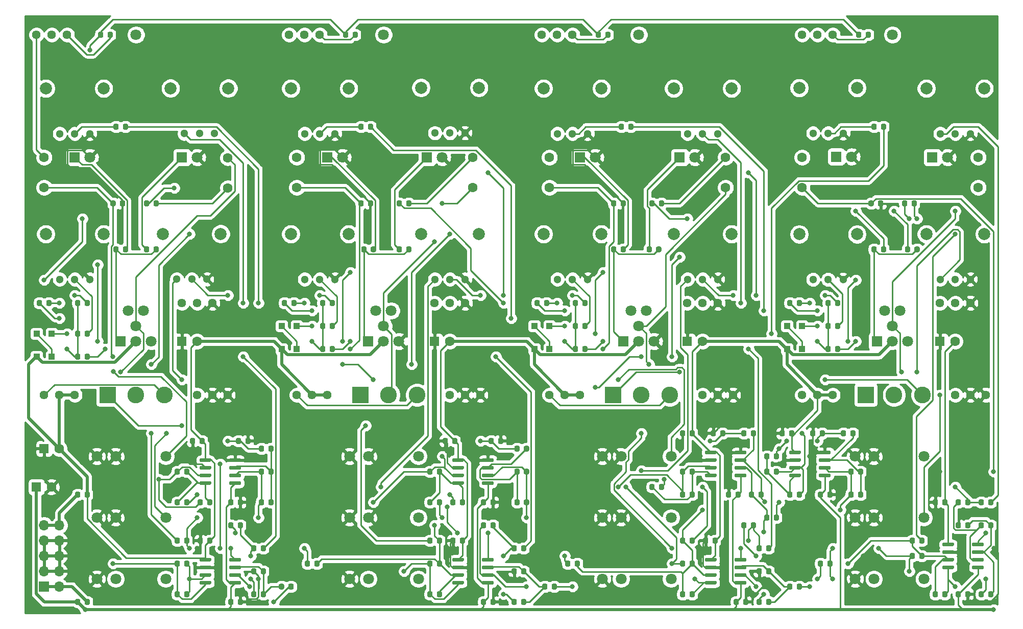
<source format=gbl>
G04 #@! TF.GenerationSoftware,KiCad,Pcbnew,(5.1.6-0-10_14)*
G04 #@! TF.CreationDate,2022-01-01T22:04:21+00:00*
G04 #@! TF.ProjectId,Quad Tube VCA,51756164-2054-4756-9265-205643412e6b,rev?*
G04 #@! TF.SameCoordinates,Original*
G04 #@! TF.FileFunction,Copper,L2,Bot*
G04 #@! TF.FilePolarity,Positive*
%FSLAX46Y46*%
G04 Gerber Fmt 4.6, Leading zero omitted, Abs format (unit mm)*
G04 Created by KiCad (PCBNEW (5.1.6-0-10_14)) date 2022-01-01 22:04:21*
%MOMM*%
%LPD*%
G01*
G04 APERTURE LIST*
G04 #@! TA.AperFunction,ComponentPad*
%ADD10C,1.600000*%
G04 #@! TD*
G04 #@! TA.AperFunction,ComponentPad*
%ADD11R,1.600000X1.600000*%
G04 #@! TD*
G04 #@! TA.AperFunction,ComponentPad*
%ADD12C,1.800000*%
G04 #@! TD*
G04 #@! TA.AperFunction,ComponentPad*
%ADD13R,1.800000X1.800000*%
G04 #@! TD*
G04 #@! TA.AperFunction,ComponentPad*
%ADD14C,2.775000*%
G04 #@! TD*
G04 #@! TA.AperFunction,ComponentPad*
%ADD15R,2.775000X2.775000*%
G04 #@! TD*
G04 #@! TA.AperFunction,ComponentPad*
%ADD16C,2.000000*%
G04 #@! TD*
G04 #@! TA.AperFunction,ComponentPad*
%ADD17C,1.300000*%
G04 #@! TD*
G04 #@! TA.AperFunction,ComponentPad*
%ADD18C,1.440000*%
G04 #@! TD*
G04 #@! TA.AperFunction,ComponentPad*
%ADD19O,1.700000X1.700000*%
G04 #@! TD*
G04 #@! TA.AperFunction,ComponentPad*
%ADD20R,1.700000X1.700000*%
G04 #@! TD*
G04 #@! TA.AperFunction,SMDPad,CuDef*
%ADD21R,1.000000X1.000000*%
G04 #@! TD*
G04 #@! TA.AperFunction,ViaPad*
%ADD22C,0.800000*%
G04 #@! TD*
G04 #@! TA.AperFunction,Conductor*
%ADD23C,0.250000*%
G04 #@! TD*
G04 #@! TA.AperFunction,Conductor*
%ADD24C,0.500000*%
G04 #@! TD*
G04 #@! TA.AperFunction,Conductor*
%ADD25C,0.254000*%
G04 #@! TD*
G04 APERTURE END LIST*
D10*
X220940000Y-99060000D03*
D11*
X218440000Y-99060000D03*
D10*
X179030000Y-99060000D03*
D11*
X176530000Y-99060000D03*
D10*
X137120000Y-99060000D03*
D11*
X134620000Y-99060000D03*
D10*
X95210000Y-99060000D03*
D11*
X92710000Y-99060000D03*
D10*
X72350000Y-116840000D03*
D11*
X69850000Y-116840000D03*
D10*
X71080000Y-123190000D03*
D11*
X68580000Y-123190000D03*
D12*
X126153333Y-48260000D03*
X126153333Y-96520000D03*
X124883333Y-93980000D03*
X127423333Y-93980000D03*
X128693333Y-99060000D03*
X126153333Y-99060000D03*
D13*
X123613333Y-99060000D03*
D12*
X85090000Y-48260000D03*
X85090000Y-96520000D03*
X83820000Y-93980000D03*
X86360000Y-93980000D03*
X87630000Y-99060000D03*
X85090000Y-99060000D03*
D13*
X82550000Y-99060000D03*
D12*
X210550000Y-48260000D03*
X210550000Y-96520000D03*
X209280000Y-93980000D03*
X211820000Y-93980000D03*
X213090000Y-99060000D03*
X210550000Y-99060000D03*
D13*
X208010000Y-99060000D03*
D12*
X168486666Y-48260000D03*
X168486666Y-96520000D03*
X167216666Y-93980000D03*
X169756666Y-93980000D03*
X171026666Y-99060000D03*
X168486666Y-99060000D03*
D13*
X165946666Y-99060000D03*
D14*
X215520000Y-107950000D03*
X210820000Y-107950000D03*
D15*
X206120000Y-107950000D03*
D14*
X173610000Y-107950000D03*
X168910000Y-107950000D03*
D15*
X164210000Y-107950000D03*
D14*
X131700000Y-107950000D03*
X127000000Y-107950000D03*
D15*
X122300000Y-107950000D03*
D14*
X89790000Y-107950000D03*
X85090000Y-107950000D03*
D15*
X80390000Y-107950000D03*
D16*
X204680000Y-57070000D03*
X195080000Y-57070000D03*
D17*
X202380000Y-64570000D03*
X199880000Y-64570000D03*
X197380000Y-64570000D03*
D16*
X162280000Y-57150000D03*
X152680000Y-57150000D03*
D17*
X159980000Y-64650000D03*
X157480000Y-64650000D03*
X154980000Y-64650000D03*
D16*
X120370000Y-57150000D03*
X110770000Y-57150000D03*
D17*
X118070000Y-64650000D03*
X115570000Y-64650000D03*
X113070000Y-64650000D03*
D16*
X79730000Y-57150000D03*
X70130000Y-57150000D03*
D17*
X77430000Y-64650000D03*
X74930000Y-64650000D03*
X72430000Y-64650000D03*
D16*
X204680000Y-81320000D03*
X195080000Y-81320000D03*
D17*
X202380000Y-88820000D03*
X199880000Y-88820000D03*
X197380000Y-88820000D03*
D16*
X162280000Y-81280000D03*
X152680000Y-81280000D03*
D17*
X159980000Y-88780000D03*
X157480000Y-88780000D03*
X154980000Y-88780000D03*
D16*
X120370000Y-81280000D03*
X110770000Y-81280000D03*
D17*
X118070000Y-88780000D03*
X115570000Y-88780000D03*
X113070000Y-88780000D03*
D16*
X79730000Y-81280000D03*
X70130000Y-81280000D03*
D17*
X77430000Y-88780000D03*
X74930000Y-88780000D03*
X72430000Y-88780000D03*
D16*
X225780000Y-57150000D03*
X216180000Y-57150000D03*
D17*
X223480000Y-64650000D03*
X220980000Y-64650000D03*
X218480000Y-64650000D03*
D16*
X183870000Y-57150000D03*
X174270000Y-57150000D03*
D17*
X181570000Y-64650000D03*
X179070000Y-64650000D03*
X176570000Y-64650000D03*
D16*
X141960000Y-57030000D03*
X132360000Y-57030000D03*
D17*
X139660000Y-64530000D03*
X137160000Y-64530000D03*
X134660000Y-64530000D03*
D16*
X100410000Y-57130000D03*
X90810000Y-57130000D03*
D17*
X98110000Y-64630000D03*
X95610000Y-64630000D03*
X93110000Y-64630000D03*
D16*
X225780000Y-81280000D03*
X216180000Y-81280000D03*
D17*
X223480000Y-88780000D03*
X220980000Y-88780000D03*
X218480000Y-88780000D03*
D16*
X183870000Y-81280000D03*
X174270000Y-81280000D03*
D17*
X181570000Y-88780000D03*
X179070000Y-88780000D03*
X176570000Y-88780000D03*
D16*
X141960000Y-81280000D03*
X132360000Y-81280000D03*
D17*
X139660000Y-88780000D03*
X137160000Y-88780000D03*
X134660000Y-88780000D03*
D16*
X99140000Y-81260000D03*
X89540000Y-81260000D03*
D17*
X96840000Y-88760000D03*
X94340000Y-88760000D03*
X91840000Y-88760000D03*
D12*
X215770000Y-138430000D03*
X204370000Y-138430000D03*
X207470000Y-138430000D03*
X173830000Y-138430000D03*
X162430000Y-138430000D03*
X165530000Y-138430000D03*
X131920000Y-138430000D03*
X120520000Y-138430000D03*
X123620000Y-138430000D03*
X90010000Y-138430000D03*
X78610000Y-138430000D03*
X81710000Y-138430000D03*
X215740000Y-118110000D03*
X204340000Y-118110000D03*
X207440000Y-118110000D03*
X173830000Y-118110000D03*
X162430000Y-118110000D03*
X165530000Y-118110000D03*
X131920000Y-118110000D03*
X120520000Y-118110000D03*
X123620000Y-118110000D03*
X90010000Y-118110000D03*
X78610000Y-118110000D03*
X81710000Y-118110000D03*
X215770000Y-128270000D03*
X204370000Y-128270000D03*
X207470000Y-128270000D03*
X173830000Y-128270000D03*
X162430000Y-128270000D03*
X165530000Y-128270000D03*
X131920000Y-128270000D03*
X120520000Y-128270000D03*
X123620000Y-128270000D03*
X90010000Y-128270000D03*
X78610000Y-128270000D03*
X81710000Y-128270000D03*
G04 #@! TA.AperFunction,SMDPad,CuDef*
G36*
G01*
X188880000Y-141983750D02*
X188880000Y-142496250D01*
G75*
G02*
X188661250Y-142715000I-218750J0D01*
G01*
X188223750Y-142715000D01*
G75*
G02*
X188005000Y-142496250I0J218750D01*
G01*
X188005000Y-141983750D01*
G75*
G02*
X188223750Y-141765000I218750J0D01*
G01*
X188661250Y-141765000D01*
G75*
G02*
X188880000Y-141983750I0J-218750D01*
G01*
G37*
G04 #@! TD.AperFunction*
G04 #@! TA.AperFunction,SMDPad,CuDef*
G36*
G01*
X190455000Y-141983750D02*
X190455000Y-142496250D01*
G75*
G02*
X190236250Y-142715000I-218750J0D01*
G01*
X189798750Y-142715000D01*
G75*
G02*
X189580000Y-142496250I0J218750D01*
G01*
X189580000Y-141983750D01*
G75*
G02*
X189798750Y-141765000I218750J0D01*
G01*
X190236250Y-141765000D01*
G75*
G02*
X190455000Y-141983750I0J-218750D01*
G01*
G37*
G04 #@! TD.AperFunction*
G04 #@! TA.AperFunction,SMDPad,CuDef*
G36*
G01*
X189580000Y-137416250D02*
X189580000Y-136903750D01*
G75*
G02*
X189798750Y-136685000I218750J0D01*
G01*
X190236250Y-136685000D01*
G75*
G02*
X190455000Y-136903750I0J-218750D01*
G01*
X190455000Y-137416250D01*
G75*
G02*
X190236250Y-137635000I-218750J0D01*
G01*
X189798750Y-137635000D01*
G75*
G02*
X189580000Y-137416250I0J218750D01*
G01*
G37*
G04 #@! TD.AperFunction*
G04 #@! TA.AperFunction,SMDPad,CuDef*
G36*
G01*
X188005000Y-137416250D02*
X188005000Y-136903750D01*
G75*
G02*
X188223750Y-136685000I218750J0D01*
G01*
X188661250Y-136685000D01*
G75*
G02*
X188880000Y-136903750I0J-218750D01*
G01*
X188880000Y-137416250D01*
G75*
G02*
X188661250Y-137635000I-218750J0D01*
G01*
X188223750Y-137635000D01*
G75*
G02*
X188005000Y-137416250I0J218750D01*
G01*
G37*
G04 #@! TD.AperFunction*
D18*
X195580000Y-48260000D03*
X198120000Y-48260000D03*
X200660000Y-48260000D03*
X152400000Y-48260000D03*
X154940000Y-48260000D03*
X157480000Y-48260000D03*
X110490000Y-48260000D03*
X113030000Y-48260000D03*
X115570000Y-48260000D03*
X68580000Y-48260000D03*
X71120000Y-48260000D03*
X73660000Y-48260000D03*
X220980000Y-107950000D03*
X223520000Y-107950000D03*
X226060000Y-107950000D03*
X179070000Y-107950000D03*
X181610000Y-107950000D03*
X184150000Y-107950000D03*
X137160000Y-107950000D03*
X139700000Y-107950000D03*
X142240000Y-107950000D03*
X95250000Y-107950000D03*
X97790000Y-107950000D03*
X100330000Y-107950000D03*
X218440000Y-92710000D03*
X220980000Y-92710000D03*
X223520000Y-92710000D03*
X176530000Y-92710000D03*
X179070000Y-92710000D03*
X181610000Y-92710000D03*
X134620000Y-92710000D03*
X137160000Y-92710000D03*
X139700000Y-92710000D03*
X92710000Y-92710000D03*
X95250000Y-92710000D03*
X97790000Y-92710000D03*
X195580000Y-107950000D03*
X198120000Y-107950000D03*
X200660000Y-107950000D03*
X153670000Y-107950000D03*
X156210000Y-107950000D03*
X158750000Y-107950000D03*
X111760000Y-107950000D03*
X114300000Y-107950000D03*
X116840000Y-107950000D03*
X69850000Y-107950000D03*
X72390000Y-107950000D03*
X74930000Y-107950000D03*
G04 #@! TA.AperFunction,SMDPad,CuDef*
G36*
G01*
X199740000Y-136146250D02*
X199740000Y-135633750D01*
G75*
G02*
X199958750Y-135415000I218750J0D01*
G01*
X200396250Y-135415000D01*
G75*
G02*
X200615000Y-135633750I0J-218750D01*
G01*
X200615000Y-136146250D01*
G75*
G02*
X200396250Y-136365000I-218750J0D01*
G01*
X199958750Y-136365000D01*
G75*
G02*
X199740000Y-136146250I0J218750D01*
G01*
G37*
G04 #@! TD.AperFunction*
G04 #@! TA.AperFunction,SMDPad,CuDef*
G36*
G01*
X198165000Y-136146250D02*
X198165000Y-135633750D01*
G75*
G02*
X198383750Y-135415000I218750J0D01*
G01*
X198821250Y-135415000D01*
G75*
G02*
X199040000Y-135633750I0J-218750D01*
G01*
X199040000Y-136146250D01*
G75*
G02*
X198821250Y-136365000I-218750J0D01*
G01*
X198383750Y-136365000D01*
G75*
G02*
X198165000Y-136146250I0J218750D01*
G01*
G37*
G04 #@! TD.AperFunction*
G04 #@! TA.AperFunction,SMDPad,CuDef*
G36*
G01*
X157830000Y-136146250D02*
X157830000Y-135633750D01*
G75*
G02*
X158048750Y-135415000I218750J0D01*
G01*
X158486250Y-135415000D01*
G75*
G02*
X158705000Y-135633750I0J-218750D01*
G01*
X158705000Y-136146250D01*
G75*
G02*
X158486250Y-136365000I-218750J0D01*
G01*
X158048750Y-136365000D01*
G75*
G02*
X157830000Y-136146250I0J218750D01*
G01*
G37*
G04 #@! TD.AperFunction*
G04 #@! TA.AperFunction,SMDPad,CuDef*
G36*
G01*
X156255000Y-136146250D02*
X156255000Y-135633750D01*
G75*
G02*
X156473750Y-135415000I218750J0D01*
G01*
X156911250Y-135415000D01*
G75*
G02*
X157130000Y-135633750I0J-218750D01*
G01*
X157130000Y-136146250D01*
G75*
G02*
X156911250Y-136365000I-218750J0D01*
G01*
X156473750Y-136365000D01*
G75*
G02*
X156255000Y-136146250I0J218750D01*
G01*
G37*
G04 #@! TD.AperFunction*
G04 #@! TA.AperFunction,SMDPad,CuDef*
G36*
G01*
X114650000Y-136146250D02*
X114650000Y-135633750D01*
G75*
G02*
X114868750Y-135415000I218750J0D01*
G01*
X115306250Y-135415000D01*
G75*
G02*
X115525000Y-135633750I0J-218750D01*
G01*
X115525000Y-136146250D01*
G75*
G02*
X115306250Y-136365000I-218750J0D01*
G01*
X114868750Y-136365000D01*
G75*
G02*
X114650000Y-136146250I0J218750D01*
G01*
G37*
G04 #@! TD.AperFunction*
G04 #@! TA.AperFunction,SMDPad,CuDef*
G36*
G01*
X113075000Y-136146250D02*
X113075000Y-135633750D01*
G75*
G02*
X113293750Y-135415000I218750J0D01*
G01*
X113731250Y-135415000D01*
G75*
G02*
X113950000Y-135633750I0J-218750D01*
G01*
X113950000Y-136146250D01*
G75*
G02*
X113731250Y-136365000I-218750J0D01*
G01*
X113293750Y-136365000D01*
G75*
G02*
X113075000Y-136146250I0J218750D01*
G01*
G37*
G04 #@! TD.AperFunction*
G04 #@! TA.AperFunction,SMDPad,CuDef*
G36*
G01*
X203550000Y-114556250D02*
X203550000Y-114043750D01*
G75*
G02*
X203768750Y-113825000I218750J0D01*
G01*
X204206250Y-113825000D01*
G75*
G02*
X204425000Y-114043750I0J-218750D01*
G01*
X204425000Y-114556250D01*
G75*
G02*
X204206250Y-114775000I-218750J0D01*
G01*
X203768750Y-114775000D01*
G75*
G02*
X203550000Y-114556250I0J218750D01*
G01*
G37*
G04 #@! TD.AperFunction*
G04 #@! TA.AperFunction,SMDPad,CuDef*
G36*
G01*
X201975000Y-114556250D02*
X201975000Y-114043750D01*
G75*
G02*
X202193750Y-113825000I218750J0D01*
G01*
X202631250Y-113825000D01*
G75*
G02*
X202850000Y-114043750I0J-218750D01*
G01*
X202850000Y-114556250D01*
G75*
G02*
X202631250Y-114775000I-218750J0D01*
G01*
X202193750Y-114775000D01*
G75*
G02*
X201975000Y-114556250I0J218750D01*
G01*
G37*
G04 #@! TD.AperFunction*
G04 #@! TA.AperFunction,SMDPad,CuDef*
G36*
G01*
X190850000Y-118366250D02*
X190850000Y-117853750D01*
G75*
G02*
X191068750Y-117635000I218750J0D01*
G01*
X191506250Y-117635000D01*
G75*
G02*
X191725000Y-117853750I0J-218750D01*
G01*
X191725000Y-118366250D01*
G75*
G02*
X191506250Y-118585000I-218750J0D01*
G01*
X191068750Y-118585000D01*
G75*
G02*
X190850000Y-118366250I0J218750D01*
G01*
G37*
G04 #@! TD.AperFunction*
G04 #@! TA.AperFunction,SMDPad,CuDef*
G36*
G01*
X189275000Y-118366250D02*
X189275000Y-117853750D01*
G75*
G02*
X189493750Y-117635000I218750J0D01*
G01*
X189931250Y-117635000D01*
G75*
G02*
X190150000Y-117853750I0J-218750D01*
G01*
X190150000Y-118366250D01*
G75*
G02*
X189931250Y-118585000I-218750J0D01*
G01*
X189493750Y-118585000D01*
G75*
G02*
X189275000Y-118366250I0J218750D01*
G01*
G37*
G04 #@! TD.AperFunction*
G04 #@! TA.AperFunction,SMDPad,CuDef*
G36*
G01*
X194660000Y-92966250D02*
X194660000Y-92453750D01*
G75*
G02*
X194878750Y-92235000I218750J0D01*
G01*
X195316250Y-92235000D01*
G75*
G02*
X195535000Y-92453750I0J-218750D01*
G01*
X195535000Y-92966250D01*
G75*
G02*
X195316250Y-93185000I-218750J0D01*
G01*
X194878750Y-93185000D01*
G75*
G02*
X194660000Y-92966250I0J218750D01*
G01*
G37*
G04 #@! TD.AperFunction*
G04 #@! TA.AperFunction,SMDPad,CuDef*
G36*
G01*
X193085000Y-92966250D02*
X193085000Y-92453750D01*
G75*
G02*
X193303750Y-92235000I218750J0D01*
G01*
X193741250Y-92235000D01*
G75*
G02*
X193960000Y-92453750I0J-218750D01*
G01*
X193960000Y-92966250D01*
G75*
G02*
X193741250Y-93185000I-218750J0D01*
G01*
X193303750Y-93185000D01*
G75*
G02*
X193085000Y-92966250I0J218750D01*
G01*
G37*
G04 #@! TD.AperFunction*
G04 #@! TA.AperFunction,SMDPad,CuDef*
G36*
G01*
X200310000Y-92453750D02*
X200310000Y-92966250D01*
G75*
G02*
X200091250Y-93185000I-218750J0D01*
G01*
X199653750Y-93185000D01*
G75*
G02*
X199435000Y-92966250I0J218750D01*
G01*
X199435000Y-92453750D01*
G75*
G02*
X199653750Y-92235000I218750J0D01*
G01*
X200091250Y-92235000D01*
G75*
G02*
X200310000Y-92453750I0J-218750D01*
G01*
G37*
G04 #@! TD.AperFunction*
G04 #@! TA.AperFunction,SMDPad,CuDef*
G36*
G01*
X201885000Y-92453750D02*
X201885000Y-92966250D01*
G75*
G02*
X201666250Y-93185000I-218750J0D01*
G01*
X201228750Y-93185000D01*
G75*
G02*
X201010000Y-92966250I0J218750D01*
G01*
X201010000Y-92453750D01*
G75*
G02*
X201228750Y-92235000I218750J0D01*
G01*
X201666250Y-92235000D01*
G75*
G02*
X201885000Y-92453750I0J-218750D01*
G01*
G37*
G04 #@! TD.AperFunction*
G04 #@! TA.AperFunction,SMDPad,CuDef*
G36*
G01*
X193960000Y-124203750D02*
X193960000Y-124716250D01*
G75*
G02*
X193741250Y-124935000I-218750J0D01*
G01*
X193303750Y-124935000D01*
G75*
G02*
X193085000Y-124716250I0J218750D01*
G01*
X193085000Y-124203750D01*
G75*
G02*
X193303750Y-123985000I218750J0D01*
G01*
X193741250Y-123985000D01*
G75*
G02*
X193960000Y-124203750I0J-218750D01*
G01*
G37*
G04 #@! TD.AperFunction*
G04 #@! TA.AperFunction,SMDPad,CuDef*
G36*
G01*
X195535000Y-124203750D02*
X195535000Y-124716250D01*
G75*
G02*
X195316250Y-124935000I-218750J0D01*
G01*
X194878750Y-124935000D01*
G75*
G02*
X194660000Y-124716250I0J218750D01*
G01*
X194660000Y-124203750D01*
G75*
G02*
X194878750Y-123985000I218750J0D01*
G01*
X195316250Y-123985000D01*
G75*
G02*
X195535000Y-124203750I0J-218750D01*
G01*
G37*
G04 #@! TD.AperFunction*
G04 #@! TA.AperFunction,SMDPad,CuDef*
G36*
G01*
X204120000Y-124203750D02*
X204120000Y-124716250D01*
G75*
G02*
X203901250Y-124935000I-218750J0D01*
G01*
X203463750Y-124935000D01*
G75*
G02*
X203245000Y-124716250I0J218750D01*
G01*
X203245000Y-124203750D01*
G75*
G02*
X203463750Y-123985000I218750J0D01*
G01*
X203901250Y-123985000D01*
G75*
G02*
X204120000Y-124203750I0J-218750D01*
G01*
G37*
G04 #@! TD.AperFunction*
G04 #@! TA.AperFunction,SMDPad,CuDef*
G36*
G01*
X205695000Y-124203750D02*
X205695000Y-124716250D01*
G75*
G02*
X205476250Y-124935000I-218750J0D01*
G01*
X205038750Y-124935000D01*
G75*
G02*
X204820000Y-124716250I0J218750D01*
G01*
X204820000Y-124203750D01*
G75*
G02*
X205038750Y-123985000I218750J0D01*
G01*
X205476250Y-123985000D01*
G75*
G02*
X205695000Y-124203750I0J-218750D01*
G01*
G37*
G04 #@! TD.AperFunction*
G04 #@! TA.AperFunction,SMDPad,CuDef*
G36*
G01*
X201010000Y-96776250D02*
X201010000Y-96263750D01*
G75*
G02*
X201228750Y-96045000I218750J0D01*
G01*
X201666250Y-96045000D01*
G75*
G02*
X201885000Y-96263750I0J-218750D01*
G01*
X201885000Y-96776250D01*
G75*
G02*
X201666250Y-96995000I-218750J0D01*
G01*
X201228750Y-96995000D01*
G75*
G02*
X201010000Y-96776250I0J218750D01*
G01*
G37*
G04 #@! TD.AperFunction*
G04 #@! TA.AperFunction,SMDPad,CuDef*
G36*
G01*
X199435000Y-96776250D02*
X199435000Y-96263750D01*
G75*
G02*
X199653750Y-96045000I218750J0D01*
G01*
X200091250Y-96045000D01*
G75*
G02*
X200310000Y-96263750I0J-218750D01*
G01*
X200310000Y-96776250D01*
G75*
G02*
X200091250Y-96995000I-218750J0D01*
G01*
X199653750Y-96995000D01*
G75*
G02*
X199435000Y-96776250I0J218750D01*
G01*
G37*
G04 #@! TD.AperFunction*
G04 #@! TA.AperFunction,SMDPad,CuDef*
G36*
G01*
X214192500Y-84076250D02*
X214192500Y-83563750D01*
G75*
G02*
X214411250Y-83345000I218750J0D01*
G01*
X214848750Y-83345000D01*
G75*
G02*
X215067500Y-83563750I0J-218750D01*
G01*
X215067500Y-84076250D01*
G75*
G02*
X214848750Y-84295000I-218750J0D01*
G01*
X214411250Y-84295000D01*
G75*
G02*
X214192500Y-84076250I0J218750D01*
G01*
G37*
G04 #@! TD.AperFunction*
G04 #@! TA.AperFunction,SMDPad,CuDef*
G36*
G01*
X212617500Y-84076250D02*
X212617500Y-83563750D01*
G75*
G02*
X212836250Y-83345000I218750J0D01*
G01*
X213273750Y-83345000D01*
G75*
G02*
X213492500Y-83563750I0J-218750D01*
G01*
X213492500Y-84076250D01*
G75*
G02*
X213273750Y-84295000I-218750J0D01*
G01*
X212836250Y-84295000D01*
G75*
G02*
X212617500Y-84076250I0J218750D01*
G01*
G37*
G04 #@! TD.AperFunction*
G04 #@! TA.AperFunction,SMDPad,CuDef*
G36*
G01*
X201010000Y-100586250D02*
X201010000Y-100073750D01*
G75*
G02*
X201228750Y-99855000I218750J0D01*
G01*
X201666250Y-99855000D01*
G75*
G02*
X201885000Y-100073750I0J-218750D01*
G01*
X201885000Y-100586250D01*
G75*
G02*
X201666250Y-100805000I-218750J0D01*
G01*
X201228750Y-100805000D01*
G75*
G02*
X201010000Y-100586250I0J218750D01*
G01*
G37*
G04 #@! TD.AperFunction*
G04 #@! TA.AperFunction,SMDPad,CuDef*
G36*
G01*
X199435000Y-100586250D02*
X199435000Y-100073750D01*
G75*
G02*
X199653750Y-99855000I218750J0D01*
G01*
X200091250Y-99855000D01*
G75*
G02*
X200310000Y-100073750I0J-218750D01*
G01*
X200310000Y-100586250D01*
G75*
G02*
X200091250Y-100805000I-218750J0D01*
G01*
X199653750Y-100805000D01*
G75*
G02*
X199435000Y-100586250I0J218750D01*
G01*
G37*
G04 #@! TD.AperFunction*
G04 #@! TA.AperFunction,SMDPad,CuDef*
G36*
G01*
X208630000Y-84076250D02*
X208630000Y-83563750D01*
G75*
G02*
X208848750Y-83345000I218750J0D01*
G01*
X209286250Y-83345000D01*
G75*
G02*
X209505000Y-83563750I0J-218750D01*
G01*
X209505000Y-84076250D01*
G75*
G02*
X209286250Y-84295000I-218750J0D01*
G01*
X208848750Y-84295000D01*
G75*
G02*
X208630000Y-84076250I0J218750D01*
G01*
G37*
G04 #@! TD.AperFunction*
G04 #@! TA.AperFunction,SMDPad,CuDef*
G36*
G01*
X207055000Y-84076250D02*
X207055000Y-83563750D01*
G75*
G02*
X207273750Y-83345000I218750J0D01*
G01*
X207711250Y-83345000D01*
G75*
G02*
X207930000Y-83563750I0J-218750D01*
G01*
X207930000Y-84076250D01*
G75*
G02*
X207711250Y-84295000I-218750J0D01*
G01*
X207273750Y-84295000D01*
G75*
G02*
X207055000Y-84076250I0J218750D01*
G01*
G37*
G04 #@! TD.AperFunction*
G04 #@! TA.AperFunction,SMDPad,CuDef*
G36*
G01*
X208147500Y-76456250D02*
X208147500Y-75943750D01*
G75*
G02*
X208366250Y-75725000I218750J0D01*
G01*
X208803750Y-75725000D01*
G75*
G02*
X209022500Y-75943750I0J-218750D01*
G01*
X209022500Y-76456250D01*
G75*
G02*
X208803750Y-76675000I-218750J0D01*
G01*
X208366250Y-76675000D01*
G75*
G02*
X208147500Y-76456250I0J218750D01*
G01*
G37*
G04 #@! TD.AperFunction*
G04 #@! TA.AperFunction,SMDPad,CuDef*
G36*
G01*
X206572500Y-76456250D02*
X206572500Y-75943750D01*
G75*
G02*
X206791250Y-75725000I218750J0D01*
G01*
X207228750Y-75725000D01*
G75*
G02*
X207447500Y-75943750I0J-218750D01*
G01*
X207447500Y-76456250D01*
G75*
G02*
X207228750Y-76675000I-218750J0D01*
G01*
X206791250Y-76675000D01*
G75*
G02*
X206572500Y-76456250I0J218750D01*
G01*
G37*
G04 #@! TD.AperFunction*
G04 #@! TA.AperFunction,SMDPad,CuDef*
G36*
G01*
X213710000Y-76456250D02*
X213710000Y-75943750D01*
G75*
G02*
X213928750Y-75725000I218750J0D01*
G01*
X214366250Y-75725000D01*
G75*
G02*
X214585000Y-75943750I0J-218750D01*
G01*
X214585000Y-76456250D01*
G75*
G02*
X214366250Y-76675000I-218750J0D01*
G01*
X213928750Y-76675000D01*
G75*
G02*
X213710000Y-76456250I0J218750D01*
G01*
G37*
G04 #@! TD.AperFunction*
G04 #@! TA.AperFunction,SMDPad,CuDef*
G36*
G01*
X212135000Y-76456250D02*
X212135000Y-75943750D01*
G75*
G02*
X212353750Y-75725000I218750J0D01*
G01*
X212791250Y-75725000D01*
G75*
G02*
X213010000Y-75943750I0J-218750D01*
G01*
X213010000Y-76456250D01*
G75*
G02*
X212791250Y-76675000I-218750J0D01*
G01*
X212353750Y-76675000D01*
G75*
G02*
X212135000Y-76456250I0J218750D01*
G01*
G37*
G04 #@! TD.AperFunction*
G04 #@! TA.AperFunction,SMDPad,CuDef*
G36*
G01*
X222600000Y-125986250D02*
X222600000Y-125473750D01*
G75*
G02*
X222818750Y-125255000I218750J0D01*
G01*
X223256250Y-125255000D01*
G75*
G02*
X223475000Y-125473750I0J-218750D01*
G01*
X223475000Y-125986250D01*
G75*
G02*
X223256250Y-126205000I-218750J0D01*
G01*
X222818750Y-126205000D01*
G75*
G02*
X222600000Y-125986250I0J218750D01*
G01*
G37*
G04 #@! TD.AperFunction*
G04 #@! TA.AperFunction,SMDPad,CuDef*
G36*
G01*
X221025000Y-125986250D02*
X221025000Y-125473750D01*
G75*
G02*
X221243750Y-125255000I218750J0D01*
G01*
X221681250Y-125255000D01*
G75*
G02*
X221900000Y-125473750I0J-218750D01*
G01*
X221900000Y-125986250D01*
G75*
G02*
X221681250Y-126205000I-218750J0D01*
G01*
X221243750Y-126205000D01*
G75*
G02*
X221025000Y-125986250I0J218750D01*
G01*
G37*
G04 #@! TD.AperFunction*
G04 #@! TA.AperFunction,SMDPad,CuDef*
G36*
G01*
X208630000Y-63756250D02*
X208630000Y-63243750D01*
G75*
G02*
X208848750Y-63025000I218750J0D01*
G01*
X209286250Y-63025000D01*
G75*
G02*
X209505000Y-63243750I0J-218750D01*
G01*
X209505000Y-63756250D01*
G75*
G02*
X209286250Y-63975000I-218750J0D01*
G01*
X208848750Y-63975000D01*
G75*
G02*
X208630000Y-63756250I0J218750D01*
G01*
G37*
G04 #@! TD.AperFunction*
G04 #@! TA.AperFunction,SMDPad,CuDef*
G36*
G01*
X207055000Y-63756250D02*
X207055000Y-63243750D01*
G75*
G02*
X207273750Y-63025000I218750J0D01*
G01*
X207711250Y-63025000D01*
G75*
G02*
X207930000Y-63243750I0J-218750D01*
G01*
X207930000Y-63756250D01*
G75*
G02*
X207711250Y-63975000I-218750J0D01*
G01*
X207273750Y-63975000D01*
G75*
G02*
X207055000Y-63756250I0J218750D01*
G01*
G37*
G04 #@! TD.AperFunction*
G04 #@! TA.AperFunction,SMDPad,CuDef*
G36*
G01*
X206090000Y-48516250D02*
X206090000Y-48003750D01*
G75*
G02*
X206308750Y-47785000I218750J0D01*
G01*
X206746250Y-47785000D01*
G75*
G02*
X206965000Y-48003750I0J-218750D01*
G01*
X206965000Y-48516250D01*
G75*
G02*
X206746250Y-48735000I-218750J0D01*
G01*
X206308750Y-48735000D01*
G75*
G02*
X206090000Y-48516250I0J218750D01*
G01*
G37*
G04 #@! TD.AperFunction*
G04 #@! TA.AperFunction,SMDPad,CuDef*
G36*
G01*
X204515000Y-48516250D02*
X204515000Y-48003750D01*
G75*
G02*
X204733750Y-47785000I218750J0D01*
G01*
X205171250Y-47785000D01*
G75*
G02*
X205390000Y-48003750I0J-218750D01*
G01*
X205390000Y-48516250D01*
G75*
G02*
X205171250Y-48735000I-218750J0D01*
G01*
X204733750Y-48735000D01*
G75*
G02*
X204515000Y-48516250I0J218750D01*
G01*
G37*
G04 #@! TD.AperFunction*
G04 #@! TA.AperFunction,SMDPad,CuDef*
G36*
G01*
X218790000Y-141226250D02*
X218790000Y-140713750D01*
G75*
G02*
X219008750Y-140495000I218750J0D01*
G01*
X219446250Y-140495000D01*
G75*
G02*
X219665000Y-140713750I0J-218750D01*
G01*
X219665000Y-141226250D01*
G75*
G02*
X219446250Y-141445000I-218750J0D01*
G01*
X219008750Y-141445000D01*
G75*
G02*
X218790000Y-141226250I0J218750D01*
G01*
G37*
G04 #@! TD.AperFunction*
G04 #@! TA.AperFunction,SMDPad,CuDef*
G36*
G01*
X217215000Y-141226250D02*
X217215000Y-140713750D01*
G75*
G02*
X217433750Y-140495000I218750J0D01*
G01*
X217871250Y-140495000D01*
G75*
G02*
X218090000Y-140713750I0J-218750D01*
G01*
X218090000Y-141226250D01*
G75*
G02*
X217871250Y-141445000I-218750J0D01*
G01*
X217433750Y-141445000D01*
G75*
G02*
X217215000Y-141226250I0J218750D01*
G01*
G37*
G04 #@! TD.AperFunction*
G04 #@! TA.AperFunction,SMDPad,CuDef*
G36*
G01*
X214280000Y-131823750D02*
X214280000Y-132336250D01*
G75*
G02*
X214061250Y-132555000I-218750J0D01*
G01*
X213623750Y-132555000D01*
G75*
G02*
X213405000Y-132336250I0J218750D01*
G01*
X213405000Y-131823750D01*
G75*
G02*
X213623750Y-131605000I218750J0D01*
G01*
X214061250Y-131605000D01*
G75*
G02*
X214280000Y-131823750I0J-218750D01*
G01*
G37*
G04 #@! TD.AperFunction*
G04 #@! TA.AperFunction,SMDPad,CuDef*
G36*
G01*
X215855000Y-131823750D02*
X215855000Y-132336250D01*
G75*
G02*
X215636250Y-132555000I-218750J0D01*
G01*
X215198750Y-132555000D01*
G75*
G02*
X214980000Y-132336250I0J218750D01*
G01*
X214980000Y-131823750D01*
G75*
G02*
X215198750Y-131605000I218750J0D01*
G01*
X215636250Y-131605000D01*
G75*
G02*
X215855000Y-131823750I0J-218750D01*
G01*
G37*
G04 #@! TD.AperFunction*
G04 #@! TA.AperFunction,SMDPad,CuDef*
G36*
G01*
X225710000Y-140713750D02*
X225710000Y-141226250D01*
G75*
G02*
X225491250Y-141445000I-218750J0D01*
G01*
X225053750Y-141445000D01*
G75*
G02*
X224835000Y-141226250I0J218750D01*
G01*
X224835000Y-140713750D01*
G75*
G02*
X225053750Y-140495000I218750J0D01*
G01*
X225491250Y-140495000D01*
G75*
G02*
X225710000Y-140713750I0J-218750D01*
G01*
G37*
G04 #@! TD.AperFunction*
G04 #@! TA.AperFunction,SMDPad,CuDef*
G36*
G01*
X227285000Y-140713750D02*
X227285000Y-141226250D01*
G75*
G02*
X227066250Y-141445000I-218750J0D01*
G01*
X226628750Y-141445000D01*
G75*
G02*
X226410000Y-141226250I0J218750D01*
G01*
X226410000Y-140713750D01*
G75*
G02*
X226628750Y-140495000I218750J0D01*
G01*
X227066250Y-140495000D01*
G75*
G02*
X227285000Y-140713750I0J-218750D01*
G01*
G37*
G04 #@! TD.AperFunction*
G04 #@! TA.AperFunction,SMDPad,CuDef*
G36*
G01*
X222600000Y-129796250D02*
X222600000Y-129283750D01*
G75*
G02*
X222818750Y-129065000I218750J0D01*
G01*
X223256250Y-129065000D01*
G75*
G02*
X223475000Y-129283750I0J-218750D01*
G01*
X223475000Y-129796250D01*
G75*
G02*
X223256250Y-130015000I-218750J0D01*
G01*
X222818750Y-130015000D01*
G75*
G02*
X222600000Y-129796250I0J218750D01*
G01*
G37*
G04 #@! TD.AperFunction*
G04 #@! TA.AperFunction,SMDPad,CuDef*
G36*
G01*
X221025000Y-129796250D02*
X221025000Y-129283750D01*
G75*
G02*
X221243750Y-129065000I218750J0D01*
G01*
X221681250Y-129065000D01*
G75*
G02*
X221900000Y-129283750I0J-218750D01*
G01*
X221900000Y-129796250D01*
G75*
G02*
X221681250Y-130015000I-218750J0D01*
G01*
X221243750Y-130015000D01*
G75*
G02*
X221025000Y-129796250I0J218750D01*
G01*
G37*
G04 #@! TD.AperFunction*
G04 #@! TA.AperFunction,SMDPad,CuDef*
G36*
G01*
X226410000Y-125986250D02*
X226410000Y-125473750D01*
G75*
G02*
X226628750Y-125255000I218750J0D01*
G01*
X227066250Y-125255000D01*
G75*
G02*
X227285000Y-125473750I0J-218750D01*
G01*
X227285000Y-125986250D01*
G75*
G02*
X227066250Y-126205000I-218750J0D01*
G01*
X226628750Y-126205000D01*
G75*
G02*
X226410000Y-125986250I0J218750D01*
G01*
G37*
G04 #@! TD.AperFunction*
G04 #@! TA.AperFunction,SMDPad,CuDef*
G36*
G01*
X224835000Y-125986250D02*
X224835000Y-125473750D01*
G75*
G02*
X225053750Y-125255000I218750J0D01*
G01*
X225491250Y-125255000D01*
G75*
G02*
X225710000Y-125473750I0J-218750D01*
G01*
X225710000Y-125986250D01*
G75*
G02*
X225491250Y-126205000I-218750J0D01*
G01*
X225053750Y-126205000D01*
G75*
G02*
X224835000Y-125986250I0J218750D01*
G01*
G37*
G04 #@! TD.AperFunction*
G04 #@! TA.AperFunction,SMDPad,CuDef*
G36*
G01*
X187040000Y-114556250D02*
X187040000Y-114043750D01*
G75*
G02*
X187258750Y-113825000I218750J0D01*
G01*
X187696250Y-113825000D01*
G75*
G02*
X187915000Y-114043750I0J-218750D01*
G01*
X187915000Y-114556250D01*
G75*
G02*
X187696250Y-114775000I-218750J0D01*
G01*
X187258750Y-114775000D01*
G75*
G02*
X187040000Y-114556250I0J218750D01*
G01*
G37*
G04 #@! TD.AperFunction*
G04 #@! TA.AperFunction,SMDPad,CuDef*
G36*
G01*
X185465000Y-114556250D02*
X185465000Y-114043750D01*
G75*
G02*
X185683750Y-113825000I218750J0D01*
G01*
X186121250Y-113825000D01*
G75*
G02*
X186340000Y-114043750I0J-218750D01*
G01*
X186340000Y-114556250D01*
G75*
G02*
X186121250Y-114775000I-218750J0D01*
G01*
X185683750Y-114775000D01*
G75*
G02*
X185465000Y-114556250I0J218750D01*
G01*
G37*
G04 #@! TD.AperFunction*
G04 #@! TA.AperFunction,SMDPad,CuDef*
G36*
G01*
X171800000Y-123446250D02*
X171800000Y-122933750D01*
G75*
G02*
X172018750Y-122715000I218750J0D01*
G01*
X172456250Y-122715000D01*
G75*
G02*
X172675000Y-122933750I0J-218750D01*
G01*
X172675000Y-123446250D01*
G75*
G02*
X172456250Y-123665000I-218750J0D01*
G01*
X172018750Y-123665000D01*
G75*
G02*
X171800000Y-123446250I0J218750D01*
G01*
G37*
G04 #@! TD.AperFunction*
G04 #@! TA.AperFunction,SMDPad,CuDef*
G36*
G01*
X170225000Y-123446250D02*
X170225000Y-122933750D01*
G75*
G02*
X170443750Y-122715000I218750J0D01*
G01*
X170881250Y-122715000D01*
G75*
G02*
X171100000Y-122933750I0J-218750D01*
G01*
X171100000Y-123446250D01*
G75*
G02*
X170881250Y-123665000I-218750J0D01*
G01*
X170443750Y-123665000D01*
G75*
G02*
X170225000Y-123446250I0J218750D01*
G01*
G37*
G04 #@! TD.AperFunction*
G04 #@! TA.AperFunction,SMDPad,CuDef*
G36*
G01*
X152750000Y-92966250D02*
X152750000Y-92453750D01*
G75*
G02*
X152968750Y-92235000I218750J0D01*
G01*
X153406250Y-92235000D01*
G75*
G02*
X153625000Y-92453750I0J-218750D01*
G01*
X153625000Y-92966250D01*
G75*
G02*
X153406250Y-93185000I-218750J0D01*
G01*
X152968750Y-93185000D01*
G75*
G02*
X152750000Y-92966250I0J218750D01*
G01*
G37*
G04 #@! TD.AperFunction*
G04 #@! TA.AperFunction,SMDPad,CuDef*
G36*
G01*
X151175000Y-92966250D02*
X151175000Y-92453750D01*
G75*
G02*
X151393750Y-92235000I218750J0D01*
G01*
X151831250Y-92235000D01*
G75*
G02*
X152050000Y-92453750I0J-218750D01*
G01*
X152050000Y-92966250D01*
G75*
G02*
X151831250Y-93185000I-218750J0D01*
G01*
X151393750Y-93185000D01*
G75*
G02*
X151175000Y-92966250I0J218750D01*
G01*
G37*
G04 #@! TD.AperFunction*
G04 #@! TA.AperFunction,SMDPad,CuDef*
G36*
G01*
X158400000Y-92453750D02*
X158400000Y-92966250D01*
G75*
G02*
X158181250Y-93185000I-218750J0D01*
G01*
X157743750Y-93185000D01*
G75*
G02*
X157525000Y-92966250I0J218750D01*
G01*
X157525000Y-92453750D01*
G75*
G02*
X157743750Y-92235000I218750J0D01*
G01*
X158181250Y-92235000D01*
G75*
G02*
X158400000Y-92453750I0J-218750D01*
G01*
G37*
G04 #@! TD.AperFunction*
G04 #@! TA.AperFunction,SMDPad,CuDef*
G36*
G01*
X159975000Y-92453750D02*
X159975000Y-92966250D01*
G75*
G02*
X159756250Y-93185000I-218750J0D01*
G01*
X159318750Y-93185000D01*
G75*
G02*
X159100000Y-92966250I0J218750D01*
G01*
X159100000Y-92453750D01*
G75*
G02*
X159318750Y-92235000I218750J0D01*
G01*
X159756250Y-92235000D01*
G75*
G02*
X159975000Y-92453750I0J-218750D01*
G01*
G37*
G04 #@! TD.AperFunction*
G04 #@! TA.AperFunction,SMDPad,CuDef*
G36*
G01*
X176880000Y-124716250D02*
X176880000Y-124203750D01*
G75*
G02*
X177098750Y-123985000I218750J0D01*
G01*
X177536250Y-123985000D01*
G75*
G02*
X177755000Y-124203750I0J-218750D01*
G01*
X177755000Y-124716250D01*
G75*
G02*
X177536250Y-124935000I-218750J0D01*
G01*
X177098750Y-124935000D01*
G75*
G02*
X176880000Y-124716250I0J218750D01*
G01*
G37*
G04 #@! TD.AperFunction*
G04 #@! TA.AperFunction,SMDPad,CuDef*
G36*
G01*
X175305000Y-124716250D02*
X175305000Y-124203750D01*
G75*
G02*
X175523750Y-123985000I218750J0D01*
G01*
X175961250Y-123985000D01*
G75*
G02*
X176180000Y-124203750I0J-218750D01*
G01*
X176180000Y-124716250D01*
G75*
G02*
X175961250Y-124935000I-218750J0D01*
G01*
X175523750Y-124935000D01*
G75*
G02*
X175305000Y-124716250I0J218750D01*
G01*
G37*
G04 #@! TD.AperFunction*
G04 #@! TA.AperFunction,SMDPad,CuDef*
G36*
G01*
X187610000Y-124203750D02*
X187610000Y-124716250D01*
G75*
G02*
X187391250Y-124935000I-218750J0D01*
G01*
X186953750Y-124935000D01*
G75*
G02*
X186735000Y-124716250I0J218750D01*
G01*
X186735000Y-124203750D01*
G75*
G02*
X186953750Y-123985000I218750J0D01*
G01*
X187391250Y-123985000D01*
G75*
G02*
X187610000Y-124203750I0J-218750D01*
G01*
G37*
G04 #@! TD.AperFunction*
G04 #@! TA.AperFunction,SMDPad,CuDef*
G36*
G01*
X189185000Y-124203750D02*
X189185000Y-124716250D01*
G75*
G02*
X188966250Y-124935000I-218750J0D01*
G01*
X188528750Y-124935000D01*
G75*
G02*
X188310000Y-124716250I0J218750D01*
G01*
X188310000Y-124203750D01*
G75*
G02*
X188528750Y-123985000I218750J0D01*
G01*
X188966250Y-123985000D01*
G75*
G02*
X189185000Y-124203750I0J-218750D01*
G01*
G37*
G04 #@! TD.AperFunction*
G04 #@! TA.AperFunction,SMDPad,CuDef*
G36*
G01*
X159100000Y-96776250D02*
X159100000Y-96263750D01*
G75*
G02*
X159318750Y-96045000I218750J0D01*
G01*
X159756250Y-96045000D01*
G75*
G02*
X159975000Y-96263750I0J-218750D01*
G01*
X159975000Y-96776250D01*
G75*
G02*
X159756250Y-96995000I-218750J0D01*
G01*
X159318750Y-96995000D01*
G75*
G02*
X159100000Y-96776250I0J218750D01*
G01*
G37*
G04 #@! TD.AperFunction*
G04 #@! TA.AperFunction,SMDPad,CuDef*
G36*
G01*
X157525000Y-96776250D02*
X157525000Y-96263750D01*
G75*
G02*
X157743750Y-96045000I218750J0D01*
G01*
X158181250Y-96045000D01*
G75*
G02*
X158400000Y-96263750I0J-218750D01*
G01*
X158400000Y-96776250D01*
G75*
G02*
X158181250Y-96995000I-218750J0D01*
G01*
X157743750Y-96995000D01*
G75*
G02*
X157525000Y-96776250I0J218750D01*
G01*
G37*
G04 #@! TD.AperFunction*
G04 #@! TA.AperFunction,SMDPad,CuDef*
G36*
G01*
X171350000Y-84076250D02*
X171350000Y-83563750D01*
G75*
G02*
X171568750Y-83345000I218750J0D01*
G01*
X172006250Y-83345000D01*
G75*
G02*
X172225000Y-83563750I0J-218750D01*
G01*
X172225000Y-84076250D01*
G75*
G02*
X172006250Y-84295000I-218750J0D01*
G01*
X171568750Y-84295000D01*
G75*
G02*
X171350000Y-84076250I0J218750D01*
G01*
G37*
G04 #@! TD.AperFunction*
G04 #@! TA.AperFunction,SMDPad,CuDef*
G36*
G01*
X169775000Y-84076250D02*
X169775000Y-83563750D01*
G75*
G02*
X169993750Y-83345000I218750J0D01*
G01*
X170431250Y-83345000D01*
G75*
G02*
X170650000Y-83563750I0J-218750D01*
G01*
X170650000Y-84076250D01*
G75*
G02*
X170431250Y-84295000I-218750J0D01*
G01*
X169993750Y-84295000D01*
G75*
G02*
X169775000Y-84076250I0J218750D01*
G01*
G37*
G04 #@! TD.AperFunction*
G04 #@! TA.AperFunction,SMDPad,CuDef*
G36*
G01*
X159100000Y-100586250D02*
X159100000Y-100073750D01*
G75*
G02*
X159318750Y-99855000I218750J0D01*
G01*
X159756250Y-99855000D01*
G75*
G02*
X159975000Y-100073750I0J-218750D01*
G01*
X159975000Y-100586250D01*
G75*
G02*
X159756250Y-100805000I-218750J0D01*
G01*
X159318750Y-100805000D01*
G75*
G02*
X159100000Y-100586250I0J218750D01*
G01*
G37*
G04 #@! TD.AperFunction*
G04 #@! TA.AperFunction,SMDPad,CuDef*
G36*
G01*
X157525000Y-100586250D02*
X157525000Y-100073750D01*
G75*
G02*
X157743750Y-99855000I218750J0D01*
G01*
X158181250Y-99855000D01*
G75*
G02*
X158400000Y-100073750I0J-218750D01*
G01*
X158400000Y-100586250D01*
G75*
G02*
X158181250Y-100805000I-218750J0D01*
G01*
X157743750Y-100805000D01*
G75*
G02*
X157525000Y-100586250I0J218750D01*
G01*
G37*
G04 #@! TD.AperFunction*
G04 #@! TA.AperFunction,SMDPad,CuDef*
G36*
G01*
X165450000Y-84076250D02*
X165450000Y-83563750D01*
G75*
G02*
X165668750Y-83345000I218750J0D01*
G01*
X166106250Y-83345000D01*
G75*
G02*
X166325000Y-83563750I0J-218750D01*
G01*
X166325000Y-84076250D01*
G75*
G02*
X166106250Y-84295000I-218750J0D01*
G01*
X165668750Y-84295000D01*
G75*
G02*
X165450000Y-84076250I0J218750D01*
G01*
G37*
G04 #@! TD.AperFunction*
G04 #@! TA.AperFunction,SMDPad,CuDef*
G36*
G01*
X163875000Y-84076250D02*
X163875000Y-83563750D01*
G75*
G02*
X164093750Y-83345000I218750J0D01*
G01*
X164531250Y-83345000D01*
G75*
G02*
X164750000Y-83563750I0J-218750D01*
G01*
X164750000Y-84076250D01*
G75*
G02*
X164531250Y-84295000I-218750J0D01*
G01*
X164093750Y-84295000D01*
G75*
G02*
X163875000Y-84076250I0J218750D01*
G01*
G37*
G04 #@! TD.AperFunction*
G04 #@! TA.AperFunction,SMDPad,CuDef*
G36*
G01*
X165450000Y-76456250D02*
X165450000Y-75943750D01*
G75*
G02*
X165668750Y-75725000I218750J0D01*
G01*
X166106250Y-75725000D01*
G75*
G02*
X166325000Y-75943750I0J-218750D01*
G01*
X166325000Y-76456250D01*
G75*
G02*
X166106250Y-76675000I-218750J0D01*
G01*
X165668750Y-76675000D01*
G75*
G02*
X165450000Y-76456250I0J218750D01*
G01*
G37*
G04 #@! TD.AperFunction*
G04 #@! TA.AperFunction,SMDPad,CuDef*
G36*
G01*
X163875000Y-76456250D02*
X163875000Y-75943750D01*
G75*
G02*
X164093750Y-75725000I218750J0D01*
G01*
X164531250Y-75725000D01*
G75*
G02*
X164750000Y-75943750I0J-218750D01*
G01*
X164750000Y-76456250D01*
G75*
G02*
X164531250Y-76675000I-218750J0D01*
G01*
X164093750Y-76675000D01*
G75*
G02*
X163875000Y-76456250I0J218750D01*
G01*
G37*
G04 #@! TD.AperFunction*
G04 #@! TA.AperFunction,SMDPad,CuDef*
G36*
G01*
X171800000Y-76456250D02*
X171800000Y-75943750D01*
G75*
G02*
X172018750Y-75725000I218750J0D01*
G01*
X172456250Y-75725000D01*
G75*
G02*
X172675000Y-75943750I0J-218750D01*
G01*
X172675000Y-76456250D01*
G75*
G02*
X172456250Y-76675000I-218750J0D01*
G01*
X172018750Y-76675000D01*
G75*
G02*
X171800000Y-76456250I0J218750D01*
G01*
G37*
G04 #@! TD.AperFunction*
G04 #@! TA.AperFunction,SMDPad,CuDef*
G36*
G01*
X170225000Y-76456250D02*
X170225000Y-75943750D01*
G75*
G02*
X170443750Y-75725000I218750J0D01*
G01*
X170881250Y-75725000D01*
G75*
G02*
X171100000Y-75943750I0J-218750D01*
G01*
X171100000Y-76456250D01*
G75*
G02*
X170881250Y-76675000I-218750J0D01*
G01*
X170443750Y-76675000D01*
G75*
G02*
X170225000Y-76456250I0J218750D01*
G01*
G37*
G04 #@! TD.AperFunction*
G04 #@! TA.AperFunction,SMDPad,CuDef*
G36*
G01*
X187040000Y-129796250D02*
X187040000Y-129283750D01*
G75*
G02*
X187258750Y-129065000I218750J0D01*
G01*
X187696250Y-129065000D01*
G75*
G02*
X187915000Y-129283750I0J-218750D01*
G01*
X187915000Y-129796250D01*
G75*
G02*
X187696250Y-130015000I-218750J0D01*
G01*
X187258750Y-130015000D01*
G75*
G02*
X187040000Y-129796250I0J218750D01*
G01*
G37*
G04 #@! TD.AperFunction*
G04 #@! TA.AperFunction,SMDPad,CuDef*
G36*
G01*
X185465000Y-129796250D02*
X185465000Y-129283750D01*
G75*
G02*
X185683750Y-129065000I218750J0D01*
G01*
X186121250Y-129065000D01*
G75*
G02*
X186340000Y-129283750I0J-218750D01*
G01*
X186340000Y-129796250D01*
G75*
G02*
X186121250Y-130015000I-218750J0D01*
G01*
X185683750Y-130015000D01*
G75*
G02*
X185465000Y-129796250I0J218750D01*
G01*
G37*
G04 #@! TD.AperFunction*
G04 #@! TA.AperFunction,SMDPad,CuDef*
G36*
G01*
X166720000Y-63756250D02*
X166720000Y-63243750D01*
G75*
G02*
X166938750Y-63025000I218750J0D01*
G01*
X167376250Y-63025000D01*
G75*
G02*
X167595000Y-63243750I0J-218750D01*
G01*
X167595000Y-63756250D01*
G75*
G02*
X167376250Y-63975000I-218750J0D01*
G01*
X166938750Y-63975000D01*
G75*
G02*
X166720000Y-63756250I0J218750D01*
G01*
G37*
G04 #@! TD.AperFunction*
G04 #@! TA.AperFunction,SMDPad,CuDef*
G36*
G01*
X165145000Y-63756250D02*
X165145000Y-63243750D01*
G75*
G02*
X165363750Y-63025000I218750J0D01*
G01*
X165801250Y-63025000D01*
G75*
G02*
X166020000Y-63243750I0J-218750D01*
G01*
X166020000Y-63756250D01*
G75*
G02*
X165801250Y-63975000I-218750J0D01*
G01*
X165363750Y-63975000D01*
G75*
G02*
X165145000Y-63756250I0J218750D01*
G01*
G37*
G04 #@! TD.AperFunction*
G04 #@! TA.AperFunction,SMDPad,CuDef*
G36*
G01*
X162910000Y-48516250D02*
X162910000Y-48003750D01*
G75*
G02*
X163128750Y-47785000I218750J0D01*
G01*
X163566250Y-47785000D01*
G75*
G02*
X163785000Y-48003750I0J-218750D01*
G01*
X163785000Y-48516250D01*
G75*
G02*
X163566250Y-48735000I-218750J0D01*
G01*
X163128750Y-48735000D01*
G75*
G02*
X162910000Y-48516250I0J218750D01*
G01*
G37*
G04 #@! TD.AperFunction*
G04 #@! TA.AperFunction,SMDPad,CuDef*
G36*
G01*
X161335000Y-48516250D02*
X161335000Y-48003750D01*
G75*
G02*
X161553750Y-47785000I218750J0D01*
G01*
X161991250Y-47785000D01*
G75*
G02*
X162210000Y-48003750I0J-218750D01*
G01*
X162210000Y-48516250D01*
G75*
G02*
X161991250Y-48735000I-218750J0D01*
G01*
X161553750Y-48735000D01*
G75*
G02*
X161335000Y-48516250I0J218750D01*
G01*
G37*
G04 #@! TD.AperFunction*
G04 #@! TA.AperFunction,SMDPad,CuDef*
G36*
G01*
X176880000Y-141226250D02*
X176880000Y-140713750D01*
G75*
G02*
X177098750Y-140495000I218750J0D01*
G01*
X177536250Y-140495000D01*
G75*
G02*
X177755000Y-140713750I0J-218750D01*
G01*
X177755000Y-141226250D01*
G75*
G02*
X177536250Y-141445000I-218750J0D01*
G01*
X177098750Y-141445000D01*
G75*
G02*
X176880000Y-141226250I0J218750D01*
G01*
G37*
G04 #@! TD.AperFunction*
G04 #@! TA.AperFunction,SMDPad,CuDef*
G36*
G01*
X175305000Y-141226250D02*
X175305000Y-140713750D01*
G75*
G02*
X175523750Y-140495000I218750J0D01*
G01*
X175961250Y-140495000D01*
G75*
G02*
X176180000Y-140713750I0J-218750D01*
G01*
X176180000Y-141226250D01*
G75*
G02*
X175961250Y-141445000I-218750J0D01*
G01*
X175523750Y-141445000D01*
G75*
G02*
X175305000Y-141226250I0J218750D01*
G01*
G37*
G04 #@! TD.AperFunction*
G04 #@! TA.AperFunction,SMDPad,CuDef*
G36*
G01*
X176180000Y-131823750D02*
X176180000Y-132336250D01*
G75*
G02*
X175961250Y-132555000I-218750J0D01*
G01*
X175523750Y-132555000D01*
G75*
G02*
X175305000Y-132336250I0J218750D01*
G01*
X175305000Y-131823750D01*
G75*
G02*
X175523750Y-131605000I218750J0D01*
G01*
X175961250Y-131605000D01*
G75*
G02*
X176180000Y-131823750I0J-218750D01*
G01*
G37*
G04 #@! TD.AperFunction*
G04 #@! TA.AperFunction,SMDPad,CuDef*
G36*
G01*
X177755000Y-131823750D02*
X177755000Y-132336250D01*
G75*
G02*
X177536250Y-132555000I-218750J0D01*
G01*
X177098750Y-132555000D01*
G75*
G02*
X176880000Y-132336250I0J218750D01*
G01*
X176880000Y-131823750D01*
G75*
G02*
X177098750Y-131605000I218750J0D01*
G01*
X177536250Y-131605000D01*
G75*
G02*
X177755000Y-131823750I0J-218750D01*
G01*
G37*
G04 #@! TD.AperFunction*
G04 #@! TA.AperFunction,SMDPad,CuDef*
G36*
G01*
X189580000Y-133606250D02*
X189580000Y-133093750D01*
G75*
G02*
X189798750Y-132875000I218750J0D01*
G01*
X190236250Y-132875000D01*
G75*
G02*
X190455000Y-133093750I0J-218750D01*
G01*
X190455000Y-133606250D01*
G75*
G02*
X190236250Y-133825000I-218750J0D01*
G01*
X189798750Y-133825000D01*
G75*
G02*
X189580000Y-133606250I0J218750D01*
G01*
G37*
G04 #@! TD.AperFunction*
G04 #@! TA.AperFunction,SMDPad,CuDef*
G36*
G01*
X188005000Y-133606250D02*
X188005000Y-133093750D01*
G75*
G02*
X188223750Y-132875000I218750J0D01*
G01*
X188661250Y-132875000D01*
G75*
G02*
X188880000Y-133093750I0J-218750D01*
G01*
X188880000Y-133606250D01*
G75*
G02*
X188661250Y-133825000I-218750J0D01*
G01*
X188223750Y-133825000D01*
G75*
G02*
X188005000Y-133606250I0J218750D01*
G01*
G37*
G04 #@! TD.AperFunction*
G04 #@! TA.AperFunction,SMDPad,CuDef*
G36*
G01*
X149422500Y-117096250D02*
X149422500Y-116583750D01*
G75*
G02*
X149641250Y-116365000I218750J0D01*
G01*
X150078750Y-116365000D01*
G75*
G02*
X150297500Y-116583750I0J-218750D01*
G01*
X150297500Y-117096250D01*
G75*
G02*
X150078750Y-117315000I-218750J0D01*
G01*
X149641250Y-117315000D01*
G75*
G02*
X149422500Y-117096250I0J218750D01*
G01*
G37*
G04 #@! TD.AperFunction*
G04 #@! TA.AperFunction,SMDPad,CuDef*
G36*
G01*
X147847500Y-117096250D02*
X147847500Y-116583750D01*
G75*
G02*
X148066250Y-116365000I218750J0D01*
G01*
X148503750Y-116365000D01*
G75*
G02*
X148722500Y-116583750I0J-218750D01*
G01*
X148722500Y-117096250D01*
G75*
G02*
X148503750Y-117315000I-218750J0D01*
G01*
X148066250Y-117315000D01*
G75*
G02*
X147847500Y-117096250I0J218750D01*
G01*
G37*
G04 #@! TD.AperFunction*
G04 #@! TA.AperFunction,SMDPad,CuDef*
G36*
G01*
X134970000Y-125986250D02*
X134970000Y-125473750D01*
G75*
G02*
X135188750Y-125255000I218750J0D01*
G01*
X135626250Y-125255000D01*
G75*
G02*
X135845000Y-125473750I0J-218750D01*
G01*
X135845000Y-125986250D01*
G75*
G02*
X135626250Y-126205000I-218750J0D01*
G01*
X135188750Y-126205000D01*
G75*
G02*
X134970000Y-125986250I0J218750D01*
G01*
G37*
G04 #@! TD.AperFunction*
G04 #@! TA.AperFunction,SMDPad,CuDef*
G36*
G01*
X133395000Y-125986250D02*
X133395000Y-125473750D01*
G75*
G02*
X133613750Y-125255000I218750J0D01*
G01*
X134051250Y-125255000D01*
G75*
G02*
X134270000Y-125473750I0J-218750D01*
G01*
X134270000Y-125986250D01*
G75*
G02*
X134051250Y-126205000I-218750J0D01*
G01*
X133613750Y-126205000D01*
G75*
G02*
X133395000Y-125986250I0J218750D01*
G01*
G37*
G04 #@! TD.AperFunction*
G04 #@! TA.AperFunction,SMDPad,CuDef*
G36*
G01*
X110840000Y-92966250D02*
X110840000Y-92453750D01*
G75*
G02*
X111058750Y-92235000I218750J0D01*
G01*
X111496250Y-92235000D01*
G75*
G02*
X111715000Y-92453750I0J-218750D01*
G01*
X111715000Y-92966250D01*
G75*
G02*
X111496250Y-93185000I-218750J0D01*
G01*
X111058750Y-93185000D01*
G75*
G02*
X110840000Y-92966250I0J218750D01*
G01*
G37*
G04 #@! TD.AperFunction*
G04 #@! TA.AperFunction,SMDPad,CuDef*
G36*
G01*
X109265000Y-92966250D02*
X109265000Y-92453750D01*
G75*
G02*
X109483750Y-92235000I218750J0D01*
G01*
X109921250Y-92235000D01*
G75*
G02*
X110140000Y-92453750I0J-218750D01*
G01*
X110140000Y-92966250D01*
G75*
G02*
X109921250Y-93185000I-218750J0D01*
G01*
X109483750Y-93185000D01*
G75*
G02*
X109265000Y-92966250I0J218750D01*
G01*
G37*
G04 #@! TD.AperFunction*
G04 #@! TA.AperFunction,SMDPad,CuDef*
G36*
G01*
X116490000Y-92453750D02*
X116490000Y-92966250D01*
G75*
G02*
X116271250Y-93185000I-218750J0D01*
G01*
X115833750Y-93185000D01*
G75*
G02*
X115615000Y-92966250I0J218750D01*
G01*
X115615000Y-92453750D01*
G75*
G02*
X115833750Y-92235000I218750J0D01*
G01*
X116271250Y-92235000D01*
G75*
G02*
X116490000Y-92453750I0J-218750D01*
G01*
G37*
G04 #@! TD.AperFunction*
G04 #@! TA.AperFunction,SMDPad,CuDef*
G36*
G01*
X118065000Y-92453750D02*
X118065000Y-92966250D01*
G75*
G02*
X117846250Y-93185000I-218750J0D01*
G01*
X117408750Y-93185000D01*
G75*
G02*
X117190000Y-92966250I0J218750D01*
G01*
X117190000Y-92453750D01*
G75*
G02*
X117408750Y-92235000I218750J0D01*
G01*
X117846250Y-92235000D01*
G75*
G02*
X118065000Y-92453750I0J-218750D01*
G01*
G37*
G04 #@! TD.AperFunction*
G04 #@! TA.AperFunction,SMDPad,CuDef*
G36*
G01*
X138780000Y-125986250D02*
X138780000Y-125473750D01*
G75*
G02*
X138998750Y-125255000I218750J0D01*
G01*
X139436250Y-125255000D01*
G75*
G02*
X139655000Y-125473750I0J-218750D01*
G01*
X139655000Y-125986250D01*
G75*
G02*
X139436250Y-126205000I-218750J0D01*
G01*
X138998750Y-126205000D01*
G75*
G02*
X138780000Y-125986250I0J218750D01*
G01*
G37*
G04 #@! TD.AperFunction*
G04 #@! TA.AperFunction,SMDPad,CuDef*
G36*
G01*
X137205000Y-125986250D02*
X137205000Y-125473750D01*
G75*
G02*
X137423750Y-125255000I218750J0D01*
G01*
X137861250Y-125255000D01*
G75*
G02*
X138080000Y-125473750I0J-218750D01*
G01*
X138080000Y-125986250D01*
G75*
G02*
X137861250Y-126205000I-218750J0D01*
G01*
X137423750Y-126205000D01*
G75*
G02*
X137205000Y-125986250I0J218750D01*
G01*
G37*
G04 #@! TD.AperFunction*
G04 #@! TA.AperFunction,SMDPad,CuDef*
G36*
G01*
X149422500Y-125986250D02*
X149422500Y-125473750D01*
G75*
G02*
X149641250Y-125255000I218750J0D01*
G01*
X150078750Y-125255000D01*
G75*
G02*
X150297500Y-125473750I0J-218750D01*
G01*
X150297500Y-125986250D01*
G75*
G02*
X150078750Y-126205000I-218750J0D01*
G01*
X149641250Y-126205000D01*
G75*
G02*
X149422500Y-125986250I0J218750D01*
G01*
G37*
G04 #@! TD.AperFunction*
G04 #@! TA.AperFunction,SMDPad,CuDef*
G36*
G01*
X147847500Y-125986250D02*
X147847500Y-125473750D01*
G75*
G02*
X148066250Y-125255000I218750J0D01*
G01*
X148503750Y-125255000D01*
G75*
G02*
X148722500Y-125473750I0J-218750D01*
G01*
X148722500Y-125986250D01*
G75*
G02*
X148503750Y-126205000I-218750J0D01*
G01*
X148066250Y-126205000D01*
G75*
G02*
X147847500Y-125986250I0J218750D01*
G01*
G37*
G04 #@! TD.AperFunction*
G04 #@! TA.AperFunction,SMDPad,CuDef*
G36*
G01*
X117190000Y-96776250D02*
X117190000Y-96263750D01*
G75*
G02*
X117408750Y-96045000I218750J0D01*
G01*
X117846250Y-96045000D01*
G75*
G02*
X118065000Y-96263750I0J-218750D01*
G01*
X118065000Y-96776250D01*
G75*
G02*
X117846250Y-96995000I-218750J0D01*
G01*
X117408750Y-96995000D01*
G75*
G02*
X117190000Y-96776250I0J218750D01*
G01*
G37*
G04 #@! TD.AperFunction*
G04 #@! TA.AperFunction,SMDPad,CuDef*
G36*
G01*
X115615000Y-96776250D02*
X115615000Y-96263750D01*
G75*
G02*
X115833750Y-96045000I218750J0D01*
G01*
X116271250Y-96045000D01*
G75*
G02*
X116490000Y-96263750I0J-218750D01*
G01*
X116490000Y-96776250D01*
G75*
G02*
X116271250Y-96995000I-218750J0D01*
G01*
X115833750Y-96995000D01*
G75*
G02*
X115615000Y-96776250I0J218750D01*
G01*
G37*
G04 #@! TD.AperFunction*
G04 #@! TA.AperFunction,SMDPad,CuDef*
G36*
G01*
X129890000Y-84076250D02*
X129890000Y-83563750D01*
G75*
G02*
X130108750Y-83345000I218750J0D01*
G01*
X130546250Y-83345000D01*
G75*
G02*
X130765000Y-83563750I0J-218750D01*
G01*
X130765000Y-84076250D01*
G75*
G02*
X130546250Y-84295000I-218750J0D01*
G01*
X130108750Y-84295000D01*
G75*
G02*
X129890000Y-84076250I0J218750D01*
G01*
G37*
G04 #@! TD.AperFunction*
G04 #@! TA.AperFunction,SMDPad,CuDef*
G36*
G01*
X128315000Y-84076250D02*
X128315000Y-83563750D01*
G75*
G02*
X128533750Y-83345000I218750J0D01*
G01*
X128971250Y-83345000D01*
G75*
G02*
X129190000Y-83563750I0J-218750D01*
G01*
X129190000Y-84076250D01*
G75*
G02*
X128971250Y-84295000I-218750J0D01*
G01*
X128533750Y-84295000D01*
G75*
G02*
X128315000Y-84076250I0J218750D01*
G01*
G37*
G04 #@! TD.AperFunction*
G04 #@! TA.AperFunction,SMDPad,CuDef*
G36*
G01*
X117190000Y-100586250D02*
X117190000Y-100073750D01*
G75*
G02*
X117408750Y-99855000I218750J0D01*
G01*
X117846250Y-99855000D01*
G75*
G02*
X118065000Y-100073750I0J-218750D01*
G01*
X118065000Y-100586250D01*
G75*
G02*
X117846250Y-100805000I-218750J0D01*
G01*
X117408750Y-100805000D01*
G75*
G02*
X117190000Y-100586250I0J218750D01*
G01*
G37*
G04 #@! TD.AperFunction*
G04 #@! TA.AperFunction,SMDPad,CuDef*
G36*
G01*
X115615000Y-100586250D02*
X115615000Y-100073750D01*
G75*
G02*
X115833750Y-99855000I218750J0D01*
G01*
X116271250Y-99855000D01*
G75*
G02*
X116490000Y-100073750I0J-218750D01*
G01*
X116490000Y-100586250D01*
G75*
G02*
X116271250Y-100805000I-218750J0D01*
G01*
X115833750Y-100805000D01*
G75*
G02*
X115615000Y-100586250I0J218750D01*
G01*
G37*
G04 #@! TD.AperFunction*
G04 #@! TA.AperFunction,SMDPad,CuDef*
G36*
G01*
X124022500Y-84076250D02*
X124022500Y-83563750D01*
G75*
G02*
X124241250Y-83345000I218750J0D01*
G01*
X124678750Y-83345000D01*
G75*
G02*
X124897500Y-83563750I0J-218750D01*
G01*
X124897500Y-84076250D01*
G75*
G02*
X124678750Y-84295000I-218750J0D01*
G01*
X124241250Y-84295000D01*
G75*
G02*
X124022500Y-84076250I0J218750D01*
G01*
G37*
G04 #@! TD.AperFunction*
G04 #@! TA.AperFunction,SMDPad,CuDef*
G36*
G01*
X122447500Y-84076250D02*
X122447500Y-83563750D01*
G75*
G02*
X122666250Y-83345000I218750J0D01*
G01*
X123103750Y-83345000D01*
G75*
G02*
X123322500Y-83563750I0J-218750D01*
G01*
X123322500Y-84076250D01*
G75*
G02*
X123103750Y-84295000I-218750J0D01*
G01*
X122666250Y-84295000D01*
G75*
G02*
X122447500Y-84076250I0J218750D01*
G01*
G37*
G04 #@! TD.AperFunction*
G04 #@! TA.AperFunction,SMDPad,CuDef*
G36*
G01*
X123540000Y-76456250D02*
X123540000Y-75943750D01*
G75*
G02*
X123758750Y-75725000I218750J0D01*
G01*
X124196250Y-75725000D01*
G75*
G02*
X124415000Y-75943750I0J-218750D01*
G01*
X124415000Y-76456250D01*
G75*
G02*
X124196250Y-76675000I-218750J0D01*
G01*
X123758750Y-76675000D01*
G75*
G02*
X123540000Y-76456250I0J218750D01*
G01*
G37*
G04 #@! TD.AperFunction*
G04 #@! TA.AperFunction,SMDPad,CuDef*
G36*
G01*
X121965000Y-76456250D02*
X121965000Y-75943750D01*
G75*
G02*
X122183750Y-75725000I218750J0D01*
G01*
X122621250Y-75725000D01*
G75*
G02*
X122840000Y-75943750I0J-218750D01*
G01*
X122840000Y-76456250D01*
G75*
G02*
X122621250Y-76675000I-218750J0D01*
G01*
X122183750Y-76675000D01*
G75*
G02*
X121965000Y-76456250I0J218750D01*
G01*
G37*
G04 #@! TD.AperFunction*
G04 #@! TA.AperFunction,SMDPad,CuDef*
G36*
G01*
X129890000Y-76456250D02*
X129890000Y-75943750D01*
G75*
G02*
X130108750Y-75725000I218750J0D01*
G01*
X130546250Y-75725000D01*
G75*
G02*
X130765000Y-75943750I0J-218750D01*
G01*
X130765000Y-76456250D01*
G75*
G02*
X130546250Y-76675000I-218750J0D01*
G01*
X130108750Y-76675000D01*
G75*
G02*
X129890000Y-76456250I0J218750D01*
G01*
G37*
G04 #@! TD.AperFunction*
G04 #@! TA.AperFunction,SMDPad,CuDef*
G36*
G01*
X128315000Y-76456250D02*
X128315000Y-75943750D01*
G75*
G02*
X128533750Y-75725000I218750J0D01*
G01*
X128971250Y-75725000D01*
G75*
G02*
X129190000Y-75943750I0J-218750D01*
G01*
X129190000Y-76456250D01*
G75*
G02*
X128971250Y-76675000I-218750J0D01*
G01*
X128533750Y-76675000D01*
G75*
G02*
X128315000Y-76456250I0J218750D01*
G01*
G37*
G04 #@! TD.AperFunction*
G04 #@! TA.AperFunction,SMDPad,CuDef*
G36*
G01*
X143860000Y-129796250D02*
X143860000Y-129283750D01*
G75*
G02*
X144078750Y-129065000I218750J0D01*
G01*
X144516250Y-129065000D01*
G75*
G02*
X144735000Y-129283750I0J-218750D01*
G01*
X144735000Y-129796250D01*
G75*
G02*
X144516250Y-130015000I-218750J0D01*
G01*
X144078750Y-130015000D01*
G75*
G02*
X143860000Y-129796250I0J218750D01*
G01*
G37*
G04 #@! TD.AperFunction*
G04 #@! TA.AperFunction,SMDPad,CuDef*
G36*
G01*
X142285000Y-129796250D02*
X142285000Y-129283750D01*
G75*
G02*
X142503750Y-129065000I218750J0D01*
G01*
X142941250Y-129065000D01*
G75*
G02*
X143160000Y-129283750I0J-218750D01*
G01*
X143160000Y-129796250D01*
G75*
G02*
X142941250Y-130015000I-218750J0D01*
G01*
X142503750Y-130015000D01*
G75*
G02*
X142285000Y-129796250I0J218750D01*
G01*
G37*
G04 #@! TD.AperFunction*
G04 #@! TA.AperFunction,SMDPad,CuDef*
G36*
G01*
X123540000Y-63756250D02*
X123540000Y-63243750D01*
G75*
G02*
X123758750Y-63025000I218750J0D01*
G01*
X124196250Y-63025000D01*
G75*
G02*
X124415000Y-63243750I0J-218750D01*
G01*
X124415000Y-63756250D01*
G75*
G02*
X124196250Y-63975000I-218750J0D01*
G01*
X123758750Y-63975000D01*
G75*
G02*
X123540000Y-63756250I0J218750D01*
G01*
G37*
G04 #@! TD.AperFunction*
G04 #@! TA.AperFunction,SMDPad,CuDef*
G36*
G01*
X121965000Y-63756250D02*
X121965000Y-63243750D01*
G75*
G02*
X122183750Y-63025000I218750J0D01*
G01*
X122621250Y-63025000D01*
G75*
G02*
X122840000Y-63243750I0J-218750D01*
G01*
X122840000Y-63756250D01*
G75*
G02*
X122621250Y-63975000I-218750J0D01*
G01*
X122183750Y-63975000D01*
G75*
G02*
X121965000Y-63756250I0J218750D01*
G01*
G37*
G04 #@! TD.AperFunction*
G04 #@! TA.AperFunction,SMDPad,CuDef*
G36*
G01*
X121000000Y-48516250D02*
X121000000Y-48003750D01*
G75*
G02*
X121218750Y-47785000I218750J0D01*
G01*
X121656250Y-47785000D01*
G75*
G02*
X121875000Y-48003750I0J-218750D01*
G01*
X121875000Y-48516250D01*
G75*
G02*
X121656250Y-48735000I-218750J0D01*
G01*
X121218750Y-48735000D01*
G75*
G02*
X121000000Y-48516250I0J218750D01*
G01*
G37*
G04 #@! TD.AperFunction*
G04 #@! TA.AperFunction,SMDPad,CuDef*
G36*
G01*
X119425000Y-48516250D02*
X119425000Y-48003750D01*
G75*
G02*
X119643750Y-47785000I218750J0D01*
G01*
X120081250Y-47785000D01*
G75*
G02*
X120300000Y-48003750I0J-218750D01*
G01*
X120300000Y-48516250D01*
G75*
G02*
X120081250Y-48735000I-218750J0D01*
G01*
X119643750Y-48735000D01*
G75*
G02*
X119425000Y-48516250I0J218750D01*
G01*
G37*
G04 #@! TD.AperFunction*
G04 #@! TA.AperFunction,SMDPad,CuDef*
G36*
G01*
X134270000Y-140713750D02*
X134270000Y-141226250D01*
G75*
G02*
X134051250Y-141445000I-218750J0D01*
G01*
X133613750Y-141445000D01*
G75*
G02*
X133395000Y-141226250I0J218750D01*
G01*
X133395000Y-140713750D01*
G75*
G02*
X133613750Y-140495000I218750J0D01*
G01*
X134051250Y-140495000D01*
G75*
G02*
X134270000Y-140713750I0J-218750D01*
G01*
G37*
G04 #@! TD.AperFunction*
G04 #@! TA.AperFunction,SMDPad,CuDef*
G36*
G01*
X135845000Y-140713750D02*
X135845000Y-141226250D01*
G75*
G02*
X135626250Y-141445000I-218750J0D01*
G01*
X135188750Y-141445000D01*
G75*
G02*
X134970000Y-141226250I0J218750D01*
G01*
X134970000Y-140713750D01*
G75*
G02*
X135188750Y-140495000I218750J0D01*
G01*
X135626250Y-140495000D01*
G75*
G02*
X135845000Y-140713750I0J-218750D01*
G01*
G37*
G04 #@! TD.AperFunction*
G04 #@! TA.AperFunction,SMDPad,CuDef*
G36*
G01*
X134970000Y-132336250D02*
X134970000Y-131823750D01*
G75*
G02*
X135188750Y-131605000I218750J0D01*
G01*
X135626250Y-131605000D01*
G75*
G02*
X135845000Y-131823750I0J-218750D01*
G01*
X135845000Y-132336250D01*
G75*
G02*
X135626250Y-132555000I-218750J0D01*
G01*
X135188750Y-132555000D01*
G75*
G02*
X134970000Y-132336250I0J218750D01*
G01*
G37*
G04 #@! TD.AperFunction*
G04 #@! TA.AperFunction,SMDPad,CuDef*
G36*
G01*
X133395000Y-132336250D02*
X133395000Y-131823750D01*
G75*
G02*
X133613750Y-131605000I218750J0D01*
G01*
X134051250Y-131605000D01*
G75*
G02*
X134270000Y-131823750I0J-218750D01*
G01*
X134270000Y-132336250D01*
G75*
G02*
X134051250Y-132555000I-218750J0D01*
G01*
X133613750Y-132555000D01*
G75*
G02*
X133395000Y-132336250I0J218750D01*
G01*
G37*
G04 #@! TD.AperFunction*
G04 #@! TA.AperFunction,SMDPad,CuDef*
G36*
G01*
X148240000Y-141983750D02*
X148240000Y-142496250D01*
G75*
G02*
X148021250Y-142715000I-218750J0D01*
G01*
X147583750Y-142715000D01*
G75*
G02*
X147365000Y-142496250I0J218750D01*
G01*
X147365000Y-141983750D01*
G75*
G02*
X147583750Y-141765000I218750J0D01*
G01*
X148021250Y-141765000D01*
G75*
G02*
X148240000Y-141983750I0J-218750D01*
G01*
G37*
G04 #@! TD.AperFunction*
G04 #@! TA.AperFunction,SMDPad,CuDef*
G36*
G01*
X149815000Y-141983750D02*
X149815000Y-142496250D01*
G75*
G02*
X149596250Y-142715000I-218750J0D01*
G01*
X149158750Y-142715000D01*
G75*
G02*
X148940000Y-142496250I0J218750D01*
G01*
X148940000Y-141983750D01*
G75*
G02*
X149158750Y-141765000I218750J0D01*
G01*
X149596250Y-141765000D01*
G75*
G02*
X149815000Y-141983750I0J-218750D01*
G01*
G37*
G04 #@! TD.AperFunction*
G04 #@! TA.AperFunction,SMDPad,CuDef*
G36*
G01*
X148940000Y-137416250D02*
X148940000Y-136903750D01*
G75*
G02*
X149158750Y-136685000I218750J0D01*
G01*
X149596250Y-136685000D01*
G75*
G02*
X149815000Y-136903750I0J-218750D01*
G01*
X149815000Y-137416250D01*
G75*
G02*
X149596250Y-137635000I-218750J0D01*
G01*
X149158750Y-137635000D01*
G75*
G02*
X148940000Y-137416250I0J218750D01*
G01*
G37*
G04 #@! TD.AperFunction*
G04 #@! TA.AperFunction,SMDPad,CuDef*
G36*
G01*
X147365000Y-137416250D02*
X147365000Y-136903750D01*
G75*
G02*
X147583750Y-136685000I218750J0D01*
G01*
X148021250Y-136685000D01*
G75*
G02*
X148240000Y-136903750I0J-218750D01*
G01*
X148240000Y-137416250D01*
G75*
G02*
X148021250Y-137635000I-218750J0D01*
G01*
X147583750Y-137635000D01*
G75*
G02*
X147365000Y-137416250I0J218750D01*
G01*
G37*
G04 #@! TD.AperFunction*
G04 #@! TA.AperFunction,SMDPad,CuDef*
G36*
G01*
X148940000Y-133606250D02*
X148940000Y-133093750D01*
G75*
G02*
X149158750Y-132875000I218750J0D01*
G01*
X149596250Y-132875000D01*
G75*
G02*
X149815000Y-133093750I0J-218750D01*
G01*
X149815000Y-133606250D01*
G75*
G02*
X149596250Y-133825000I-218750J0D01*
G01*
X149158750Y-133825000D01*
G75*
G02*
X148940000Y-133606250I0J218750D01*
G01*
G37*
G04 #@! TD.AperFunction*
G04 #@! TA.AperFunction,SMDPad,CuDef*
G36*
G01*
X147365000Y-133606250D02*
X147365000Y-133093750D01*
G75*
G02*
X147583750Y-132875000I218750J0D01*
G01*
X148021250Y-132875000D01*
G75*
G02*
X148240000Y-133093750I0J-218750D01*
G01*
X148240000Y-133606250D01*
G75*
G02*
X148021250Y-133825000I-218750J0D01*
G01*
X147583750Y-133825000D01*
G75*
G02*
X147365000Y-133606250I0J218750D01*
G01*
G37*
G04 #@! TD.AperFunction*
G04 #@! TA.AperFunction,SMDPad,CuDef*
G36*
G01*
X107030000Y-117096250D02*
X107030000Y-116583750D01*
G75*
G02*
X107248750Y-116365000I218750J0D01*
G01*
X107686250Y-116365000D01*
G75*
G02*
X107905000Y-116583750I0J-218750D01*
G01*
X107905000Y-117096250D01*
G75*
G02*
X107686250Y-117315000I-218750J0D01*
G01*
X107248750Y-117315000D01*
G75*
G02*
X107030000Y-117096250I0J218750D01*
G01*
G37*
G04 #@! TD.AperFunction*
G04 #@! TA.AperFunction,SMDPad,CuDef*
G36*
G01*
X105455000Y-117096250D02*
X105455000Y-116583750D01*
G75*
G02*
X105673750Y-116365000I218750J0D01*
G01*
X106111250Y-116365000D01*
G75*
G02*
X106330000Y-116583750I0J-218750D01*
G01*
X106330000Y-117096250D01*
G75*
G02*
X106111250Y-117315000I-218750J0D01*
G01*
X105673750Y-117315000D01*
G75*
G02*
X105455000Y-117096250I0J218750D01*
G01*
G37*
G04 #@! TD.AperFunction*
G04 #@! TA.AperFunction,SMDPad,CuDef*
G36*
G01*
X93060000Y-125986250D02*
X93060000Y-125473750D01*
G75*
G02*
X93278750Y-125255000I218750J0D01*
G01*
X93716250Y-125255000D01*
G75*
G02*
X93935000Y-125473750I0J-218750D01*
G01*
X93935000Y-125986250D01*
G75*
G02*
X93716250Y-126205000I-218750J0D01*
G01*
X93278750Y-126205000D01*
G75*
G02*
X93060000Y-125986250I0J218750D01*
G01*
G37*
G04 #@! TD.AperFunction*
G04 #@! TA.AperFunction,SMDPad,CuDef*
G36*
G01*
X91485000Y-125986250D02*
X91485000Y-125473750D01*
G75*
G02*
X91703750Y-125255000I218750J0D01*
G01*
X92141250Y-125255000D01*
G75*
G02*
X92360000Y-125473750I0J-218750D01*
G01*
X92360000Y-125986250D01*
G75*
G02*
X92141250Y-126205000I-218750J0D01*
G01*
X91703750Y-126205000D01*
G75*
G02*
X91485000Y-125986250I0J218750D01*
G01*
G37*
G04 #@! TD.AperFunction*
G04 #@! TA.AperFunction,SMDPad,CuDef*
G36*
G01*
X70200000Y-92966250D02*
X70200000Y-92453750D01*
G75*
G02*
X70418750Y-92235000I218750J0D01*
G01*
X70856250Y-92235000D01*
G75*
G02*
X71075000Y-92453750I0J-218750D01*
G01*
X71075000Y-92966250D01*
G75*
G02*
X70856250Y-93185000I-218750J0D01*
G01*
X70418750Y-93185000D01*
G75*
G02*
X70200000Y-92966250I0J218750D01*
G01*
G37*
G04 #@! TD.AperFunction*
G04 #@! TA.AperFunction,SMDPad,CuDef*
G36*
G01*
X68625000Y-92966250D02*
X68625000Y-92453750D01*
G75*
G02*
X68843750Y-92235000I218750J0D01*
G01*
X69281250Y-92235000D01*
G75*
G02*
X69500000Y-92453750I0J-218750D01*
G01*
X69500000Y-92966250D01*
G75*
G02*
X69281250Y-93185000I-218750J0D01*
G01*
X68843750Y-93185000D01*
G75*
G02*
X68625000Y-92966250I0J218750D01*
G01*
G37*
G04 #@! TD.AperFunction*
G04 #@! TA.AperFunction,SMDPad,CuDef*
G36*
G01*
X75850000Y-92453750D02*
X75850000Y-92966250D01*
G75*
G02*
X75631250Y-93185000I-218750J0D01*
G01*
X75193750Y-93185000D01*
G75*
G02*
X74975000Y-92966250I0J218750D01*
G01*
X74975000Y-92453750D01*
G75*
G02*
X75193750Y-92235000I218750J0D01*
G01*
X75631250Y-92235000D01*
G75*
G02*
X75850000Y-92453750I0J-218750D01*
G01*
G37*
G04 #@! TD.AperFunction*
G04 #@! TA.AperFunction,SMDPad,CuDef*
G36*
G01*
X77425000Y-92453750D02*
X77425000Y-92966250D01*
G75*
G02*
X77206250Y-93185000I-218750J0D01*
G01*
X76768750Y-93185000D01*
G75*
G02*
X76550000Y-92966250I0J218750D01*
G01*
X76550000Y-92453750D01*
G75*
G02*
X76768750Y-92235000I218750J0D01*
G01*
X77206250Y-92235000D01*
G75*
G02*
X77425000Y-92453750I0J-218750D01*
G01*
G37*
G04 #@! TD.AperFunction*
G04 #@! TA.AperFunction,SMDPad,CuDef*
G36*
G01*
X96870000Y-125986250D02*
X96870000Y-125473750D01*
G75*
G02*
X97088750Y-125255000I218750J0D01*
G01*
X97526250Y-125255000D01*
G75*
G02*
X97745000Y-125473750I0J-218750D01*
G01*
X97745000Y-125986250D01*
G75*
G02*
X97526250Y-126205000I-218750J0D01*
G01*
X97088750Y-126205000D01*
G75*
G02*
X96870000Y-125986250I0J218750D01*
G01*
G37*
G04 #@! TD.AperFunction*
G04 #@! TA.AperFunction,SMDPad,CuDef*
G36*
G01*
X95295000Y-125986250D02*
X95295000Y-125473750D01*
G75*
G02*
X95513750Y-125255000I218750J0D01*
G01*
X95951250Y-125255000D01*
G75*
G02*
X96170000Y-125473750I0J-218750D01*
G01*
X96170000Y-125986250D01*
G75*
G02*
X95951250Y-126205000I-218750J0D01*
G01*
X95513750Y-126205000D01*
G75*
G02*
X95295000Y-125986250I0J218750D01*
G01*
G37*
G04 #@! TD.AperFunction*
G04 #@! TA.AperFunction,SMDPad,CuDef*
G36*
G01*
X106330000Y-125473750D02*
X106330000Y-125986250D01*
G75*
G02*
X106111250Y-126205000I-218750J0D01*
G01*
X105673750Y-126205000D01*
G75*
G02*
X105455000Y-125986250I0J218750D01*
G01*
X105455000Y-125473750D01*
G75*
G02*
X105673750Y-125255000I218750J0D01*
G01*
X106111250Y-125255000D01*
G75*
G02*
X106330000Y-125473750I0J-218750D01*
G01*
G37*
G04 #@! TD.AperFunction*
G04 #@! TA.AperFunction,SMDPad,CuDef*
G36*
G01*
X107905000Y-125473750D02*
X107905000Y-125986250D01*
G75*
G02*
X107686250Y-126205000I-218750J0D01*
G01*
X107248750Y-126205000D01*
G75*
G02*
X107030000Y-125986250I0J218750D01*
G01*
X107030000Y-125473750D01*
G75*
G02*
X107248750Y-125255000I218750J0D01*
G01*
X107686250Y-125255000D01*
G75*
G02*
X107905000Y-125473750I0J-218750D01*
G01*
G37*
G04 #@! TD.AperFunction*
G04 #@! TA.AperFunction,SMDPad,CuDef*
G36*
G01*
X76550000Y-98046250D02*
X76550000Y-97533750D01*
G75*
G02*
X76768750Y-97315000I218750J0D01*
G01*
X77206250Y-97315000D01*
G75*
G02*
X77425000Y-97533750I0J-218750D01*
G01*
X77425000Y-98046250D01*
G75*
G02*
X77206250Y-98265000I-218750J0D01*
G01*
X76768750Y-98265000D01*
G75*
G02*
X76550000Y-98046250I0J218750D01*
G01*
G37*
G04 #@! TD.AperFunction*
G04 #@! TA.AperFunction,SMDPad,CuDef*
G36*
G01*
X74975000Y-98046250D02*
X74975000Y-97533750D01*
G75*
G02*
X75193750Y-97315000I218750J0D01*
G01*
X75631250Y-97315000D01*
G75*
G02*
X75850000Y-97533750I0J-218750D01*
G01*
X75850000Y-98046250D01*
G75*
G02*
X75631250Y-98265000I-218750J0D01*
G01*
X75193750Y-98265000D01*
G75*
G02*
X74975000Y-98046250I0J218750D01*
G01*
G37*
G04 #@! TD.AperFunction*
G04 #@! TA.AperFunction,SMDPad,CuDef*
G36*
G01*
X87980000Y-84076250D02*
X87980000Y-83563750D01*
G75*
G02*
X88198750Y-83345000I218750J0D01*
G01*
X88636250Y-83345000D01*
G75*
G02*
X88855000Y-83563750I0J-218750D01*
G01*
X88855000Y-84076250D01*
G75*
G02*
X88636250Y-84295000I-218750J0D01*
G01*
X88198750Y-84295000D01*
G75*
G02*
X87980000Y-84076250I0J218750D01*
G01*
G37*
G04 #@! TD.AperFunction*
G04 #@! TA.AperFunction,SMDPad,CuDef*
G36*
G01*
X86405000Y-84076250D02*
X86405000Y-83563750D01*
G75*
G02*
X86623750Y-83345000I218750J0D01*
G01*
X87061250Y-83345000D01*
G75*
G02*
X87280000Y-83563750I0J-218750D01*
G01*
X87280000Y-84076250D01*
G75*
G02*
X87061250Y-84295000I-218750J0D01*
G01*
X86623750Y-84295000D01*
G75*
G02*
X86405000Y-84076250I0J218750D01*
G01*
G37*
G04 #@! TD.AperFunction*
G04 #@! TA.AperFunction,SMDPad,CuDef*
G36*
G01*
X76550000Y-101856250D02*
X76550000Y-101343750D01*
G75*
G02*
X76768750Y-101125000I218750J0D01*
G01*
X77206250Y-101125000D01*
G75*
G02*
X77425000Y-101343750I0J-218750D01*
G01*
X77425000Y-101856250D01*
G75*
G02*
X77206250Y-102075000I-218750J0D01*
G01*
X76768750Y-102075000D01*
G75*
G02*
X76550000Y-101856250I0J218750D01*
G01*
G37*
G04 #@! TD.AperFunction*
G04 #@! TA.AperFunction,SMDPad,CuDef*
G36*
G01*
X74975000Y-101856250D02*
X74975000Y-101343750D01*
G75*
G02*
X75193750Y-101125000I218750J0D01*
G01*
X75631250Y-101125000D01*
G75*
G02*
X75850000Y-101343750I0J-218750D01*
G01*
X75850000Y-101856250D01*
G75*
G02*
X75631250Y-102075000I-218750J0D01*
G01*
X75193750Y-102075000D01*
G75*
G02*
X74975000Y-101856250I0J218750D01*
G01*
G37*
G04 #@! TD.AperFunction*
G04 #@! TA.AperFunction,SMDPad,CuDef*
G36*
G01*
X82900000Y-84076250D02*
X82900000Y-83563750D01*
G75*
G02*
X83118750Y-83345000I218750J0D01*
G01*
X83556250Y-83345000D01*
G75*
G02*
X83775000Y-83563750I0J-218750D01*
G01*
X83775000Y-84076250D01*
G75*
G02*
X83556250Y-84295000I-218750J0D01*
G01*
X83118750Y-84295000D01*
G75*
G02*
X82900000Y-84076250I0J218750D01*
G01*
G37*
G04 #@! TD.AperFunction*
G04 #@! TA.AperFunction,SMDPad,CuDef*
G36*
G01*
X81325000Y-84076250D02*
X81325000Y-83563750D01*
G75*
G02*
X81543750Y-83345000I218750J0D01*
G01*
X81981250Y-83345000D01*
G75*
G02*
X82200000Y-83563750I0J-218750D01*
G01*
X82200000Y-84076250D01*
G75*
G02*
X81981250Y-84295000I-218750J0D01*
G01*
X81543750Y-84295000D01*
G75*
G02*
X81325000Y-84076250I0J218750D01*
G01*
G37*
G04 #@! TD.AperFunction*
G04 #@! TA.AperFunction,SMDPad,CuDef*
G36*
G01*
X82417500Y-76456250D02*
X82417500Y-75943750D01*
G75*
G02*
X82636250Y-75725000I218750J0D01*
G01*
X83073750Y-75725000D01*
G75*
G02*
X83292500Y-75943750I0J-218750D01*
G01*
X83292500Y-76456250D01*
G75*
G02*
X83073750Y-76675000I-218750J0D01*
G01*
X82636250Y-76675000D01*
G75*
G02*
X82417500Y-76456250I0J218750D01*
G01*
G37*
G04 #@! TD.AperFunction*
G04 #@! TA.AperFunction,SMDPad,CuDef*
G36*
G01*
X80842500Y-76456250D02*
X80842500Y-75943750D01*
G75*
G02*
X81061250Y-75725000I218750J0D01*
G01*
X81498750Y-75725000D01*
G75*
G02*
X81717500Y-75943750I0J-218750D01*
G01*
X81717500Y-76456250D01*
G75*
G02*
X81498750Y-76675000I-218750J0D01*
G01*
X81061250Y-76675000D01*
G75*
G02*
X80842500Y-76456250I0J218750D01*
G01*
G37*
G04 #@! TD.AperFunction*
G04 #@! TA.AperFunction,SMDPad,CuDef*
G36*
G01*
X87980000Y-76456250D02*
X87980000Y-75943750D01*
G75*
G02*
X88198750Y-75725000I218750J0D01*
G01*
X88636250Y-75725000D01*
G75*
G02*
X88855000Y-75943750I0J-218750D01*
G01*
X88855000Y-76456250D01*
G75*
G02*
X88636250Y-76675000I-218750J0D01*
G01*
X88198750Y-76675000D01*
G75*
G02*
X87980000Y-76456250I0J218750D01*
G01*
G37*
G04 #@! TD.AperFunction*
G04 #@! TA.AperFunction,SMDPad,CuDef*
G36*
G01*
X86405000Y-76456250D02*
X86405000Y-75943750D01*
G75*
G02*
X86623750Y-75725000I218750J0D01*
G01*
X87061250Y-75725000D01*
G75*
G02*
X87280000Y-75943750I0J-218750D01*
G01*
X87280000Y-76456250D01*
G75*
G02*
X87061250Y-76675000I-218750J0D01*
G01*
X86623750Y-76675000D01*
G75*
G02*
X86405000Y-76456250I0J218750D01*
G01*
G37*
G04 #@! TD.AperFunction*
G04 #@! TA.AperFunction,SMDPad,CuDef*
G36*
G01*
X101950000Y-129796250D02*
X101950000Y-129283750D01*
G75*
G02*
X102168750Y-129065000I218750J0D01*
G01*
X102606250Y-129065000D01*
G75*
G02*
X102825000Y-129283750I0J-218750D01*
G01*
X102825000Y-129796250D01*
G75*
G02*
X102606250Y-130015000I-218750J0D01*
G01*
X102168750Y-130015000D01*
G75*
G02*
X101950000Y-129796250I0J218750D01*
G01*
G37*
G04 #@! TD.AperFunction*
G04 #@! TA.AperFunction,SMDPad,CuDef*
G36*
G01*
X100375000Y-129796250D02*
X100375000Y-129283750D01*
G75*
G02*
X100593750Y-129065000I218750J0D01*
G01*
X101031250Y-129065000D01*
G75*
G02*
X101250000Y-129283750I0J-218750D01*
G01*
X101250000Y-129796250D01*
G75*
G02*
X101031250Y-130015000I-218750J0D01*
G01*
X100593750Y-130015000D01*
G75*
G02*
X100375000Y-129796250I0J218750D01*
G01*
G37*
G04 #@! TD.AperFunction*
G04 #@! TA.AperFunction,SMDPad,CuDef*
G36*
G01*
X82900000Y-63756250D02*
X82900000Y-63243750D01*
G75*
G02*
X83118750Y-63025000I218750J0D01*
G01*
X83556250Y-63025000D01*
G75*
G02*
X83775000Y-63243750I0J-218750D01*
G01*
X83775000Y-63756250D01*
G75*
G02*
X83556250Y-63975000I-218750J0D01*
G01*
X83118750Y-63975000D01*
G75*
G02*
X82900000Y-63756250I0J218750D01*
G01*
G37*
G04 #@! TD.AperFunction*
G04 #@! TA.AperFunction,SMDPad,CuDef*
G36*
G01*
X81325000Y-63756250D02*
X81325000Y-63243750D01*
G75*
G02*
X81543750Y-63025000I218750J0D01*
G01*
X81981250Y-63025000D01*
G75*
G02*
X82200000Y-63243750I0J-218750D01*
G01*
X82200000Y-63756250D01*
G75*
G02*
X81981250Y-63975000I-218750J0D01*
G01*
X81543750Y-63975000D01*
G75*
G02*
X81325000Y-63756250I0J218750D01*
G01*
G37*
G04 #@! TD.AperFunction*
G04 #@! TA.AperFunction,SMDPad,CuDef*
G36*
G01*
X80360000Y-48516250D02*
X80360000Y-48003750D01*
G75*
G02*
X80578750Y-47785000I218750J0D01*
G01*
X81016250Y-47785000D01*
G75*
G02*
X81235000Y-48003750I0J-218750D01*
G01*
X81235000Y-48516250D01*
G75*
G02*
X81016250Y-48735000I-218750J0D01*
G01*
X80578750Y-48735000D01*
G75*
G02*
X80360000Y-48516250I0J218750D01*
G01*
G37*
G04 #@! TD.AperFunction*
G04 #@! TA.AperFunction,SMDPad,CuDef*
G36*
G01*
X78785000Y-48516250D02*
X78785000Y-48003750D01*
G75*
G02*
X79003750Y-47785000I218750J0D01*
G01*
X79441250Y-47785000D01*
G75*
G02*
X79660000Y-48003750I0J-218750D01*
G01*
X79660000Y-48516250D01*
G75*
G02*
X79441250Y-48735000I-218750J0D01*
G01*
X79003750Y-48735000D01*
G75*
G02*
X78785000Y-48516250I0J218750D01*
G01*
G37*
G04 #@! TD.AperFunction*
G04 #@! TA.AperFunction,SMDPad,CuDef*
G36*
G01*
X92360000Y-140713750D02*
X92360000Y-141226250D01*
G75*
G02*
X92141250Y-141445000I-218750J0D01*
G01*
X91703750Y-141445000D01*
G75*
G02*
X91485000Y-141226250I0J218750D01*
G01*
X91485000Y-140713750D01*
G75*
G02*
X91703750Y-140495000I218750J0D01*
G01*
X92141250Y-140495000D01*
G75*
G02*
X92360000Y-140713750I0J-218750D01*
G01*
G37*
G04 #@! TD.AperFunction*
G04 #@! TA.AperFunction,SMDPad,CuDef*
G36*
G01*
X93935000Y-140713750D02*
X93935000Y-141226250D01*
G75*
G02*
X93716250Y-141445000I-218750J0D01*
G01*
X93278750Y-141445000D01*
G75*
G02*
X93060000Y-141226250I0J218750D01*
G01*
X93060000Y-140713750D01*
G75*
G02*
X93278750Y-140495000I218750J0D01*
G01*
X93716250Y-140495000D01*
G75*
G02*
X93935000Y-140713750I0J-218750D01*
G01*
G37*
G04 #@! TD.AperFunction*
G04 #@! TA.AperFunction,SMDPad,CuDef*
G36*
G01*
X93060000Y-132336250D02*
X93060000Y-131823750D01*
G75*
G02*
X93278750Y-131605000I218750J0D01*
G01*
X93716250Y-131605000D01*
G75*
G02*
X93935000Y-131823750I0J-218750D01*
G01*
X93935000Y-132336250D01*
G75*
G02*
X93716250Y-132555000I-218750J0D01*
G01*
X93278750Y-132555000D01*
G75*
G02*
X93060000Y-132336250I0J218750D01*
G01*
G37*
G04 #@! TD.AperFunction*
G04 #@! TA.AperFunction,SMDPad,CuDef*
G36*
G01*
X91485000Y-132336250D02*
X91485000Y-131823750D01*
G75*
G02*
X91703750Y-131605000I218750J0D01*
G01*
X92141250Y-131605000D01*
G75*
G02*
X92360000Y-131823750I0J-218750D01*
G01*
X92360000Y-132336250D01*
G75*
G02*
X92141250Y-132555000I-218750J0D01*
G01*
X91703750Y-132555000D01*
G75*
G02*
X91485000Y-132336250I0J218750D01*
G01*
G37*
G04 #@! TD.AperFunction*
G04 #@! TA.AperFunction,SMDPad,CuDef*
G36*
G01*
X105060000Y-140713750D02*
X105060000Y-141226250D01*
G75*
G02*
X104841250Y-141445000I-218750J0D01*
G01*
X104403750Y-141445000D01*
G75*
G02*
X104185000Y-141226250I0J218750D01*
G01*
X104185000Y-140713750D01*
G75*
G02*
X104403750Y-140495000I218750J0D01*
G01*
X104841250Y-140495000D01*
G75*
G02*
X105060000Y-140713750I0J-218750D01*
G01*
G37*
G04 #@! TD.AperFunction*
G04 #@! TA.AperFunction,SMDPad,CuDef*
G36*
G01*
X106635000Y-140713750D02*
X106635000Y-141226250D01*
G75*
G02*
X106416250Y-141445000I-218750J0D01*
G01*
X105978750Y-141445000D01*
G75*
G02*
X105760000Y-141226250I0J218750D01*
G01*
X105760000Y-140713750D01*
G75*
G02*
X105978750Y-140495000I218750J0D01*
G01*
X106416250Y-140495000D01*
G75*
G02*
X106635000Y-140713750I0J-218750D01*
G01*
G37*
G04 #@! TD.AperFunction*
G04 #@! TA.AperFunction,SMDPad,CuDef*
G36*
G01*
X105760000Y-137416250D02*
X105760000Y-136903750D01*
G75*
G02*
X105978750Y-136685000I218750J0D01*
G01*
X106416250Y-136685000D01*
G75*
G02*
X106635000Y-136903750I0J-218750D01*
G01*
X106635000Y-137416250D01*
G75*
G02*
X106416250Y-137635000I-218750J0D01*
G01*
X105978750Y-137635000D01*
G75*
G02*
X105760000Y-137416250I0J218750D01*
G01*
G37*
G04 #@! TD.AperFunction*
G04 #@! TA.AperFunction,SMDPad,CuDef*
G36*
G01*
X104185000Y-137416250D02*
X104185000Y-136903750D01*
G75*
G02*
X104403750Y-136685000I218750J0D01*
G01*
X104841250Y-136685000D01*
G75*
G02*
X105060000Y-136903750I0J-218750D01*
G01*
X105060000Y-137416250D01*
G75*
G02*
X104841250Y-137635000I-218750J0D01*
G01*
X104403750Y-137635000D01*
G75*
G02*
X104185000Y-137416250I0J218750D01*
G01*
G37*
G04 #@! TD.AperFunction*
G04 #@! TA.AperFunction,SMDPad,CuDef*
G36*
G01*
X105760000Y-133606250D02*
X105760000Y-133093750D01*
G75*
G02*
X105978750Y-132875000I218750J0D01*
G01*
X106416250Y-132875000D01*
G75*
G02*
X106635000Y-133093750I0J-218750D01*
G01*
X106635000Y-133606250D01*
G75*
G02*
X106416250Y-133825000I-218750J0D01*
G01*
X105978750Y-133825000D01*
G75*
G02*
X105760000Y-133606250I0J218750D01*
G01*
G37*
G04 #@! TD.AperFunction*
G04 #@! TA.AperFunction,SMDPad,CuDef*
G36*
G01*
X104185000Y-133606250D02*
X104185000Y-133093750D01*
G75*
G02*
X104403750Y-132875000I218750J0D01*
G01*
X104841250Y-132875000D01*
G75*
G02*
X105060000Y-133093750I0J-218750D01*
G01*
X105060000Y-133606250D01*
G75*
G02*
X104841250Y-133825000I-218750J0D01*
G01*
X104403750Y-133825000D01*
G75*
G02*
X104185000Y-133606250I0J218750D01*
G01*
G37*
G04 #@! TD.AperFunction*
D19*
X72390000Y-129540000D03*
X69850000Y-129540000D03*
X72390000Y-132080000D03*
X69850000Y-132080000D03*
X72390000Y-134620000D03*
X69850000Y-134620000D03*
X72390000Y-137160000D03*
X69850000Y-137160000D03*
X72390000Y-139700000D03*
D20*
X69850000Y-139700000D03*
G04 #@! TA.AperFunction,SMDPad,CuDef*
G36*
G01*
X198350000Y-121435000D02*
X198350000Y-121135000D01*
G75*
G02*
X198500000Y-120985000I150000J0D01*
G01*
X200150000Y-120985000D01*
G75*
G02*
X200300000Y-121135000I0J-150000D01*
G01*
X200300000Y-121435000D01*
G75*
G02*
X200150000Y-121585000I-150000J0D01*
G01*
X198500000Y-121585000D01*
G75*
G02*
X198350000Y-121435000I0J150000D01*
G01*
G37*
G04 #@! TD.AperFunction*
G04 #@! TA.AperFunction,SMDPad,CuDef*
G36*
G01*
X198350000Y-120165000D02*
X198350000Y-119865000D01*
G75*
G02*
X198500000Y-119715000I150000J0D01*
G01*
X200150000Y-119715000D01*
G75*
G02*
X200300000Y-119865000I0J-150000D01*
G01*
X200300000Y-120165000D01*
G75*
G02*
X200150000Y-120315000I-150000J0D01*
G01*
X198500000Y-120315000D01*
G75*
G02*
X198350000Y-120165000I0J150000D01*
G01*
G37*
G04 #@! TD.AperFunction*
G04 #@! TA.AperFunction,SMDPad,CuDef*
G36*
G01*
X198350000Y-118895000D02*
X198350000Y-118595000D01*
G75*
G02*
X198500000Y-118445000I150000J0D01*
G01*
X200150000Y-118445000D01*
G75*
G02*
X200300000Y-118595000I0J-150000D01*
G01*
X200300000Y-118895000D01*
G75*
G02*
X200150000Y-119045000I-150000J0D01*
G01*
X198500000Y-119045000D01*
G75*
G02*
X198350000Y-118895000I0J150000D01*
G01*
G37*
G04 #@! TD.AperFunction*
G04 #@! TA.AperFunction,SMDPad,CuDef*
G36*
G01*
X198350000Y-117625000D02*
X198350000Y-117325000D01*
G75*
G02*
X198500000Y-117175000I150000J0D01*
G01*
X200150000Y-117175000D01*
G75*
G02*
X200300000Y-117325000I0J-150000D01*
G01*
X200300000Y-117625000D01*
G75*
G02*
X200150000Y-117775000I-150000J0D01*
G01*
X198500000Y-117775000D01*
G75*
G02*
X198350000Y-117625000I0J150000D01*
G01*
G37*
G04 #@! TD.AperFunction*
G04 #@! TA.AperFunction,SMDPad,CuDef*
G36*
G01*
X193400000Y-117625000D02*
X193400000Y-117325000D01*
G75*
G02*
X193550000Y-117175000I150000J0D01*
G01*
X195200000Y-117175000D01*
G75*
G02*
X195350000Y-117325000I0J-150000D01*
G01*
X195350000Y-117625000D01*
G75*
G02*
X195200000Y-117775000I-150000J0D01*
G01*
X193550000Y-117775000D01*
G75*
G02*
X193400000Y-117625000I0J150000D01*
G01*
G37*
G04 #@! TD.AperFunction*
G04 #@! TA.AperFunction,SMDPad,CuDef*
G36*
G01*
X193400000Y-118895000D02*
X193400000Y-118595000D01*
G75*
G02*
X193550000Y-118445000I150000J0D01*
G01*
X195200000Y-118445000D01*
G75*
G02*
X195350000Y-118595000I0J-150000D01*
G01*
X195350000Y-118895000D01*
G75*
G02*
X195200000Y-119045000I-150000J0D01*
G01*
X193550000Y-119045000D01*
G75*
G02*
X193400000Y-118895000I0J150000D01*
G01*
G37*
G04 #@! TD.AperFunction*
G04 #@! TA.AperFunction,SMDPad,CuDef*
G36*
G01*
X193400000Y-120165000D02*
X193400000Y-119865000D01*
G75*
G02*
X193550000Y-119715000I150000J0D01*
G01*
X195200000Y-119715000D01*
G75*
G02*
X195350000Y-119865000I0J-150000D01*
G01*
X195350000Y-120165000D01*
G75*
G02*
X195200000Y-120315000I-150000J0D01*
G01*
X193550000Y-120315000D01*
G75*
G02*
X193400000Y-120165000I0J150000D01*
G01*
G37*
G04 #@! TD.AperFunction*
G04 #@! TA.AperFunction,SMDPad,CuDef*
G36*
G01*
X193400000Y-121435000D02*
X193400000Y-121135000D01*
G75*
G02*
X193550000Y-120985000I150000J0D01*
G01*
X195200000Y-120985000D01*
G75*
G02*
X195350000Y-121135000I0J-150000D01*
G01*
X195350000Y-121435000D01*
G75*
G02*
X195200000Y-121585000I-150000J0D01*
G01*
X193550000Y-121585000D01*
G75*
G02*
X193400000Y-121435000I0J150000D01*
G01*
G37*
G04 #@! TD.AperFunction*
G04 #@! TA.AperFunction,SMDPad,CuDef*
G36*
G01*
X223750000Y-136675000D02*
X223750000Y-136375000D01*
G75*
G02*
X223900000Y-136225000I150000J0D01*
G01*
X225550000Y-136225000D01*
G75*
G02*
X225700000Y-136375000I0J-150000D01*
G01*
X225700000Y-136675000D01*
G75*
G02*
X225550000Y-136825000I-150000J0D01*
G01*
X223900000Y-136825000D01*
G75*
G02*
X223750000Y-136675000I0J150000D01*
G01*
G37*
G04 #@! TD.AperFunction*
G04 #@! TA.AperFunction,SMDPad,CuDef*
G36*
G01*
X223750000Y-135405000D02*
X223750000Y-135105000D01*
G75*
G02*
X223900000Y-134955000I150000J0D01*
G01*
X225550000Y-134955000D01*
G75*
G02*
X225700000Y-135105000I0J-150000D01*
G01*
X225700000Y-135405000D01*
G75*
G02*
X225550000Y-135555000I-150000J0D01*
G01*
X223900000Y-135555000D01*
G75*
G02*
X223750000Y-135405000I0J150000D01*
G01*
G37*
G04 #@! TD.AperFunction*
G04 #@! TA.AperFunction,SMDPad,CuDef*
G36*
G01*
X223750000Y-134135000D02*
X223750000Y-133835000D01*
G75*
G02*
X223900000Y-133685000I150000J0D01*
G01*
X225550000Y-133685000D01*
G75*
G02*
X225700000Y-133835000I0J-150000D01*
G01*
X225700000Y-134135000D01*
G75*
G02*
X225550000Y-134285000I-150000J0D01*
G01*
X223900000Y-134285000D01*
G75*
G02*
X223750000Y-134135000I0J150000D01*
G01*
G37*
G04 #@! TD.AperFunction*
G04 #@! TA.AperFunction,SMDPad,CuDef*
G36*
G01*
X223750000Y-132865000D02*
X223750000Y-132565000D01*
G75*
G02*
X223900000Y-132415000I150000J0D01*
G01*
X225550000Y-132415000D01*
G75*
G02*
X225700000Y-132565000I0J-150000D01*
G01*
X225700000Y-132865000D01*
G75*
G02*
X225550000Y-133015000I-150000J0D01*
G01*
X223900000Y-133015000D01*
G75*
G02*
X223750000Y-132865000I0J150000D01*
G01*
G37*
G04 #@! TD.AperFunction*
G04 #@! TA.AperFunction,SMDPad,CuDef*
G36*
G01*
X218800000Y-132865000D02*
X218800000Y-132565000D01*
G75*
G02*
X218950000Y-132415000I150000J0D01*
G01*
X220600000Y-132415000D01*
G75*
G02*
X220750000Y-132565000I0J-150000D01*
G01*
X220750000Y-132865000D01*
G75*
G02*
X220600000Y-133015000I-150000J0D01*
G01*
X218950000Y-133015000D01*
G75*
G02*
X218800000Y-132865000I0J150000D01*
G01*
G37*
G04 #@! TD.AperFunction*
G04 #@! TA.AperFunction,SMDPad,CuDef*
G36*
G01*
X218800000Y-134135000D02*
X218800000Y-133835000D01*
G75*
G02*
X218950000Y-133685000I150000J0D01*
G01*
X220600000Y-133685000D01*
G75*
G02*
X220750000Y-133835000I0J-150000D01*
G01*
X220750000Y-134135000D01*
G75*
G02*
X220600000Y-134285000I-150000J0D01*
G01*
X218950000Y-134285000D01*
G75*
G02*
X218800000Y-134135000I0J150000D01*
G01*
G37*
G04 #@! TD.AperFunction*
G04 #@! TA.AperFunction,SMDPad,CuDef*
G36*
G01*
X218800000Y-135405000D02*
X218800000Y-135105000D01*
G75*
G02*
X218950000Y-134955000I150000J0D01*
G01*
X220600000Y-134955000D01*
G75*
G02*
X220750000Y-135105000I0J-150000D01*
G01*
X220750000Y-135405000D01*
G75*
G02*
X220600000Y-135555000I-150000J0D01*
G01*
X218950000Y-135555000D01*
G75*
G02*
X218800000Y-135405000I0J150000D01*
G01*
G37*
G04 #@! TD.AperFunction*
G04 #@! TA.AperFunction,SMDPad,CuDef*
G36*
G01*
X218800000Y-136675000D02*
X218800000Y-136375000D01*
G75*
G02*
X218950000Y-136225000I150000J0D01*
G01*
X220600000Y-136225000D01*
G75*
G02*
X220750000Y-136375000I0J-150000D01*
G01*
X220750000Y-136675000D01*
G75*
G02*
X220600000Y-136825000I-150000J0D01*
G01*
X218950000Y-136825000D01*
G75*
G02*
X218800000Y-136675000I0J150000D01*
G01*
G37*
G04 #@! TD.AperFunction*
G04 #@! TA.AperFunction,SMDPad,CuDef*
G36*
G01*
X184380000Y-121435000D02*
X184380000Y-121135000D01*
G75*
G02*
X184530000Y-120985000I150000J0D01*
G01*
X186180000Y-120985000D01*
G75*
G02*
X186330000Y-121135000I0J-150000D01*
G01*
X186330000Y-121435000D01*
G75*
G02*
X186180000Y-121585000I-150000J0D01*
G01*
X184530000Y-121585000D01*
G75*
G02*
X184380000Y-121435000I0J150000D01*
G01*
G37*
G04 #@! TD.AperFunction*
G04 #@! TA.AperFunction,SMDPad,CuDef*
G36*
G01*
X184380000Y-120165000D02*
X184380000Y-119865000D01*
G75*
G02*
X184530000Y-119715000I150000J0D01*
G01*
X186180000Y-119715000D01*
G75*
G02*
X186330000Y-119865000I0J-150000D01*
G01*
X186330000Y-120165000D01*
G75*
G02*
X186180000Y-120315000I-150000J0D01*
G01*
X184530000Y-120315000D01*
G75*
G02*
X184380000Y-120165000I0J150000D01*
G01*
G37*
G04 #@! TD.AperFunction*
G04 #@! TA.AperFunction,SMDPad,CuDef*
G36*
G01*
X184380000Y-118895000D02*
X184380000Y-118595000D01*
G75*
G02*
X184530000Y-118445000I150000J0D01*
G01*
X186180000Y-118445000D01*
G75*
G02*
X186330000Y-118595000I0J-150000D01*
G01*
X186330000Y-118895000D01*
G75*
G02*
X186180000Y-119045000I-150000J0D01*
G01*
X184530000Y-119045000D01*
G75*
G02*
X184380000Y-118895000I0J150000D01*
G01*
G37*
G04 #@! TD.AperFunction*
G04 #@! TA.AperFunction,SMDPad,CuDef*
G36*
G01*
X184380000Y-117625000D02*
X184380000Y-117325000D01*
G75*
G02*
X184530000Y-117175000I150000J0D01*
G01*
X186180000Y-117175000D01*
G75*
G02*
X186330000Y-117325000I0J-150000D01*
G01*
X186330000Y-117625000D01*
G75*
G02*
X186180000Y-117775000I-150000J0D01*
G01*
X184530000Y-117775000D01*
G75*
G02*
X184380000Y-117625000I0J150000D01*
G01*
G37*
G04 #@! TD.AperFunction*
G04 #@! TA.AperFunction,SMDPad,CuDef*
G36*
G01*
X179430000Y-117625000D02*
X179430000Y-117325000D01*
G75*
G02*
X179580000Y-117175000I150000J0D01*
G01*
X181230000Y-117175000D01*
G75*
G02*
X181380000Y-117325000I0J-150000D01*
G01*
X181380000Y-117625000D01*
G75*
G02*
X181230000Y-117775000I-150000J0D01*
G01*
X179580000Y-117775000D01*
G75*
G02*
X179430000Y-117625000I0J150000D01*
G01*
G37*
G04 #@! TD.AperFunction*
G04 #@! TA.AperFunction,SMDPad,CuDef*
G36*
G01*
X179430000Y-118895000D02*
X179430000Y-118595000D01*
G75*
G02*
X179580000Y-118445000I150000J0D01*
G01*
X181230000Y-118445000D01*
G75*
G02*
X181380000Y-118595000I0J-150000D01*
G01*
X181380000Y-118895000D01*
G75*
G02*
X181230000Y-119045000I-150000J0D01*
G01*
X179580000Y-119045000D01*
G75*
G02*
X179430000Y-118895000I0J150000D01*
G01*
G37*
G04 #@! TD.AperFunction*
G04 #@! TA.AperFunction,SMDPad,CuDef*
G36*
G01*
X179430000Y-120165000D02*
X179430000Y-119865000D01*
G75*
G02*
X179580000Y-119715000I150000J0D01*
G01*
X181230000Y-119715000D01*
G75*
G02*
X181380000Y-119865000I0J-150000D01*
G01*
X181380000Y-120165000D01*
G75*
G02*
X181230000Y-120315000I-150000J0D01*
G01*
X179580000Y-120315000D01*
G75*
G02*
X179430000Y-120165000I0J150000D01*
G01*
G37*
G04 #@! TD.AperFunction*
G04 #@! TA.AperFunction,SMDPad,CuDef*
G36*
G01*
X179430000Y-121435000D02*
X179430000Y-121135000D01*
G75*
G02*
X179580000Y-120985000I150000J0D01*
G01*
X181230000Y-120985000D01*
G75*
G02*
X181380000Y-121135000I0J-150000D01*
G01*
X181380000Y-121435000D01*
G75*
G02*
X181230000Y-121585000I-150000J0D01*
G01*
X179580000Y-121585000D01*
G75*
G02*
X179430000Y-121435000I0J150000D01*
G01*
G37*
G04 #@! TD.AperFunction*
G04 #@! TA.AperFunction,SMDPad,CuDef*
G36*
G01*
X184380000Y-139215000D02*
X184380000Y-138915000D01*
G75*
G02*
X184530000Y-138765000I150000J0D01*
G01*
X186180000Y-138765000D01*
G75*
G02*
X186330000Y-138915000I0J-150000D01*
G01*
X186330000Y-139215000D01*
G75*
G02*
X186180000Y-139365000I-150000J0D01*
G01*
X184530000Y-139365000D01*
G75*
G02*
X184380000Y-139215000I0J150000D01*
G01*
G37*
G04 #@! TD.AperFunction*
G04 #@! TA.AperFunction,SMDPad,CuDef*
G36*
G01*
X184380000Y-137945000D02*
X184380000Y-137645000D01*
G75*
G02*
X184530000Y-137495000I150000J0D01*
G01*
X186180000Y-137495000D01*
G75*
G02*
X186330000Y-137645000I0J-150000D01*
G01*
X186330000Y-137945000D01*
G75*
G02*
X186180000Y-138095000I-150000J0D01*
G01*
X184530000Y-138095000D01*
G75*
G02*
X184380000Y-137945000I0J150000D01*
G01*
G37*
G04 #@! TD.AperFunction*
G04 #@! TA.AperFunction,SMDPad,CuDef*
G36*
G01*
X184380000Y-136675000D02*
X184380000Y-136375000D01*
G75*
G02*
X184530000Y-136225000I150000J0D01*
G01*
X186180000Y-136225000D01*
G75*
G02*
X186330000Y-136375000I0J-150000D01*
G01*
X186330000Y-136675000D01*
G75*
G02*
X186180000Y-136825000I-150000J0D01*
G01*
X184530000Y-136825000D01*
G75*
G02*
X184380000Y-136675000I0J150000D01*
G01*
G37*
G04 #@! TD.AperFunction*
G04 #@! TA.AperFunction,SMDPad,CuDef*
G36*
G01*
X184380000Y-135405000D02*
X184380000Y-135105000D01*
G75*
G02*
X184530000Y-134955000I150000J0D01*
G01*
X186180000Y-134955000D01*
G75*
G02*
X186330000Y-135105000I0J-150000D01*
G01*
X186330000Y-135405000D01*
G75*
G02*
X186180000Y-135555000I-150000J0D01*
G01*
X184530000Y-135555000D01*
G75*
G02*
X184380000Y-135405000I0J150000D01*
G01*
G37*
G04 #@! TD.AperFunction*
G04 #@! TA.AperFunction,SMDPad,CuDef*
G36*
G01*
X179430000Y-135405000D02*
X179430000Y-135105000D01*
G75*
G02*
X179580000Y-134955000I150000J0D01*
G01*
X181230000Y-134955000D01*
G75*
G02*
X181380000Y-135105000I0J-150000D01*
G01*
X181380000Y-135405000D01*
G75*
G02*
X181230000Y-135555000I-150000J0D01*
G01*
X179580000Y-135555000D01*
G75*
G02*
X179430000Y-135405000I0J150000D01*
G01*
G37*
G04 #@! TD.AperFunction*
G04 #@! TA.AperFunction,SMDPad,CuDef*
G36*
G01*
X179430000Y-136675000D02*
X179430000Y-136375000D01*
G75*
G02*
X179580000Y-136225000I150000J0D01*
G01*
X181230000Y-136225000D01*
G75*
G02*
X181380000Y-136375000I0J-150000D01*
G01*
X181380000Y-136675000D01*
G75*
G02*
X181230000Y-136825000I-150000J0D01*
G01*
X179580000Y-136825000D01*
G75*
G02*
X179430000Y-136675000I0J150000D01*
G01*
G37*
G04 #@! TD.AperFunction*
G04 #@! TA.AperFunction,SMDPad,CuDef*
G36*
G01*
X179430000Y-137945000D02*
X179430000Y-137645000D01*
G75*
G02*
X179580000Y-137495000I150000J0D01*
G01*
X181230000Y-137495000D01*
G75*
G02*
X181380000Y-137645000I0J-150000D01*
G01*
X181380000Y-137945000D01*
G75*
G02*
X181230000Y-138095000I-150000J0D01*
G01*
X179580000Y-138095000D01*
G75*
G02*
X179430000Y-137945000I0J150000D01*
G01*
G37*
G04 #@! TD.AperFunction*
G04 #@! TA.AperFunction,SMDPad,CuDef*
G36*
G01*
X179430000Y-139215000D02*
X179430000Y-138915000D01*
G75*
G02*
X179580000Y-138765000I150000J0D01*
G01*
X181230000Y-138765000D01*
G75*
G02*
X181380000Y-138915000I0J-150000D01*
G01*
X181380000Y-139215000D01*
G75*
G02*
X181230000Y-139365000I-150000J0D01*
G01*
X179580000Y-139365000D01*
G75*
G02*
X179430000Y-139215000I0J150000D01*
G01*
G37*
G04 #@! TD.AperFunction*
G04 #@! TA.AperFunction,SMDPad,CuDef*
G36*
G01*
X142470000Y-122705000D02*
X142470000Y-122405000D01*
G75*
G02*
X142620000Y-122255000I150000J0D01*
G01*
X144270000Y-122255000D01*
G75*
G02*
X144420000Y-122405000I0J-150000D01*
G01*
X144420000Y-122705000D01*
G75*
G02*
X144270000Y-122855000I-150000J0D01*
G01*
X142620000Y-122855000D01*
G75*
G02*
X142470000Y-122705000I0J150000D01*
G01*
G37*
G04 #@! TD.AperFunction*
G04 #@! TA.AperFunction,SMDPad,CuDef*
G36*
G01*
X142470000Y-121435000D02*
X142470000Y-121135000D01*
G75*
G02*
X142620000Y-120985000I150000J0D01*
G01*
X144270000Y-120985000D01*
G75*
G02*
X144420000Y-121135000I0J-150000D01*
G01*
X144420000Y-121435000D01*
G75*
G02*
X144270000Y-121585000I-150000J0D01*
G01*
X142620000Y-121585000D01*
G75*
G02*
X142470000Y-121435000I0J150000D01*
G01*
G37*
G04 #@! TD.AperFunction*
G04 #@! TA.AperFunction,SMDPad,CuDef*
G36*
G01*
X142470000Y-120165000D02*
X142470000Y-119865000D01*
G75*
G02*
X142620000Y-119715000I150000J0D01*
G01*
X144270000Y-119715000D01*
G75*
G02*
X144420000Y-119865000I0J-150000D01*
G01*
X144420000Y-120165000D01*
G75*
G02*
X144270000Y-120315000I-150000J0D01*
G01*
X142620000Y-120315000D01*
G75*
G02*
X142470000Y-120165000I0J150000D01*
G01*
G37*
G04 #@! TD.AperFunction*
G04 #@! TA.AperFunction,SMDPad,CuDef*
G36*
G01*
X142470000Y-118895000D02*
X142470000Y-118595000D01*
G75*
G02*
X142620000Y-118445000I150000J0D01*
G01*
X144270000Y-118445000D01*
G75*
G02*
X144420000Y-118595000I0J-150000D01*
G01*
X144420000Y-118895000D01*
G75*
G02*
X144270000Y-119045000I-150000J0D01*
G01*
X142620000Y-119045000D01*
G75*
G02*
X142470000Y-118895000I0J150000D01*
G01*
G37*
G04 #@! TD.AperFunction*
G04 #@! TA.AperFunction,SMDPad,CuDef*
G36*
G01*
X137520000Y-118895000D02*
X137520000Y-118595000D01*
G75*
G02*
X137670000Y-118445000I150000J0D01*
G01*
X139320000Y-118445000D01*
G75*
G02*
X139470000Y-118595000I0J-150000D01*
G01*
X139470000Y-118895000D01*
G75*
G02*
X139320000Y-119045000I-150000J0D01*
G01*
X137670000Y-119045000D01*
G75*
G02*
X137520000Y-118895000I0J150000D01*
G01*
G37*
G04 #@! TD.AperFunction*
G04 #@! TA.AperFunction,SMDPad,CuDef*
G36*
G01*
X137520000Y-120165000D02*
X137520000Y-119865000D01*
G75*
G02*
X137670000Y-119715000I150000J0D01*
G01*
X139320000Y-119715000D01*
G75*
G02*
X139470000Y-119865000I0J-150000D01*
G01*
X139470000Y-120165000D01*
G75*
G02*
X139320000Y-120315000I-150000J0D01*
G01*
X137670000Y-120315000D01*
G75*
G02*
X137520000Y-120165000I0J150000D01*
G01*
G37*
G04 #@! TD.AperFunction*
G04 #@! TA.AperFunction,SMDPad,CuDef*
G36*
G01*
X137520000Y-121435000D02*
X137520000Y-121135000D01*
G75*
G02*
X137670000Y-120985000I150000J0D01*
G01*
X139320000Y-120985000D01*
G75*
G02*
X139470000Y-121135000I0J-150000D01*
G01*
X139470000Y-121435000D01*
G75*
G02*
X139320000Y-121585000I-150000J0D01*
G01*
X137670000Y-121585000D01*
G75*
G02*
X137520000Y-121435000I0J150000D01*
G01*
G37*
G04 #@! TD.AperFunction*
G04 #@! TA.AperFunction,SMDPad,CuDef*
G36*
G01*
X137520000Y-122705000D02*
X137520000Y-122405000D01*
G75*
G02*
X137670000Y-122255000I150000J0D01*
G01*
X139320000Y-122255000D01*
G75*
G02*
X139470000Y-122405000I0J-150000D01*
G01*
X139470000Y-122705000D01*
G75*
G02*
X139320000Y-122855000I-150000J0D01*
G01*
X137670000Y-122855000D01*
G75*
G02*
X137520000Y-122705000I0J150000D01*
G01*
G37*
G04 #@! TD.AperFunction*
G04 #@! TA.AperFunction,SMDPad,CuDef*
G36*
G01*
X142470000Y-139215000D02*
X142470000Y-138915000D01*
G75*
G02*
X142620000Y-138765000I150000J0D01*
G01*
X144270000Y-138765000D01*
G75*
G02*
X144420000Y-138915000I0J-150000D01*
G01*
X144420000Y-139215000D01*
G75*
G02*
X144270000Y-139365000I-150000J0D01*
G01*
X142620000Y-139365000D01*
G75*
G02*
X142470000Y-139215000I0J150000D01*
G01*
G37*
G04 #@! TD.AperFunction*
G04 #@! TA.AperFunction,SMDPad,CuDef*
G36*
G01*
X142470000Y-137945000D02*
X142470000Y-137645000D01*
G75*
G02*
X142620000Y-137495000I150000J0D01*
G01*
X144270000Y-137495000D01*
G75*
G02*
X144420000Y-137645000I0J-150000D01*
G01*
X144420000Y-137945000D01*
G75*
G02*
X144270000Y-138095000I-150000J0D01*
G01*
X142620000Y-138095000D01*
G75*
G02*
X142470000Y-137945000I0J150000D01*
G01*
G37*
G04 #@! TD.AperFunction*
G04 #@! TA.AperFunction,SMDPad,CuDef*
G36*
G01*
X142470000Y-136675000D02*
X142470000Y-136375000D01*
G75*
G02*
X142620000Y-136225000I150000J0D01*
G01*
X144270000Y-136225000D01*
G75*
G02*
X144420000Y-136375000I0J-150000D01*
G01*
X144420000Y-136675000D01*
G75*
G02*
X144270000Y-136825000I-150000J0D01*
G01*
X142620000Y-136825000D01*
G75*
G02*
X142470000Y-136675000I0J150000D01*
G01*
G37*
G04 #@! TD.AperFunction*
G04 #@! TA.AperFunction,SMDPad,CuDef*
G36*
G01*
X142470000Y-135405000D02*
X142470000Y-135105000D01*
G75*
G02*
X142620000Y-134955000I150000J0D01*
G01*
X144270000Y-134955000D01*
G75*
G02*
X144420000Y-135105000I0J-150000D01*
G01*
X144420000Y-135405000D01*
G75*
G02*
X144270000Y-135555000I-150000J0D01*
G01*
X142620000Y-135555000D01*
G75*
G02*
X142470000Y-135405000I0J150000D01*
G01*
G37*
G04 #@! TD.AperFunction*
G04 #@! TA.AperFunction,SMDPad,CuDef*
G36*
G01*
X137520000Y-135405000D02*
X137520000Y-135105000D01*
G75*
G02*
X137670000Y-134955000I150000J0D01*
G01*
X139320000Y-134955000D01*
G75*
G02*
X139470000Y-135105000I0J-150000D01*
G01*
X139470000Y-135405000D01*
G75*
G02*
X139320000Y-135555000I-150000J0D01*
G01*
X137670000Y-135555000D01*
G75*
G02*
X137520000Y-135405000I0J150000D01*
G01*
G37*
G04 #@! TD.AperFunction*
G04 #@! TA.AperFunction,SMDPad,CuDef*
G36*
G01*
X137520000Y-136675000D02*
X137520000Y-136375000D01*
G75*
G02*
X137670000Y-136225000I150000J0D01*
G01*
X139320000Y-136225000D01*
G75*
G02*
X139470000Y-136375000I0J-150000D01*
G01*
X139470000Y-136675000D01*
G75*
G02*
X139320000Y-136825000I-150000J0D01*
G01*
X137670000Y-136825000D01*
G75*
G02*
X137520000Y-136675000I0J150000D01*
G01*
G37*
G04 #@! TD.AperFunction*
G04 #@! TA.AperFunction,SMDPad,CuDef*
G36*
G01*
X137520000Y-137945000D02*
X137520000Y-137645000D01*
G75*
G02*
X137670000Y-137495000I150000J0D01*
G01*
X139320000Y-137495000D01*
G75*
G02*
X139470000Y-137645000I0J-150000D01*
G01*
X139470000Y-137945000D01*
G75*
G02*
X139320000Y-138095000I-150000J0D01*
G01*
X137670000Y-138095000D01*
G75*
G02*
X137520000Y-137945000I0J150000D01*
G01*
G37*
G04 #@! TD.AperFunction*
G04 #@! TA.AperFunction,SMDPad,CuDef*
G36*
G01*
X137520000Y-139215000D02*
X137520000Y-138915000D01*
G75*
G02*
X137670000Y-138765000I150000J0D01*
G01*
X139320000Y-138765000D01*
G75*
G02*
X139470000Y-138915000I0J-150000D01*
G01*
X139470000Y-139215000D01*
G75*
G02*
X139320000Y-139365000I-150000J0D01*
G01*
X137670000Y-139365000D01*
G75*
G02*
X137520000Y-139215000I0J150000D01*
G01*
G37*
G04 #@! TD.AperFunction*
G04 #@! TA.AperFunction,SMDPad,CuDef*
G36*
G01*
X100560000Y-122705000D02*
X100560000Y-122405000D01*
G75*
G02*
X100710000Y-122255000I150000J0D01*
G01*
X102360000Y-122255000D01*
G75*
G02*
X102510000Y-122405000I0J-150000D01*
G01*
X102510000Y-122705000D01*
G75*
G02*
X102360000Y-122855000I-150000J0D01*
G01*
X100710000Y-122855000D01*
G75*
G02*
X100560000Y-122705000I0J150000D01*
G01*
G37*
G04 #@! TD.AperFunction*
G04 #@! TA.AperFunction,SMDPad,CuDef*
G36*
G01*
X100560000Y-121435000D02*
X100560000Y-121135000D01*
G75*
G02*
X100710000Y-120985000I150000J0D01*
G01*
X102360000Y-120985000D01*
G75*
G02*
X102510000Y-121135000I0J-150000D01*
G01*
X102510000Y-121435000D01*
G75*
G02*
X102360000Y-121585000I-150000J0D01*
G01*
X100710000Y-121585000D01*
G75*
G02*
X100560000Y-121435000I0J150000D01*
G01*
G37*
G04 #@! TD.AperFunction*
G04 #@! TA.AperFunction,SMDPad,CuDef*
G36*
G01*
X100560000Y-120165000D02*
X100560000Y-119865000D01*
G75*
G02*
X100710000Y-119715000I150000J0D01*
G01*
X102360000Y-119715000D01*
G75*
G02*
X102510000Y-119865000I0J-150000D01*
G01*
X102510000Y-120165000D01*
G75*
G02*
X102360000Y-120315000I-150000J0D01*
G01*
X100710000Y-120315000D01*
G75*
G02*
X100560000Y-120165000I0J150000D01*
G01*
G37*
G04 #@! TD.AperFunction*
G04 #@! TA.AperFunction,SMDPad,CuDef*
G36*
G01*
X100560000Y-118895000D02*
X100560000Y-118595000D01*
G75*
G02*
X100710000Y-118445000I150000J0D01*
G01*
X102360000Y-118445000D01*
G75*
G02*
X102510000Y-118595000I0J-150000D01*
G01*
X102510000Y-118895000D01*
G75*
G02*
X102360000Y-119045000I-150000J0D01*
G01*
X100710000Y-119045000D01*
G75*
G02*
X100560000Y-118895000I0J150000D01*
G01*
G37*
G04 #@! TD.AperFunction*
G04 #@! TA.AperFunction,SMDPad,CuDef*
G36*
G01*
X95610000Y-118895000D02*
X95610000Y-118595000D01*
G75*
G02*
X95760000Y-118445000I150000J0D01*
G01*
X97410000Y-118445000D01*
G75*
G02*
X97560000Y-118595000I0J-150000D01*
G01*
X97560000Y-118895000D01*
G75*
G02*
X97410000Y-119045000I-150000J0D01*
G01*
X95760000Y-119045000D01*
G75*
G02*
X95610000Y-118895000I0J150000D01*
G01*
G37*
G04 #@! TD.AperFunction*
G04 #@! TA.AperFunction,SMDPad,CuDef*
G36*
G01*
X95610000Y-120165000D02*
X95610000Y-119865000D01*
G75*
G02*
X95760000Y-119715000I150000J0D01*
G01*
X97410000Y-119715000D01*
G75*
G02*
X97560000Y-119865000I0J-150000D01*
G01*
X97560000Y-120165000D01*
G75*
G02*
X97410000Y-120315000I-150000J0D01*
G01*
X95760000Y-120315000D01*
G75*
G02*
X95610000Y-120165000I0J150000D01*
G01*
G37*
G04 #@! TD.AperFunction*
G04 #@! TA.AperFunction,SMDPad,CuDef*
G36*
G01*
X95610000Y-121435000D02*
X95610000Y-121135000D01*
G75*
G02*
X95760000Y-120985000I150000J0D01*
G01*
X97410000Y-120985000D01*
G75*
G02*
X97560000Y-121135000I0J-150000D01*
G01*
X97560000Y-121435000D01*
G75*
G02*
X97410000Y-121585000I-150000J0D01*
G01*
X95760000Y-121585000D01*
G75*
G02*
X95610000Y-121435000I0J150000D01*
G01*
G37*
G04 #@! TD.AperFunction*
G04 #@! TA.AperFunction,SMDPad,CuDef*
G36*
G01*
X95610000Y-122705000D02*
X95610000Y-122405000D01*
G75*
G02*
X95760000Y-122255000I150000J0D01*
G01*
X97410000Y-122255000D01*
G75*
G02*
X97560000Y-122405000I0J-150000D01*
G01*
X97560000Y-122705000D01*
G75*
G02*
X97410000Y-122855000I-150000J0D01*
G01*
X95760000Y-122855000D01*
G75*
G02*
X95610000Y-122705000I0J150000D01*
G01*
G37*
G04 #@! TD.AperFunction*
G04 #@! TA.AperFunction,SMDPad,CuDef*
G36*
G01*
X100560000Y-139215000D02*
X100560000Y-138915000D01*
G75*
G02*
X100710000Y-138765000I150000J0D01*
G01*
X102360000Y-138765000D01*
G75*
G02*
X102510000Y-138915000I0J-150000D01*
G01*
X102510000Y-139215000D01*
G75*
G02*
X102360000Y-139365000I-150000J0D01*
G01*
X100710000Y-139365000D01*
G75*
G02*
X100560000Y-139215000I0J150000D01*
G01*
G37*
G04 #@! TD.AperFunction*
G04 #@! TA.AperFunction,SMDPad,CuDef*
G36*
G01*
X100560000Y-137945000D02*
X100560000Y-137645000D01*
G75*
G02*
X100710000Y-137495000I150000J0D01*
G01*
X102360000Y-137495000D01*
G75*
G02*
X102510000Y-137645000I0J-150000D01*
G01*
X102510000Y-137945000D01*
G75*
G02*
X102360000Y-138095000I-150000J0D01*
G01*
X100710000Y-138095000D01*
G75*
G02*
X100560000Y-137945000I0J150000D01*
G01*
G37*
G04 #@! TD.AperFunction*
G04 #@! TA.AperFunction,SMDPad,CuDef*
G36*
G01*
X100560000Y-136675000D02*
X100560000Y-136375000D01*
G75*
G02*
X100710000Y-136225000I150000J0D01*
G01*
X102360000Y-136225000D01*
G75*
G02*
X102510000Y-136375000I0J-150000D01*
G01*
X102510000Y-136675000D01*
G75*
G02*
X102360000Y-136825000I-150000J0D01*
G01*
X100710000Y-136825000D01*
G75*
G02*
X100560000Y-136675000I0J150000D01*
G01*
G37*
G04 #@! TD.AperFunction*
G04 #@! TA.AperFunction,SMDPad,CuDef*
G36*
G01*
X100560000Y-135405000D02*
X100560000Y-135105000D01*
G75*
G02*
X100710000Y-134955000I150000J0D01*
G01*
X102360000Y-134955000D01*
G75*
G02*
X102510000Y-135105000I0J-150000D01*
G01*
X102510000Y-135405000D01*
G75*
G02*
X102360000Y-135555000I-150000J0D01*
G01*
X100710000Y-135555000D01*
G75*
G02*
X100560000Y-135405000I0J150000D01*
G01*
G37*
G04 #@! TD.AperFunction*
G04 #@! TA.AperFunction,SMDPad,CuDef*
G36*
G01*
X95610000Y-135405000D02*
X95610000Y-135105000D01*
G75*
G02*
X95760000Y-134955000I150000J0D01*
G01*
X97410000Y-134955000D01*
G75*
G02*
X97560000Y-135105000I0J-150000D01*
G01*
X97560000Y-135405000D01*
G75*
G02*
X97410000Y-135555000I-150000J0D01*
G01*
X95760000Y-135555000D01*
G75*
G02*
X95610000Y-135405000I0J150000D01*
G01*
G37*
G04 #@! TD.AperFunction*
G04 #@! TA.AperFunction,SMDPad,CuDef*
G36*
G01*
X95610000Y-136675000D02*
X95610000Y-136375000D01*
G75*
G02*
X95760000Y-136225000I150000J0D01*
G01*
X97410000Y-136225000D01*
G75*
G02*
X97560000Y-136375000I0J-150000D01*
G01*
X97560000Y-136675000D01*
G75*
G02*
X97410000Y-136825000I-150000J0D01*
G01*
X95760000Y-136825000D01*
G75*
G02*
X95610000Y-136675000I0J150000D01*
G01*
G37*
G04 #@! TD.AperFunction*
G04 #@! TA.AperFunction,SMDPad,CuDef*
G36*
G01*
X95610000Y-137945000D02*
X95610000Y-137645000D01*
G75*
G02*
X95760000Y-137495000I150000J0D01*
G01*
X97410000Y-137495000D01*
G75*
G02*
X97560000Y-137645000I0J-150000D01*
G01*
X97560000Y-137945000D01*
G75*
G02*
X97410000Y-138095000I-150000J0D01*
G01*
X95760000Y-138095000D01*
G75*
G02*
X95610000Y-137945000I0J150000D01*
G01*
G37*
G04 #@! TD.AperFunction*
G04 #@! TA.AperFunction,SMDPad,CuDef*
G36*
G01*
X95610000Y-139215000D02*
X95610000Y-138915000D01*
G75*
G02*
X95760000Y-138765000I150000J0D01*
G01*
X97410000Y-138765000D01*
G75*
G02*
X97560000Y-138915000I0J-150000D01*
G01*
X97560000Y-139215000D01*
G75*
G02*
X97410000Y-139365000I-150000J0D01*
G01*
X95760000Y-139365000D01*
G75*
G02*
X95610000Y-139215000I0J150000D01*
G01*
G37*
G04 #@! TD.AperFunction*
G04 #@! TA.AperFunction,SMDPad,CuDef*
G36*
G01*
X76550000Y-124716250D02*
X76550000Y-124203750D01*
G75*
G02*
X76768750Y-123985000I218750J0D01*
G01*
X77206250Y-123985000D01*
G75*
G02*
X77425000Y-124203750I0J-218750D01*
G01*
X77425000Y-124716250D01*
G75*
G02*
X77206250Y-124935000I-218750J0D01*
G01*
X76768750Y-124935000D01*
G75*
G02*
X76550000Y-124716250I0J218750D01*
G01*
G37*
G04 #@! TD.AperFunction*
G04 #@! TA.AperFunction,SMDPad,CuDef*
G36*
G01*
X74975000Y-124716250D02*
X74975000Y-124203750D01*
G75*
G02*
X75193750Y-123985000I218750J0D01*
G01*
X75631250Y-123985000D01*
G75*
G02*
X75850000Y-124203750I0J-218750D01*
G01*
X75850000Y-124716250D01*
G75*
G02*
X75631250Y-124935000I-218750J0D01*
G01*
X75193750Y-124935000D01*
G75*
G02*
X74975000Y-124716250I0J218750D01*
G01*
G37*
G04 #@! TD.AperFunction*
G04 #@! TA.AperFunction,SMDPad,CuDef*
G36*
G01*
X75850000Y-141983750D02*
X75850000Y-142496250D01*
G75*
G02*
X75631250Y-142715000I-218750J0D01*
G01*
X75193750Y-142715000D01*
G75*
G02*
X74975000Y-142496250I0J218750D01*
G01*
X74975000Y-141983750D01*
G75*
G02*
X75193750Y-141765000I218750J0D01*
G01*
X75631250Y-141765000D01*
G75*
G02*
X75850000Y-141983750I0J-218750D01*
G01*
G37*
G04 #@! TD.AperFunction*
G04 #@! TA.AperFunction,SMDPad,CuDef*
G36*
G01*
X77425000Y-141983750D02*
X77425000Y-142496250D01*
G75*
G02*
X77206250Y-142715000I-218750J0D01*
G01*
X76768750Y-142715000D01*
G75*
G02*
X76550000Y-142496250I0J218750D01*
G01*
X76550000Y-141983750D01*
G75*
G02*
X76768750Y-141765000I218750J0D01*
G01*
X77206250Y-141765000D01*
G75*
G02*
X77425000Y-141983750I0J-218750D01*
G01*
G37*
G04 #@! TD.AperFunction*
D21*
X195560000Y-100330000D03*
X193060000Y-100330000D03*
X195560000Y-96520000D03*
X193060000Y-96520000D03*
D12*
X219710000Y-68580000D03*
D13*
X217170000Y-68580000D03*
D12*
X203790000Y-68460000D03*
D13*
X201250000Y-68460000D03*
D21*
X153650000Y-100330000D03*
X151150000Y-100330000D03*
X153650000Y-96520000D03*
X151150000Y-96520000D03*
D12*
X177800000Y-68580000D03*
D13*
X175260000Y-68580000D03*
D12*
X161290000Y-68580000D03*
D13*
X158750000Y-68580000D03*
D21*
X111740000Y-100330000D03*
X109240000Y-100330000D03*
X111740000Y-96520000D03*
X109240000Y-96520000D03*
D12*
X135890000Y-68580000D03*
D13*
X133350000Y-68580000D03*
D12*
X119380000Y-68580000D03*
D13*
X116840000Y-68580000D03*
D21*
X71100000Y-101600000D03*
X68600000Y-101600000D03*
X71100000Y-97790000D03*
X68600000Y-97790000D03*
D12*
X95250000Y-68580000D03*
D13*
X92710000Y-68580000D03*
D12*
X77470000Y-68580000D03*
D13*
X74930000Y-68580000D03*
G04 #@! TA.AperFunction,SMDPad,CuDef*
G36*
G01*
X197770000Y-114043750D02*
X197770000Y-114556250D01*
G75*
G02*
X197551250Y-114775000I-218750J0D01*
G01*
X197113750Y-114775000D01*
G75*
G02*
X196895000Y-114556250I0J218750D01*
G01*
X196895000Y-114043750D01*
G75*
G02*
X197113750Y-113825000I218750J0D01*
G01*
X197551250Y-113825000D01*
G75*
G02*
X197770000Y-114043750I0J-218750D01*
G01*
G37*
G04 #@! TD.AperFunction*
G04 #@! TA.AperFunction,SMDPad,CuDef*
G36*
G01*
X199345000Y-114043750D02*
X199345000Y-114556250D01*
G75*
G02*
X199126250Y-114775000I-218750J0D01*
G01*
X198688750Y-114775000D01*
G75*
G02*
X198470000Y-114556250I0J218750D01*
G01*
X198470000Y-114043750D01*
G75*
G02*
X198688750Y-113825000I218750J0D01*
G01*
X199126250Y-113825000D01*
G75*
G02*
X199345000Y-114043750I0J-218750D01*
G01*
G37*
G04 #@! TD.AperFunction*
G04 #@! TA.AperFunction,SMDPad,CuDef*
G36*
G01*
X193390000Y-114556250D02*
X193390000Y-114043750D01*
G75*
G02*
X193608750Y-113825000I218750J0D01*
G01*
X194046250Y-113825000D01*
G75*
G02*
X194265000Y-114043750I0J-218750D01*
G01*
X194265000Y-114556250D01*
G75*
G02*
X194046250Y-114775000I-218750J0D01*
G01*
X193608750Y-114775000D01*
G75*
G02*
X193390000Y-114556250I0J218750D01*
G01*
G37*
G04 #@! TD.AperFunction*
G04 #@! TA.AperFunction,SMDPad,CuDef*
G36*
G01*
X191815000Y-114556250D02*
X191815000Y-114043750D01*
G75*
G02*
X192033750Y-113825000I218750J0D01*
G01*
X192471250Y-113825000D01*
G75*
G02*
X192690000Y-114043750I0J-218750D01*
G01*
X192690000Y-114556250D01*
G75*
G02*
X192471250Y-114775000I-218750J0D01*
G01*
X192033750Y-114775000D01*
G75*
G02*
X191815000Y-114556250I0J218750D01*
G01*
G37*
G04 #@! TD.AperFunction*
G04 #@! TA.AperFunction,SMDPad,CuDef*
G36*
G01*
X218790000Y-125986250D02*
X218790000Y-125473750D01*
G75*
G02*
X219008750Y-125255000I218750J0D01*
G01*
X219446250Y-125255000D01*
G75*
G02*
X219665000Y-125473750I0J-218750D01*
G01*
X219665000Y-125986250D01*
G75*
G02*
X219446250Y-126205000I-218750J0D01*
G01*
X219008750Y-126205000D01*
G75*
G02*
X218790000Y-125986250I0J218750D01*
G01*
G37*
G04 #@! TD.AperFunction*
G04 #@! TA.AperFunction,SMDPad,CuDef*
G36*
G01*
X217215000Y-125986250D02*
X217215000Y-125473750D01*
G75*
G02*
X217433750Y-125255000I218750J0D01*
G01*
X217871250Y-125255000D01*
G75*
G02*
X218090000Y-125473750I0J-218750D01*
G01*
X218090000Y-125986250D01*
G75*
G02*
X217871250Y-126205000I-218750J0D01*
G01*
X217433750Y-126205000D01*
G75*
G02*
X217215000Y-125986250I0J218750D01*
G01*
G37*
G04 #@! TD.AperFunction*
G04 #@! TA.AperFunction,SMDPad,CuDef*
G36*
G01*
X199740000Y-124716250D02*
X199740000Y-124203750D01*
G75*
G02*
X199958750Y-123985000I218750J0D01*
G01*
X200396250Y-123985000D01*
G75*
G02*
X200615000Y-124203750I0J-218750D01*
G01*
X200615000Y-124716250D01*
G75*
G02*
X200396250Y-124935000I-218750J0D01*
G01*
X199958750Y-124935000D01*
G75*
G02*
X199740000Y-124716250I0J218750D01*
G01*
G37*
G04 #@! TD.AperFunction*
G04 #@! TA.AperFunction,SMDPad,CuDef*
G36*
G01*
X198165000Y-124716250D02*
X198165000Y-124203750D01*
G75*
G02*
X198383750Y-123985000I218750J0D01*
G01*
X198821250Y-123985000D01*
G75*
G02*
X199040000Y-124203750I0J-218750D01*
G01*
X199040000Y-124716250D01*
G75*
G02*
X198821250Y-124935000I-218750J0D01*
G01*
X198383750Y-124935000D01*
G75*
G02*
X198165000Y-124716250I0J218750D01*
G01*
G37*
G04 #@! TD.AperFunction*
G04 #@! TA.AperFunction,SMDPad,CuDef*
G36*
G01*
X222600000Y-141226250D02*
X222600000Y-140713750D01*
G75*
G02*
X222818750Y-140495000I218750J0D01*
G01*
X223256250Y-140495000D01*
G75*
G02*
X223475000Y-140713750I0J-218750D01*
G01*
X223475000Y-141226250D01*
G75*
G02*
X223256250Y-141445000I-218750J0D01*
G01*
X222818750Y-141445000D01*
G75*
G02*
X222600000Y-141226250I0J218750D01*
G01*
G37*
G04 #@! TD.AperFunction*
G04 #@! TA.AperFunction,SMDPad,CuDef*
G36*
G01*
X221025000Y-141226250D02*
X221025000Y-140713750D01*
G75*
G02*
X221243750Y-140495000I218750J0D01*
G01*
X221681250Y-140495000D01*
G75*
G02*
X221900000Y-140713750I0J-218750D01*
G01*
X221900000Y-141226250D01*
G75*
G02*
X221681250Y-141445000I-218750J0D01*
G01*
X221243750Y-141445000D01*
G75*
G02*
X221025000Y-141226250I0J218750D01*
G01*
G37*
G04 #@! TD.AperFunction*
G04 #@! TA.AperFunction,SMDPad,CuDef*
G36*
G01*
X190150000Y-120393750D02*
X190150000Y-120906250D01*
G75*
G02*
X189931250Y-121125000I-218750J0D01*
G01*
X189493750Y-121125000D01*
G75*
G02*
X189275000Y-120906250I0J218750D01*
G01*
X189275000Y-120393750D01*
G75*
G02*
X189493750Y-120175000I218750J0D01*
G01*
X189931250Y-120175000D01*
G75*
G02*
X190150000Y-120393750I0J-218750D01*
G01*
G37*
G04 #@! TD.AperFunction*
G04 #@! TA.AperFunction,SMDPad,CuDef*
G36*
G01*
X191725000Y-120393750D02*
X191725000Y-120906250D01*
G75*
G02*
X191506250Y-121125000I-218750J0D01*
G01*
X191068750Y-121125000D01*
G75*
G02*
X190850000Y-120906250I0J218750D01*
G01*
X190850000Y-120393750D01*
G75*
G02*
X191068750Y-120175000I218750J0D01*
G01*
X191506250Y-120175000D01*
G75*
G02*
X191725000Y-120393750I0J-218750D01*
G01*
G37*
G04 #@! TD.AperFunction*
G04 #@! TA.AperFunction,SMDPad,CuDef*
G36*
G01*
X204120000Y-120393750D02*
X204120000Y-120906250D01*
G75*
G02*
X203901250Y-121125000I-218750J0D01*
G01*
X203463750Y-121125000D01*
G75*
G02*
X203245000Y-120906250I0J218750D01*
G01*
X203245000Y-120393750D01*
G75*
G02*
X203463750Y-120175000I218750J0D01*
G01*
X203901250Y-120175000D01*
G75*
G02*
X204120000Y-120393750I0J-218750D01*
G01*
G37*
G04 #@! TD.AperFunction*
G04 #@! TA.AperFunction,SMDPad,CuDef*
G36*
G01*
X205695000Y-120393750D02*
X205695000Y-120906250D01*
G75*
G02*
X205476250Y-121125000I-218750J0D01*
G01*
X205038750Y-121125000D01*
G75*
G02*
X204820000Y-120906250I0J218750D01*
G01*
X204820000Y-120393750D01*
G75*
G02*
X205038750Y-120175000I218750J0D01*
G01*
X205476250Y-120175000D01*
G75*
G02*
X205695000Y-120393750I0J-218750D01*
G01*
G37*
G04 #@! TD.AperFunction*
D10*
X224790000Y-73580000D03*
X224790000Y-68580000D03*
X195580000Y-73580000D03*
X195580000Y-68580000D03*
G04 #@! TA.AperFunction,SMDPad,CuDef*
G36*
G01*
X225710000Y-129283750D02*
X225710000Y-129796250D01*
G75*
G02*
X225491250Y-130015000I-218750J0D01*
G01*
X225053750Y-130015000D01*
G75*
G02*
X224835000Y-129796250I0J218750D01*
G01*
X224835000Y-129283750D01*
G75*
G02*
X225053750Y-129065000I218750J0D01*
G01*
X225491250Y-129065000D01*
G75*
G02*
X225710000Y-129283750I0J-218750D01*
G01*
G37*
G04 #@! TD.AperFunction*
G04 #@! TA.AperFunction,SMDPad,CuDef*
G36*
G01*
X227285000Y-129283750D02*
X227285000Y-129796250D01*
G75*
G02*
X227066250Y-130015000I-218750J0D01*
G01*
X226628750Y-130015000D01*
G75*
G02*
X226410000Y-129796250I0J218750D01*
G01*
X226410000Y-129283750D01*
G75*
G02*
X226628750Y-129065000I218750J0D01*
G01*
X227066250Y-129065000D01*
G75*
G02*
X227285000Y-129283750I0J-218750D01*
G01*
G37*
G04 #@! TD.AperFunction*
G04 #@! TA.AperFunction,SMDPad,CuDef*
G36*
G01*
X214980000Y-134876250D02*
X214980000Y-134363750D01*
G75*
G02*
X215198750Y-134145000I218750J0D01*
G01*
X215636250Y-134145000D01*
G75*
G02*
X215855000Y-134363750I0J-218750D01*
G01*
X215855000Y-134876250D01*
G75*
G02*
X215636250Y-135095000I-218750J0D01*
G01*
X215198750Y-135095000D01*
G75*
G02*
X214980000Y-134876250I0J218750D01*
G01*
G37*
G04 #@! TD.AperFunction*
G04 #@! TA.AperFunction,SMDPad,CuDef*
G36*
G01*
X213405000Y-134876250D02*
X213405000Y-134363750D01*
G75*
G02*
X213623750Y-134145000I218750J0D01*
G01*
X214061250Y-134145000D01*
G75*
G02*
X214280000Y-134363750I0J-218750D01*
G01*
X214280000Y-134876250D01*
G75*
G02*
X214061250Y-135095000I-218750J0D01*
G01*
X213623750Y-135095000D01*
G75*
G02*
X213405000Y-134876250I0J218750D01*
G01*
G37*
G04 #@! TD.AperFunction*
G04 #@! TA.AperFunction,SMDPad,CuDef*
G36*
G01*
X181260000Y-114043750D02*
X181260000Y-114556250D01*
G75*
G02*
X181041250Y-114775000I-218750J0D01*
G01*
X180603750Y-114775000D01*
G75*
G02*
X180385000Y-114556250I0J218750D01*
G01*
X180385000Y-114043750D01*
G75*
G02*
X180603750Y-113825000I218750J0D01*
G01*
X181041250Y-113825000D01*
G75*
G02*
X181260000Y-114043750I0J-218750D01*
G01*
G37*
G04 #@! TD.AperFunction*
G04 #@! TA.AperFunction,SMDPad,CuDef*
G36*
G01*
X182835000Y-114043750D02*
X182835000Y-114556250D01*
G75*
G02*
X182616250Y-114775000I-218750J0D01*
G01*
X182178750Y-114775000D01*
G75*
G02*
X181960000Y-114556250I0J218750D01*
G01*
X181960000Y-114043750D01*
G75*
G02*
X182178750Y-113825000I218750J0D01*
G01*
X182616250Y-113825000D01*
G75*
G02*
X182835000Y-114043750I0J-218750D01*
G01*
G37*
G04 #@! TD.AperFunction*
G04 #@! TA.AperFunction,SMDPad,CuDef*
G36*
G01*
X176880000Y-114556250D02*
X176880000Y-114043750D01*
G75*
G02*
X177098750Y-113825000I218750J0D01*
G01*
X177536250Y-113825000D01*
G75*
G02*
X177755000Y-114043750I0J-218750D01*
G01*
X177755000Y-114556250D01*
G75*
G02*
X177536250Y-114775000I-218750J0D01*
G01*
X177098750Y-114775000D01*
G75*
G02*
X176880000Y-114556250I0J218750D01*
G01*
G37*
G04 #@! TD.AperFunction*
G04 #@! TA.AperFunction,SMDPad,CuDef*
G36*
G01*
X175305000Y-114556250D02*
X175305000Y-114043750D01*
G75*
G02*
X175523750Y-113825000I218750J0D01*
G01*
X175961250Y-113825000D01*
G75*
G02*
X176180000Y-114043750I0J-218750D01*
G01*
X176180000Y-114556250D01*
G75*
G02*
X175961250Y-114775000I-218750J0D01*
G01*
X175523750Y-114775000D01*
G75*
G02*
X175305000Y-114556250I0J218750D01*
G01*
G37*
G04 #@! TD.AperFunction*
G04 #@! TA.AperFunction,SMDPad,CuDef*
G36*
G01*
X180690000Y-132336250D02*
X180690000Y-131823750D01*
G75*
G02*
X180908750Y-131605000I218750J0D01*
G01*
X181346250Y-131605000D01*
G75*
G02*
X181565000Y-131823750I0J-218750D01*
G01*
X181565000Y-132336250D01*
G75*
G02*
X181346250Y-132555000I-218750J0D01*
G01*
X180908750Y-132555000D01*
G75*
G02*
X180690000Y-132336250I0J218750D01*
G01*
G37*
G04 #@! TD.AperFunction*
G04 #@! TA.AperFunction,SMDPad,CuDef*
G36*
G01*
X179115000Y-132336250D02*
X179115000Y-131823750D01*
G75*
G02*
X179333750Y-131605000I218750J0D01*
G01*
X179771250Y-131605000D01*
G75*
G02*
X179990000Y-131823750I0J-218750D01*
G01*
X179990000Y-132336250D01*
G75*
G02*
X179771250Y-132555000I-218750J0D01*
G01*
X179333750Y-132555000D01*
G75*
G02*
X179115000Y-132336250I0J218750D01*
G01*
G37*
G04 #@! TD.AperFunction*
G04 #@! TA.AperFunction,SMDPad,CuDef*
G36*
G01*
X183800000Y-124203750D02*
X183800000Y-124716250D01*
G75*
G02*
X183581250Y-124935000I-218750J0D01*
G01*
X183143750Y-124935000D01*
G75*
G02*
X182925000Y-124716250I0J218750D01*
G01*
X182925000Y-124203750D01*
G75*
G02*
X183143750Y-123985000I218750J0D01*
G01*
X183581250Y-123985000D01*
G75*
G02*
X183800000Y-124203750I0J-218750D01*
G01*
G37*
G04 #@! TD.AperFunction*
G04 #@! TA.AperFunction,SMDPad,CuDef*
G36*
G01*
X185375000Y-124203750D02*
X185375000Y-124716250D01*
G75*
G02*
X185156250Y-124935000I-218750J0D01*
G01*
X184718750Y-124935000D01*
G75*
G02*
X184500000Y-124716250I0J218750D01*
G01*
X184500000Y-124203750D01*
G75*
G02*
X184718750Y-123985000I218750J0D01*
G01*
X185156250Y-123985000D01*
G75*
G02*
X185375000Y-124203750I0J-218750D01*
G01*
G37*
G04 #@! TD.AperFunction*
G04 #@! TA.AperFunction,SMDPad,CuDef*
G36*
G01*
X185770000Y-142496250D02*
X185770000Y-141983750D01*
G75*
G02*
X185988750Y-141765000I218750J0D01*
G01*
X186426250Y-141765000D01*
G75*
G02*
X186645000Y-141983750I0J-218750D01*
G01*
X186645000Y-142496250D01*
G75*
G02*
X186426250Y-142715000I-218750J0D01*
G01*
X185988750Y-142715000D01*
G75*
G02*
X185770000Y-142496250I0J218750D01*
G01*
G37*
G04 #@! TD.AperFunction*
G04 #@! TA.AperFunction,SMDPad,CuDef*
G36*
G01*
X184195000Y-142496250D02*
X184195000Y-141983750D01*
G75*
G02*
X184413750Y-141765000I218750J0D01*
G01*
X184851250Y-141765000D01*
G75*
G02*
X185070000Y-141983750I0J-218750D01*
G01*
X185070000Y-142496250D01*
G75*
G02*
X184851250Y-142715000I-218750J0D01*
G01*
X184413750Y-142715000D01*
G75*
G02*
X184195000Y-142496250I0J218750D01*
G01*
G37*
G04 #@! TD.AperFunction*
G04 #@! TA.AperFunction,SMDPad,CuDef*
G36*
G01*
X176880000Y-120906250D02*
X176880000Y-120393750D01*
G75*
G02*
X177098750Y-120175000I218750J0D01*
G01*
X177536250Y-120175000D01*
G75*
G02*
X177755000Y-120393750I0J-218750D01*
G01*
X177755000Y-120906250D01*
G75*
G02*
X177536250Y-121125000I-218750J0D01*
G01*
X177098750Y-121125000D01*
G75*
G02*
X176880000Y-120906250I0J218750D01*
G01*
G37*
G04 #@! TD.AperFunction*
G04 #@! TA.AperFunction,SMDPad,CuDef*
G36*
G01*
X175305000Y-120906250D02*
X175305000Y-120393750D01*
G75*
G02*
X175523750Y-120175000I218750J0D01*
G01*
X175961250Y-120175000D01*
G75*
G02*
X176180000Y-120393750I0J-218750D01*
G01*
X176180000Y-120906250D01*
G75*
G02*
X175961250Y-121125000I-218750J0D01*
G01*
X175523750Y-121125000D01*
G75*
G02*
X175305000Y-120906250I0J218750D01*
G01*
G37*
G04 #@! TD.AperFunction*
G04 #@! TA.AperFunction,SMDPad,CuDef*
G36*
G01*
X190150000Y-128013750D02*
X190150000Y-128526250D01*
G75*
G02*
X189931250Y-128745000I-218750J0D01*
G01*
X189493750Y-128745000D01*
G75*
G02*
X189275000Y-128526250I0J218750D01*
G01*
X189275000Y-128013750D01*
G75*
G02*
X189493750Y-127795000I218750J0D01*
G01*
X189931250Y-127795000D01*
G75*
G02*
X190150000Y-128013750I0J-218750D01*
G01*
G37*
G04 #@! TD.AperFunction*
G04 #@! TA.AperFunction,SMDPad,CuDef*
G36*
G01*
X191725000Y-128013750D02*
X191725000Y-128526250D01*
G75*
G02*
X191506250Y-128745000I-218750J0D01*
G01*
X191068750Y-128745000D01*
G75*
G02*
X190850000Y-128526250I0J218750D01*
G01*
X190850000Y-128013750D01*
G75*
G02*
X191068750Y-127795000I218750J0D01*
G01*
X191506250Y-127795000D01*
G75*
G02*
X191725000Y-128013750I0J-218750D01*
G01*
G37*
G04 #@! TD.AperFunction*
X182880000Y-73580000D03*
X182880000Y-68580000D03*
X153670000Y-73580000D03*
X153670000Y-68580000D03*
G04 #@! TA.AperFunction,SMDPad,CuDef*
G36*
G01*
X194660000Y-139956250D02*
X194660000Y-139443750D01*
G75*
G02*
X194878750Y-139225000I218750J0D01*
G01*
X195316250Y-139225000D01*
G75*
G02*
X195535000Y-139443750I0J-218750D01*
G01*
X195535000Y-139956250D01*
G75*
G02*
X195316250Y-140175000I-218750J0D01*
G01*
X194878750Y-140175000D01*
G75*
G02*
X194660000Y-139956250I0J218750D01*
G01*
G37*
G04 #@! TD.AperFunction*
G04 #@! TA.AperFunction,SMDPad,CuDef*
G36*
G01*
X193085000Y-139956250D02*
X193085000Y-139443750D01*
G75*
G02*
X193303750Y-139225000I218750J0D01*
G01*
X193741250Y-139225000D01*
G75*
G02*
X193960000Y-139443750I0J-218750D01*
G01*
X193960000Y-139956250D01*
G75*
G02*
X193741250Y-140175000I-218750J0D01*
G01*
X193303750Y-140175000D01*
G75*
G02*
X193085000Y-139956250I0J218750D01*
G01*
G37*
G04 #@! TD.AperFunction*
G04 #@! TA.AperFunction,SMDPad,CuDef*
G36*
G01*
X176880000Y-136146250D02*
X176880000Y-135633750D01*
G75*
G02*
X177098750Y-135415000I218750J0D01*
G01*
X177536250Y-135415000D01*
G75*
G02*
X177755000Y-135633750I0J-218750D01*
G01*
X177755000Y-136146250D01*
G75*
G02*
X177536250Y-136365000I-218750J0D01*
G01*
X177098750Y-136365000D01*
G75*
G02*
X176880000Y-136146250I0J218750D01*
G01*
G37*
G04 #@! TD.AperFunction*
G04 #@! TA.AperFunction,SMDPad,CuDef*
G36*
G01*
X175305000Y-136146250D02*
X175305000Y-135633750D01*
G75*
G02*
X175523750Y-135415000I218750J0D01*
G01*
X175961250Y-135415000D01*
G75*
G02*
X176180000Y-135633750I0J-218750D01*
G01*
X176180000Y-136146250D01*
G75*
G02*
X175961250Y-136365000I-218750J0D01*
G01*
X175523750Y-136365000D01*
G75*
G02*
X175305000Y-136146250I0J218750D01*
G01*
G37*
G04 #@! TD.AperFunction*
G04 #@! TA.AperFunction,SMDPad,CuDef*
G36*
G01*
X145130000Y-115826250D02*
X145130000Y-115313750D01*
G75*
G02*
X145348750Y-115095000I218750J0D01*
G01*
X145786250Y-115095000D01*
G75*
G02*
X146005000Y-115313750I0J-218750D01*
G01*
X146005000Y-115826250D01*
G75*
G02*
X145786250Y-116045000I-218750J0D01*
G01*
X145348750Y-116045000D01*
G75*
G02*
X145130000Y-115826250I0J218750D01*
G01*
G37*
G04 #@! TD.AperFunction*
G04 #@! TA.AperFunction,SMDPad,CuDef*
G36*
G01*
X143555000Y-115826250D02*
X143555000Y-115313750D01*
G75*
G02*
X143773750Y-115095000I218750J0D01*
G01*
X144211250Y-115095000D01*
G75*
G02*
X144430000Y-115313750I0J-218750D01*
G01*
X144430000Y-115826250D01*
G75*
G02*
X144211250Y-116045000I-218750J0D01*
G01*
X143773750Y-116045000D01*
G75*
G02*
X143555000Y-115826250I0J218750D01*
G01*
G37*
G04 #@! TD.AperFunction*
G04 #@! TA.AperFunction,SMDPad,CuDef*
G36*
G01*
X137510000Y-115826250D02*
X137510000Y-115313750D01*
G75*
G02*
X137728750Y-115095000I218750J0D01*
G01*
X138166250Y-115095000D01*
G75*
G02*
X138385000Y-115313750I0J-218750D01*
G01*
X138385000Y-115826250D01*
G75*
G02*
X138166250Y-116045000I-218750J0D01*
G01*
X137728750Y-116045000D01*
G75*
G02*
X137510000Y-115826250I0J218750D01*
G01*
G37*
G04 #@! TD.AperFunction*
G04 #@! TA.AperFunction,SMDPad,CuDef*
G36*
G01*
X135935000Y-115826250D02*
X135935000Y-115313750D01*
G75*
G02*
X136153750Y-115095000I218750J0D01*
G01*
X136591250Y-115095000D01*
G75*
G02*
X136810000Y-115313750I0J-218750D01*
G01*
X136810000Y-115826250D01*
G75*
G02*
X136591250Y-116045000I-218750J0D01*
G01*
X136153750Y-116045000D01*
G75*
G02*
X135935000Y-115826250I0J218750D01*
G01*
G37*
G04 #@! TD.AperFunction*
G04 #@! TA.AperFunction,SMDPad,CuDef*
G36*
G01*
X138780000Y-132336250D02*
X138780000Y-131823750D01*
G75*
G02*
X138998750Y-131605000I218750J0D01*
G01*
X139436250Y-131605000D01*
G75*
G02*
X139655000Y-131823750I0J-218750D01*
G01*
X139655000Y-132336250D01*
G75*
G02*
X139436250Y-132555000I-218750J0D01*
G01*
X138998750Y-132555000D01*
G75*
G02*
X138780000Y-132336250I0J218750D01*
G01*
G37*
G04 #@! TD.AperFunction*
G04 #@! TA.AperFunction,SMDPad,CuDef*
G36*
G01*
X137205000Y-132336250D02*
X137205000Y-131823750D01*
G75*
G02*
X137423750Y-131605000I218750J0D01*
G01*
X137861250Y-131605000D01*
G75*
G02*
X138080000Y-131823750I0J-218750D01*
G01*
X138080000Y-132336250D01*
G75*
G02*
X137861250Y-132555000I-218750J0D01*
G01*
X137423750Y-132555000D01*
G75*
G02*
X137205000Y-132336250I0J218750D01*
G01*
G37*
G04 #@! TD.AperFunction*
G04 #@! TA.AperFunction,SMDPad,CuDef*
G36*
G01*
X143860000Y-125986250D02*
X143860000Y-125473750D01*
G75*
G02*
X144078750Y-125255000I218750J0D01*
G01*
X144516250Y-125255000D01*
G75*
G02*
X144735000Y-125473750I0J-218750D01*
G01*
X144735000Y-125986250D01*
G75*
G02*
X144516250Y-126205000I-218750J0D01*
G01*
X144078750Y-126205000D01*
G75*
G02*
X143860000Y-125986250I0J218750D01*
G01*
G37*
G04 #@! TD.AperFunction*
G04 #@! TA.AperFunction,SMDPad,CuDef*
G36*
G01*
X142285000Y-125986250D02*
X142285000Y-125473750D01*
G75*
G02*
X142503750Y-125255000I218750J0D01*
G01*
X142941250Y-125255000D01*
G75*
G02*
X143160000Y-125473750I0J-218750D01*
G01*
X143160000Y-125986250D01*
G75*
G02*
X142941250Y-126205000I-218750J0D01*
G01*
X142503750Y-126205000D01*
G75*
G02*
X142285000Y-125986250I0J218750D01*
G01*
G37*
G04 #@! TD.AperFunction*
G04 #@! TA.AperFunction,SMDPad,CuDef*
G36*
G01*
X143860000Y-142496250D02*
X143860000Y-141983750D01*
G75*
G02*
X144078750Y-141765000I218750J0D01*
G01*
X144516250Y-141765000D01*
G75*
G02*
X144735000Y-141983750I0J-218750D01*
G01*
X144735000Y-142496250D01*
G75*
G02*
X144516250Y-142715000I-218750J0D01*
G01*
X144078750Y-142715000D01*
G75*
G02*
X143860000Y-142496250I0J218750D01*
G01*
G37*
G04 #@! TD.AperFunction*
G04 #@! TA.AperFunction,SMDPad,CuDef*
G36*
G01*
X142285000Y-142496250D02*
X142285000Y-141983750D01*
G75*
G02*
X142503750Y-141765000I218750J0D01*
G01*
X142941250Y-141765000D01*
G75*
G02*
X143160000Y-141983750I0J-218750D01*
G01*
X143160000Y-142496250D01*
G75*
G02*
X142941250Y-142715000I-218750J0D01*
G01*
X142503750Y-142715000D01*
G75*
G02*
X142285000Y-142496250I0J218750D01*
G01*
G37*
G04 #@! TD.AperFunction*
G04 #@! TA.AperFunction,SMDPad,CuDef*
G36*
G01*
X134970000Y-120906250D02*
X134970000Y-120393750D01*
G75*
G02*
X135188750Y-120175000I218750J0D01*
G01*
X135626250Y-120175000D01*
G75*
G02*
X135845000Y-120393750I0J-218750D01*
G01*
X135845000Y-120906250D01*
G75*
G02*
X135626250Y-121125000I-218750J0D01*
G01*
X135188750Y-121125000D01*
G75*
G02*
X134970000Y-120906250I0J218750D01*
G01*
G37*
G04 #@! TD.AperFunction*
G04 #@! TA.AperFunction,SMDPad,CuDef*
G36*
G01*
X133395000Y-120906250D02*
X133395000Y-120393750D01*
G75*
G02*
X133613750Y-120175000I218750J0D01*
G01*
X134051250Y-120175000D01*
G75*
G02*
X134270000Y-120393750I0J-218750D01*
G01*
X134270000Y-120906250D01*
G75*
G02*
X134051250Y-121125000I-218750J0D01*
G01*
X133613750Y-121125000D01*
G75*
G02*
X133395000Y-120906250I0J218750D01*
G01*
G37*
G04 #@! TD.AperFunction*
G04 #@! TA.AperFunction,SMDPad,CuDef*
G36*
G01*
X149422500Y-120906250D02*
X149422500Y-120393750D01*
G75*
G02*
X149641250Y-120175000I218750J0D01*
G01*
X150078750Y-120175000D01*
G75*
G02*
X150297500Y-120393750I0J-218750D01*
G01*
X150297500Y-120906250D01*
G75*
G02*
X150078750Y-121125000I-218750J0D01*
G01*
X149641250Y-121125000D01*
G75*
G02*
X149422500Y-120906250I0J218750D01*
G01*
G37*
G04 #@! TD.AperFunction*
G04 #@! TA.AperFunction,SMDPad,CuDef*
G36*
G01*
X147847500Y-120906250D02*
X147847500Y-120393750D01*
G75*
G02*
X148066250Y-120175000I218750J0D01*
G01*
X148503750Y-120175000D01*
G75*
G02*
X148722500Y-120393750I0J-218750D01*
G01*
X148722500Y-120906250D01*
G75*
G02*
X148503750Y-121125000I-218750J0D01*
G01*
X148066250Y-121125000D01*
G75*
G02*
X147847500Y-120906250I0J218750D01*
G01*
G37*
G04 #@! TD.AperFunction*
X140970000Y-73580000D03*
X140970000Y-68580000D03*
X111760000Y-73580000D03*
X111760000Y-68580000D03*
G04 #@! TA.AperFunction,SMDPad,CuDef*
G36*
G01*
X154020000Y-139956250D02*
X154020000Y-139443750D01*
G75*
G02*
X154238750Y-139225000I218750J0D01*
G01*
X154676250Y-139225000D01*
G75*
G02*
X154895000Y-139443750I0J-218750D01*
G01*
X154895000Y-139956250D01*
G75*
G02*
X154676250Y-140175000I-218750J0D01*
G01*
X154238750Y-140175000D01*
G75*
G02*
X154020000Y-139956250I0J218750D01*
G01*
G37*
G04 #@! TD.AperFunction*
G04 #@! TA.AperFunction,SMDPad,CuDef*
G36*
G01*
X152445000Y-139956250D02*
X152445000Y-139443750D01*
G75*
G02*
X152663750Y-139225000I218750J0D01*
G01*
X153101250Y-139225000D01*
G75*
G02*
X153320000Y-139443750I0J-218750D01*
G01*
X153320000Y-139956250D01*
G75*
G02*
X153101250Y-140175000I-218750J0D01*
G01*
X152663750Y-140175000D01*
G75*
G02*
X152445000Y-139956250I0J218750D01*
G01*
G37*
G04 #@! TD.AperFunction*
G04 #@! TA.AperFunction,SMDPad,CuDef*
G36*
G01*
X134970000Y-136146250D02*
X134970000Y-135633750D01*
G75*
G02*
X135188750Y-135415000I218750J0D01*
G01*
X135626250Y-135415000D01*
G75*
G02*
X135845000Y-135633750I0J-218750D01*
G01*
X135845000Y-136146250D01*
G75*
G02*
X135626250Y-136365000I-218750J0D01*
G01*
X135188750Y-136365000D01*
G75*
G02*
X134970000Y-136146250I0J218750D01*
G01*
G37*
G04 #@! TD.AperFunction*
G04 #@! TA.AperFunction,SMDPad,CuDef*
G36*
G01*
X133395000Y-136146250D02*
X133395000Y-135633750D01*
G75*
G02*
X133613750Y-135415000I218750J0D01*
G01*
X134051250Y-135415000D01*
G75*
G02*
X134270000Y-135633750I0J-218750D01*
G01*
X134270000Y-136146250D01*
G75*
G02*
X134051250Y-136365000I-218750J0D01*
G01*
X133613750Y-136365000D01*
G75*
G02*
X133395000Y-136146250I0J218750D01*
G01*
G37*
G04 #@! TD.AperFunction*
G04 #@! TA.AperFunction,SMDPad,CuDef*
G36*
G01*
X103220000Y-115826250D02*
X103220000Y-115313750D01*
G75*
G02*
X103438750Y-115095000I218750J0D01*
G01*
X103876250Y-115095000D01*
G75*
G02*
X104095000Y-115313750I0J-218750D01*
G01*
X104095000Y-115826250D01*
G75*
G02*
X103876250Y-116045000I-218750J0D01*
G01*
X103438750Y-116045000D01*
G75*
G02*
X103220000Y-115826250I0J218750D01*
G01*
G37*
G04 #@! TD.AperFunction*
G04 #@! TA.AperFunction,SMDPad,CuDef*
G36*
G01*
X101645000Y-115826250D02*
X101645000Y-115313750D01*
G75*
G02*
X101863750Y-115095000I218750J0D01*
G01*
X102301250Y-115095000D01*
G75*
G02*
X102520000Y-115313750I0J-218750D01*
G01*
X102520000Y-115826250D01*
G75*
G02*
X102301250Y-116045000I-218750J0D01*
G01*
X101863750Y-116045000D01*
G75*
G02*
X101645000Y-115826250I0J218750D01*
G01*
G37*
G04 #@! TD.AperFunction*
G04 #@! TA.AperFunction,SMDPad,CuDef*
G36*
G01*
X95600000Y-115826250D02*
X95600000Y-115313750D01*
G75*
G02*
X95818750Y-115095000I218750J0D01*
G01*
X96256250Y-115095000D01*
G75*
G02*
X96475000Y-115313750I0J-218750D01*
G01*
X96475000Y-115826250D01*
G75*
G02*
X96256250Y-116045000I-218750J0D01*
G01*
X95818750Y-116045000D01*
G75*
G02*
X95600000Y-115826250I0J218750D01*
G01*
G37*
G04 #@! TD.AperFunction*
G04 #@! TA.AperFunction,SMDPad,CuDef*
G36*
G01*
X94025000Y-115826250D02*
X94025000Y-115313750D01*
G75*
G02*
X94243750Y-115095000I218750J0D01*
G01*
X94681250Y-115095000D01*
G75*
G02*
X94900000Y-115313750I0J-218750D01*
G01*
X94900000Y-115826250D01*
G75*
G02*
X94681250Y-116045000I-218750J0D01*
G01*
X94243750Y-116045000D01*
G75*
G02*
X94025000Y-115826250I0J218750D01*
G01*
G37*
G04 #@! TD.AperFunction*
G04 #@! TA.AperFunction,SMDPad,CuDef*
G36*
G01*
X96870000Y-132336250D02*
X96870000Y-131823750D01*
G75*
G02*
X97088750Y-131605000I218750J0D01*
G01*
X97526250Y-131605000D01*
G75*
G02*
X97745000Y-131823750I0J-218750D01*
G01*
X97745000Y-132336250D01*
G75*
G02*
X97526250Y-132555000I-218750J0D01*
G01*
X97088750Y-132555000D01*
G75*
G02*
X96870000Y-132336250I0J218750D01*
G01*
G37*
G04 #@! TD.AperFunction*
G04 #@! TA.AperFunction,SMDPad,CuDef*
G36*
G01*
X95295000Y-132336250D02*
X95295000Y-131823750D01*
G75*
G02*
X95513750Y-131605000I218750J0D01*
G01*
X95951250Y-131605000D01*
G75*
G02*
X96170000Y-131823750I0J-218750D01*
G01*
X96170000Y-132336250D01*
G75*
G02*
X95951250Y-132555000I-218750J0D01*
G01*
X95513750Y-132555000D01*
G75*
G02*
X95295000Y-132336250I0J218750D01*
G01*
G37*
G04 #@! TD.AperFunction*
G04 #@! TA.AperFunction,SMDPad,CuDef*
G36*
G01*
X101950000Y-125986250D02*
X101950000Y-125473750D01*
G75*
G02*
X102168750Y-125255000I218750J0D01*
G01*
X102606250Y-125255000D01*
G75*
G02*
X102825000Y-125473750I0J-218750D01*
G01*
X102825000Y-125986250D01*
G75*
G02*
X102606250Y-126205000I-218750J0D01*
G01*
X102168750Y-126205000D01*
G75*
G02*
X101950000Y-125986250I0J218750D01*
G01*
G37*
G04 #@! TD.AperFunction*
G04 #@! TA.AperFunction,SMDPad,CuDef*
G36*
G01*
X100375000Y-125986250D02*
X100375000Y-125473750D01*
G75*
G02*
X100593750Y-125255000I218750J0D01*
G01*
X101031250Y-125255000D01*
G75*
G02*
X101250000Y-125473750I0J-218750D01*
G01*
X101250000Y-125986250D01*
G75*
G02*
X101031250Y-126205000I-218750J0D01*
G01*
X100593750Y-126205000D01*
G75*
G02*
X100375000Y-125986250I0J218750D01*
G01*
G37*
G04 #@! TD.AperFunction*
G04 #@! TA.AperFunction,SMDPad,CuDef*
G36*
G01*
X101950000Y-142496250D02*
X101950000Y-141983750D01*
G75*
G02*
X102168750Y-141765000I218750J0D01*
G01*
X102606250Y-141765000D01*
G75*
G02*
X102825000Y-141983750I0J-218750D01*
G01*
X102825000Y-142496250D01*
G75*
G02*
X102606250Y-142715000I-218750J0D01*
G01*
X102168750Y-142715000D01*
G75*
G02*
X101950000Y-142496250I0J218750D01*
G01*
G37*
G04 #@! TD.AperFunction*
G04 #@! TA.AperFunction,SMDPad,CuDef*
G36*
G01*
X100375000Y-142496250D02*
X100375000Y-141983750D01*
G75*
G02*
X100593750Y-141765000I218750J0D01*
G01*
X101031250Y-141765000D01*
G75*
G02*
X101250000Y-141983750I0J-218750D01*
G01*
X101250000Y-142496250D01*
G75*
G02*
X101031250Y-142715000I-218750J0D01*
G01*
X100593750Y-142715000D01*
G75*
G02*
X100375000Y-142496250I0J218750D01*
G01*
G37*
G04 #@! TD.AperFunction*
G04 #@! TA.AperFunction,SMDPad,CuDef*
G36*
G01*
X93060000Y-120906250D02*
X93060000Y-120393750D01*
G75*
G02*
X93278750Y-120175000I218750J0D01*
G01*
X93716250Y-120175000D01*
G75*
G02*
X93935000Y-120393750I0J-218750D01*
G01*
X93935000Y-120906250D01*
G75*
G02*
X93716250Y-121125000I-218750J0D01*
G01*
X93278750Y-121125000D01*
G75*
G02*
X93060000Y-120906250I0J218750D01*
G01*
G37*
G04 #@! TD.AperFunction*
G04 #@! TA.AperFunction,SMDPad,CuDef*
G36*
G01*
X91485000Y-120906250D02*
X91485000Y-120393750D01*
G75*
G02*
X91703750Y-120175000I218750J0D01*
G01*
X92141250Y-120175000D01*
G75*
G02*
X92360000Y-120393750I0J-218750D01*
G01*
X92360000Y-120906250D01*
G75*
G02*
X92141250Y-121125000I-218750J0D01*
G01*
X91703750Y-121125000D01*
G75*
G02*
X91485000Y-120906250I0J218750D01*
G01*
G37*
G04 #@! TD.AperFunction*
G04 #@! TA.AperFunction,SMDPad,CuDef*
G36*
G01*
X106330000Y-120393750D02*
X106330000Y-120906250D01*
G75*
G02*
X106111250Y-121125000I-218750J0D01*
G01*
X105673750Y-121125000D01*
G75*
G02*
X105455000Y-120906250I0J218750D01*
G01*
X105455000Y-120393750D01*
G75*
G02*
X105673750Y-120175000I218750J0D01*
G01*
X106111250Y-120175000D01*
G75*
G02*
X106330000Y-120393750I0J-218750D01*
G01*
G37*
G04 #@! TD.AperFunction*
G04 #@! TA.AperFunction,SMDPad,CuDef*
G36*
G01*
X107905000Y-120393750D02*
X107905000Y-120906250D01*
G75*
G02*
X107686250Y-121125000I-218750J0D01*
G01*
X107248750Y-121125000D01*
G75*
G02*
X107030000Y-120906250I0J218750D01*
G01*
X107030000Y-120393750D01*
G75*
G02*
X107248750Y-120175000I218750J0D01*
G01*
X107686250Y-120175000D01*
G75*
G02*
X107905000Y-120393750I0J-218750D01*
G01*
G37*
G04 #@! TD.AperFunction*
X100330000Y-68660000D03*
X100330000Y-73660000D03*
X69850000Y-73580000D03*
X69850000Y-68580000D03*
G04 #@! TA.AperFunction,SMDPad,CuDef*
G36*
G01*
X110357500Y-139956250D02*
X110357500Y-139443750D01*
G75*
G02*
X110576250Y-139225000I218750J0D01*
G01*
X111013750Y-139225000D01*
G75*
G02*
X111232500Y-139443750I0J-218750D01*
G01*
X111232500Y-139956250D01*
G75*
G02*
X111013750Y-140175000I-218750J0D01*
G01*
X110576250Y-140175000D01*
G75*
G02*
X110357500Y-139956250I0J218750D01*
G01*
G37*
G04 #@! TD.AperFunction*
G04 #@! TA.AperFunction,SMDPad,CuDef*
G36*
G01*
X108782500Y-139956250D02*
X108782500Y-139443750D01*
G75*
G02*
X109001250Y-139225000I218750J0D01*
G01*
X109438750Y-139225000D01*
G75*
G02*
X109657500Y-139443750I0J-218750D01*
G01*
X109657500Y-139956250D01*
G75*
G02*
X109438750Y-140175000I-218750J0D01*
G01*
X109001250Y-140175000D01*
G75*
G02*
X108782500Y-139956250I0J218750D01*
G01*
G37*
G04 #@! TD.AperFunction*
G04 #@! TA.AperFunction,SMDPad,CuDef*
G36*
G01*
X93060000Y-136146250D02*
X93060000Y-135633750D01*
G75*
G02*
X93278750Y-135415000I218750J0D01*
G01*
X93716250Y-135415000D01*
G75*
G02*
X93935000Y-135633750I0J-218750D01*
G01*
X93935000Y-136146250D01*
G75*
G02*
X93716250Y-136365000I-218750J0D01*
G01*
X93278750Y-136365000D01*
G75*
G02*
X93060000Y-136146250I0J218750D01*
G01*
G37*
G04 #@! TD.AperFunction*
G04 #@! TA.AperFunction,SMDPad,CuDef*
G36*
G01*
X91485000Y-136146250D02*
X91485000Y-135633750D01*
G75*
G02*
X91703750Y-135415000I218750J0D01*
G01*
X92141250Y-135415000D01*
G75*
G02*
X92360000Y-135633750I0J-218750D01*
G01*
X92360000Y-136146250D01*
G75*
G02*
X92141250Y-136365000I-218750J0D01*
G01*
X91703750Y-136365000D01*
G75*
G02*
X91485000Y-136146250I0J218750D01*
G01*
G37*
G04 #@! TD.AperFunction*
D22*
X93980000Y-133350000D03*
X93980000Y-138430000D03*
X105410000Y-92710000D03*
X95250000Y-128270000D03*
X81280000Y-135890000D03*
X69850000Y-88900000D03*
X76200000Y-78740000D03*
X91440000Y-73660000D03*
X177800000Y-118110000D03*
X181610000Y-111760000D03*
X99060000Y-140970000D03*
X102870000Y-140970000D03*
X105410000Y-138430000D03*
X140970000Y-140970000D03*
X144780000Y-140970000D03*
X147320000Y-138430000D03*
X151130000Y-134620000D03*
X182880000Y-140970000D03*
X186690000Y-140970000D03*
X189230000Y-138430000D03*
X191770000Y-137160000D03*
X223520000Y-142240000D03*
X218440000Y-142240000D03*
X222250000Y-133350000D03*
X227344703Y-133365603D03*
X184150000Y-115570000D03*
X80010000Y-133350000D03*
X82550000Y-130810000D03*
X92710000Y-121920000D03*
X92710000Y-118110000D03*
X104140000Y-118110000D03*
X104140000Y-121920000D03*
X90170000Y-123190000D03*
X86360000Y-123190000D03*
X95250000Y-133350000D03*
X97790000Y-133350000D03*
X136740009Y-117259991D03*
X139700000Y-116840000D03*
X146050000Y-118110000D03*
X146050000Y-123190000D03*
X175260000Y-116840000D03*
X171450000Y-115570000D03*
X177800000Y-127000000D03*
X175260000Y-129540000D03*
X191770000Y-119380000D03*
X196850000Y-118110000D03*
X191770000Y-113030000D03*
X203200000Y-130810000D03*
X200660000Y-123190000D03*
X205740000Y-132080000D03*
X205740000Y-134620000D03*
X218440000Y-120650000D03*
X220980000Y-119380000D03*
X186690000Y-83820000D03*
X193040000Y-83820000D03*
X186690000Y-74930000D03*
X184150000Y-76200000D03*
X208280000Y-78740000D03*
X207010000Y-68580000D03*
X213360000Y-110490000D03*
X220980000Y-110490000D03*
X132080000Y-72390000D03*
X129540000Y-69850000D03*
X227330000Y-143510000D03*
X76682500Y-143510000D03*
X77470000Y-50800000D03*
X107950000Y-142240000D03*
X103897500Y-139700000D03*
X101600000Y-130810000D03*
X81280000Y-101600000D03*
X99060000Y-119380000D03*
X99060000Y-133350000D03*
X100774990Y-133350000D03*
X82550000Y-104140000D03*
X72390000Y-95250000D03*
X105410000Y-128270000D03*
X73660000Y-100330000D03*
X88900000Y-121920000D03*
X95250000Y-124460000D03*
X100330000Y-115570000D03*
X147320000Y-95250000D03*
X134620000Y-129540000D03*
X129540000Y-137160000D03*
X146050000Y-92710000D03*
X149860000Y-139700000D03*
X157480000Y-139700000D03*
X120650000Y-100330000D03*
X136679761Y-126454933D03*
X138430000Y-130810000D03*
X143510000Y-130810000D03*
X134620000Y-82550000D03*
X135890000Y-76200000D03*
X114300000Y-93980000D03*
X149860000Y-128270000D03*
X137160000Y-124460000D03*
X135890000Y-118110000D03*
X114300000Y-99060000D03*
X124460000Y-125730000D03*
X142240000Y-115570000D03*
X135890000Y-128270000D03*
X189230000Y-93980000D03*
X179070000Y-127000000D03*
X177800000Y-138430000D03*
X173990000Y-135890000D03*
X166370000Y-123190000D03*
X161290000Y-106680000D03*
X168910000Y-101600000D03*
X173990000Y-101600000D03*
X175260000Y-85090000D03*
X176530000Y-78740000D03*
X187960000Y-134620000D03*
X187960000Y-139700000D03*
X196850000Y-139700000D03*
X162560000Y-100330000D03*
X168910000Y-114300000D03*
X173990000Y-133350000D03*
X185420000Y-133350000D03*
X170180000Y-102870000D03*
X156210000Y-93980000D03*
X189230000Y-130629999D03*
X189348903Y-125611097D03*
X191770000Y-125730000D03*
X156210000Y-99060000D03*
X165100000Y-123190000D03*
X180340000Y-115570000D03*
X172720000Y-121920000D03*
X203200000Y-135890000D03*
X200660000Y-138430000D03*
X190500000Y-97790000D03*
X200660000Y-133350000D03*
X220980000Y-139700000D03*
X213360000Y-137160000D03*
X208280000Y-133350000D03*
X213360000Y-78740000D03*
X226060000Y-130810000D03*
X227330000Y-120650000D03*
X212090000Y-104140000D03*
X220980000Y-77470000D03*
X214630000Y-78740000D03*
X198120000Y-93980000D03*
X201930000Y-127000000D03*
X198120000Y-99060000D03*
X195580000Y-114300000D03*
X191770000Y-116840000D03*
X193040000Y-115570000D03*
X198120000Y-115570000D03*
X73660000Y-97790000D03*
X114300000Y-96520000D03*
X156210000Y-96520000D03*
X204470000Y-77470000D03*
X210820000Y-77470000D03*
X198120000Y-96520000D03*
X74930000Y-91440000D03*
X100330000Y-91440000D03*
X92710000Y-105410000D03*
X90170000Y-114300000D03*
X115570000Y-91440000D03*
X142240000Y-91440000D03*
X125730000Y-123190000D03*
X157480000Y-91440000D03*
X184150000Y-91440000D03*
X168910000Y-120469999D03*
X199390000Y-91440000D03*
X214630000Y-104140000D03*
X218440000Y-107950000D03*
X87630000Y-114300000D03*
X87630000Y-102870000D03*
X93980000Y-81280000D03*
X102870000Y-101600000D03*
X102870000Y-92710000D03*
X123190000Y-113030000D03*
X130810000Y-102870000D03*
X137160000Y-81280000D03*
X144780000Y-101600000D03*
X146050000Y-91440000D03*
X143510000Y-71120000D03*
X179070000Y-123190000D03*
X185420000Y-92710000D03*
X186690000Y-100330000D03*
X187960000Y-91440000D03*
X186690000Y-71120000D03*
X220980000Y-81280000D03*
X78740000Y-86360000D03*
X78740000Y-99060000D03*
X81347403Y-104072597D03*
X120650000Y-87630000D03*
X119380000Y-99060000D03*
X119380000Y-102870000D03*
X124460000Y-105410000D03*
X162560000Y-87630000D03*
X161290000Y-97790000D03*
X165100000Y-105410000D03*
X204470000Y-88900000D03*
X203200000Y-99060000D03*
X104140000Y-138430000D03*
X104140000Y-134620000D03*
X80010000Y-100330000D03*
X72390000Y-92710000D03*
X146050000Y-134620000D03*
X146050000Y-140970000D03*
X120650000Y-99060000D03*
X113030000Y-92710000D03*
X189230000Y-140970000D03*
X186690000Y-132080000D03*
X162560000Y-99060000D03*
X154940000Y-92710000D03*
X220980000Y-123190000D03*
X226060000Y-138430000D03*
X204470000Y-99060000D03*
X196850000Y-92710000D03*
X113030000Y-133350000D03*
X156210000Y-134620000D03*
X198120000Y-138430000D03*
X92710000Y-113030000D03*
X175260000Y-104140000D03*
X199390000Y-105410000D03*
D23*
X93497500Y-132867500D02*
X93980000Y-133350000D01*
X93497500Y-132080000D02*
X93497500Y-132867500D01*
X95950000Y-138430000D02*
X96585000Y-137795000D01*
X93980000Y-138430000D02*
X95950000Y-138430000D01*
X93980000Y-140487500D02*
X93497500Y-140970000D01*
X93980000Y-138430000D02*
X93980000Y-140487500D01*
X93980000Y-136372500D02*
X93497500Y-135890000D01*
X93980000Y-138430000D02*
X93980000Y-136372500D01*
X105410000Y-70486998D02*
X105410000Y-92710000D01*
X98423002Y-63500000D02*
X105410000Y-70486998D01*
X83337500Y-63500000D02*
X98423002Y-63500000D01*
X93497500Y-130022500D02*
X93497500Y-132080000D01*
X95250000Y-128270000D02*
X93497500Y-130022500D01*
X91922500Y-140970000D02*
X91922500Y-135890000D01*
X94179990Y-141770010D02*
X96585000Y-139365000D01*
X96585000Y-139365000D02*
X96585000Y-139065000D01*
X92722510Y-141770010D02*
X94179990Y-141770010D01*
X91922500Y-140970000D02*
X92722510Y-141770010D01*
X91922500Y-135890000D02*
X81280000Y-135890000D01*
X76200000Y-82550000D02*
X76200000Y-78740000D01*
X69850000Y-88900000D02*
X76200000Y-82550000D01*
X87173506Y-76200000D02*
X86842500Y-76200000D01*
X89713506Y-73660000D02*
X87173506Y-76200000D01*
X91440000Y-73660000D02*
X89713506Y-73660000D01*
X197332500Y-116457500D02*
X197332500Y-114300000D01*
X198350000Y-117475000D02*
X197332500Y-116457500D01*
X199325000Y-117475000D02*
X198350000Y-117475000D01*
X178435000Y-118745000D02*
X177800000Y-118110000D01*
X180405000Y-118745000D02*
X178435000Y-118745000D01*
X181610000Y-113512500D02*
X180822500Y-114300000D01*
X181610000Y-111760000D02*
X181610000Y-113512500D01*
X105410000Y-137947500D02*
X104622500Y-137160000D01*
X105410000Y-138430000D02*
X105410000Y-137947500D01*
X226821494Y-142240000D02*
X223520000Y-142240000D01*
X228055001Y-141006493D02*
X226821494Y-142240000D01*
X228055001Y-134075901D02*
X228055001Y-141006493D01*
X227344703Y-133365603D02*
X228055001Y-134075901D01*
X93999981Y-119399981D02*
X92710000Y-118110000D01*
X95969981Y-119399981D02*
X93999981Y-119399981D01*
X96585000Y-120015000D02*
X95969981Y-119399981D01*
X136740009Y-115937509D02*
X136372500Y-115570000D01*
X136740009Y-119235009D02*
X136740009Y-117259991D01*
X137520000Y-120015000D02*
X136740009Y-119235009D01*
X138495000Y-120015000D02*
X137520000Y-120015000D01*
X136740009Y-117259991D02*
X136740009Y-115937509D01*
X137194990Y-132527510D02*
X137642500Y-132080000D01*
X137194990Y-136199990D02*
X137194990Y-132527510D01*
X137520000Y-136525000D02*
X137194990Y-136199990D01*
X138495000Y-136525000D02*
X137520000Y-136525000D01*
X177800000Y-127000000D02*
X175260000Y-129540000D01*
X179104990Y-136199990D02*
X179104990Y-132527510D01*
X179104990Y-132527510D02*
X179552500Y-132080000D01*
X179430000Y-136525000D02*
X179104990Y-136199990D01*
X180405000Y-136525000D02*
X179430000Y-136525000D01*
X189230000Y-139503002D02*
X189230000Y-138430000D01*
X187763002Y-140970000D02*
X189230000Y-139503002D01*
X186690000Y-140970000D02*
X187763002Y-140970000D01*
X76244999Y-67354999D02*
X77470000Y-68580000D01*
X73769999Y-67354999D02*
X76244999Y-67354999D01*
X73704999Y-67419999D02*
X73769999Y-67354999D01*
X74220009Y-70255011D02*
X73704999Y-69740001D01*
X77385011Y-70255011D02*
X74220009Y-70255011D01*
X82855000Y-75725000D02*
X77385011Y-70255011D01*
X73704999Y-69740001D02*
X73704999Y-67419999D01*
X82855000Y-76200000D02*
X82855000Y-75725000D01*
X103670010Y-141770010D02*
X102870000Y-140970000D01*
X105410000Y-141426494D02*
X105066484Y-141770010D01*
X105066484Y-141770010D02*
X103670010Y-141770010D01*
X105410000Y-138430000D02*
X105410000Y-141426494D01*
X115614999Y-67419999D02*
X115724998Y-67310000D01*
X115614999Y-69740001D02*
X115614999Y-67419999D01*
X115679999Y-69805001D02*
X115614999Y-69740001D01*
X117582501Y-69805001D02*
X115679999Y-69805001D01*
X123977500Y-76200000D02*
X117582501Y-69805001D01*
X118110000Y-67310000D02*
X119380000Y-68580000D01*
X115724998Y-67310000D02*
X118110000Y-67310000D01*
X160064999Y-67354999D02*
X161290000Y-68580000D01*
X157589999Y-67354999D02*
X160064999Y-67354999D01*
X157524999Y-69740001D02*
X157524999Y-67419999D01*
X157524999Y-67419999D02*
X157589999Y-67354999D01*
X157589999Y-69805001D02*
X157524999Y-69740001D01*
X159492501Y-69805001D02*
X157589999Y-69805001D01*
X165887500Y-76200000D02*
X159492501Y-69805001D01*
D24*
X68549999Y-140910001D02*
X69879998Y-142240000D01*
X69879998Y-142240000D02*
X75412500Y-142240000D01*
X68549999Y-123220001D02*
X68549999Y-140910001D01*
X68580000Y-123190000D02*
X68549999Y-123220001D01*
X75412500Y-142240000D02*
X76682500Y-143510000D01*
D23*
X100812500Y-142240000D02*
X100812500Y-143027500D01*
X100812500Y-143027500D02*
X100330000Y-143510000D01*
D24*
X76682500Y-143510000D02*
X100330000Y-143510000D01*
D23*
X100812500Y-139787500D02*
X101535000Y-139065000D01*
X100812500Y-142240000D02*
X100812500Y-139787500D01*
X143445000Y-141517500D02*
X142722500Y-142240000D01*
X143445000Y-139065000D02*
X143445000Y-141517500D01*
X142722500Y-143027500D02*
X142240000Y-143510000D01*
X142722500Y-142240000D02*
X142722500Y-143027500D01*
D24*
X100330000Y-143510000D02*
X142240000Y-143510000D01*
D23*
X185355000Y-141517500D02*
X184632500Y-142240000D01*
X185355000Y-139065000D02*
X185355000Y-141517500D01*
X184632500Y-143027500D02*
X184150000Y-143510000D01*
X184632500Y-142240000D02*
X184632500Y-143027500D01*
D24*
X142240000Y-143510000D02*
X184150000Y-143510000D01*
D23*
X224725000Y-137707500D02*
X221462500Y-140970000D01*
X224725000Y-136525000D02*
X224725000Y-137707500D01*
X221462500Y-142722500D02*
X222250000Y-143510000D01*
X221462500Y-140970000D02*
X221462500Y-142722500D01*
D24*
X222250000Y-143510000D02*
X227330000Y-143510000D01*
D23*
X100049990Y-126492510D02*
X100812500Y-125730000D01*
X100049990Y-138554990D02*
X100049990Y-126492510D01*
X100560000Y-139065000D02*
X100049990Y-138554990D01*
X101535000Y-139065000D02*
X100560000Y-139065000D01*
X100812500Y-123277500D02*
X101535000Y-122555000D01*
X100812500Y-125730000D02*
X100812500Y-123277500D01*
X143445000Y-125007500D02*
X142722500Y-125730000D01*
X143445000Y-122555000D02*
X143445000Y-125007500D01*
X185355000Y-124042500D02*
X184937500Y-124460000D01*
X185355000Y-121285000D02*
X185355000Y-124042500D01*
X184380000Y-139065000D02*
X185355000Y-139065000D01*
X184054990Y-138739990D02*
X184380000Y-139065000D01*
X184054990Y-125342510D02*
X184054990Y-138739990D01*
X184937500Y-124460000D02*
X184054990Y-125342510D01*
X77470000Y-50012500D02*
X79222500Y-48260000D01*
X77470000Y-50800000D02*
X77470000Y-50012500D01*
X79222500Y-48260000D02*
X79222500Y-47777500D01*
X79222500Y-47777500D02*
X81280000Y-45720000D01*
X117322500Y-45720000D02*
X119862500Y-48260000D01*
X81280000Y-45720000D02*
X117322500Y-45720000D01*
X119862500Y-48260000D02*
X119862500Y-47777500D01*
X119862500Y-47777500D02*
X121920000Y-45720000D01*
X159232500Y-45720000D02*
X161772500Y-48260000D01*
X121920000Y-45720000D02*
X159232500Y-45720000D01*
X161772500Y-47785000D02*
X163837500Y-45720000D01*
X161772500Y-48260000D02*
X161772500Y-47785000D01*
X202412500Y-45720000D02*
X204952500Y-48260000D01*
X163837500Y-45720000D02*
X202412500Y-45720000D01*
X199325000Y-123737500D02*
X198602500Y-124460000D01*
X199325000Y-121285000D02*
X199325000Y-123737500D01*
X198602500Y-124935000D02*
X201930000Y-128262500D01*
X201930000Y-128262500D02*
X201930000Y-143510000D01*
X198602500Y-124460000D02*
X198602500Y-124935000D01*
D24*
X201930000Y-143510000D02*
X222250000Y-143510000D01*
X184150000Y-143510000D02*
X201930000Y-143510000D01*
D23*
X141694981Y-126757519D02*
X142722500Y-125730000D01*
X142470000Y-139065000D02*
X141694981Y-138289981D01*
X141694981Y-138289981D02*
X141694981Y-126757519D01*
X143445000Y-139065000D02*
X142470000Y-139065000D01*
D24*
X76987500Y-121477500D02*
X72350000Y-116840000D01*
X76987500Y-124460000D02*
X76987500Y-121477500D01*
X72390000Y-107950000D02*
X74930000Y-107950000D01*
X72390000Y-116800000D02*
X72350000Y-116840000D01*
X72390000Y-107950000D02*
X72390000Y-116800000D01*
X107970000Y-99060000D02*
X109240000Y-100330000D01*
X95210000Y-99060000D02*
X107970000Y-99060000D01*
X149880000Y-99060000D02*
X151150000Y-100330000D01*
X137120000Y-99060000D02*
X149880000Y-99060000D01*
X179030000Y-99060000D02*
X191770000Y-99060000D01*
X193040000Y-100330000D02*
X193060000Y-100330000D01*
X191770000Y-99060000D02*
X193040000Y-100330000D01*
X81599999Y-102550001D02*
X85090000Y-99060000D01*
X69550001Y-102550001D02*
X81599999Y-102550001D01*
X68600000Y-101600000D02*
X69550001Y-102550001D01*
X123933332Y-101280001D02*
X126153333Y-99060000D01*
X110190001Y-101280001D02*
X123933332Y-101280001D01*
X109240000Y-100330000D02*
X110190001Y-101280001D01*
X152100001Y-101280001D02*
X166266665Y-101280001D01*
X166266665Y-101280001D02*
X168486666Y-99060000D01*
X151150000Y-100330000D02*
X152100001Y-101280001D01*
X194010001Y-101280001D02*
X208329999Y-101280001D01*
X208329999Y-101280001D02*
X210550000Y-99060000D01*
X193060000Y-100330000D02*
X194010001Y-101280001D01*
X109240000Y-102890000D02*
X114300000Y-107950000D01*
X109240000Y-100330000D02*
X109240000Y-102890000D01*
X114300000Y-107950000D02*
X116840000Y-107950000D01*
X151150000Y-102890000D02*
X156210000Y-107950000D01*
X151150000Y-100330000D02*
X151150000Y-102890000D01*
X156210000Y-107950000D02*
X158750000Y-107950000D01*
X193060000Y-102890000D02*
X198120000Y-107950000D01*
X193060000Y-100330000D02*
X193060000Y-102890000D01*
X200660000Y-107950000D02*
X198120000Y-107950000D01*
D23*
X96285000Y-134955000D02*
X96585000Y-135255000D01*
X83481998Y-134955000D02*
X96285000Y-134955000D01*
X76987500Y-128460502D02*
X83481998Y-134955000D01*
X76987500Y-124460000D02*
X76987500Y-128460502D01*
X96585000Y-132802500D02*
X97307500Y-132080000D01*
X96585000Y-135255000D02*
X96585000Y-132802500D01*
X96585000Y-116117500D02*
X96037500Y-115570000D01*
X96585000Y-118745000D02*
X96585000Y-116117500D01*
X138495000Y-116117500D02*
X137947500Y-115570000D01*
X138495000Y-118745000D02*
X138495000Y-116117500D01*
X139217500Y-134532500D02*
X138495000Y-135255000D01*
X139217500Y-132080000D02*
X139217500Y-134532500D01*
X177317500Y-114387500D02*
X180405000Y-117475000D01*
X177317500Y-114300000D02*
X177317500Y-114387500D01*
X181127500Y-134532500D02*
X180405000Y-135255000D01*
X181127500Y-132080000D02*
X181127500Y-134532500D01*
X193827500Y-116927500D02*
X194375000Y-117475000D01*
X219775000Y-126277500D02*
X219227500Y-125730000D01*
X219775000Y-132715000D02*
X219775000Y-126277500D01*
X94204999Y-113737499D02*
X96037500Y-115570000D01*
X94204999Y-100065001D02*
X94204999Y-113737499D01*
X95210000Y-99060000D02*
X94204999Y-100065001D01*
X135609990Y-113232490D02*
X137947500Y-115570000D01*
X135609990Y-100570010D02*
X135609990Y-113232490D01*
X137120000Y-99060000D02*
X135609990Y-100570010D01*
X177317500Y-100772500D02*
X177317500Y-114300000D01*
X179030000Y-99060000D02*
X177317500Y-100772500D01*
X219227500Y-100772500D02*
X219227500Y-125730000D01*
X220940000Y-99060000D02*
X219227500Y-100772500D01*
X98070010Y-131317490D02*
X97307500Y-132080000D01*
X98070010Y-119255010D02*
X98070010Y-131317490D01*
X97560000Y-118745000D02*
X98070010Y-119255010D01*
X96585000Y-118745000D02*
X97560000Y-118745000D01*
X139980010Y-131317490D02*
X139217500Y-132080000D01*
X139980010Y-119255010D02*
X139980010Y-131317490D01*
X139470000Y-118745000D02*
X139980010Y-119255010D01*
X138495000Y-118745000D02*
X139470000Y-118745000D01*
X181890010Y-117985010D02*
X181890010Y-131317490D01*
X181890010Y-131317490D02*
X181127500Y-132080000D01*
X181380000Y-117475000D02*
X181890010Y-117985010D01*
X180405000Y-117475000D02*
X181380000Y-117475000D01*
X198120000Y-110490000D02*
X193827500Y-114782500D01*
X198120000Y-107950000D02*
X198120000Y-110490000D01*
X193827500Y-114782500D02*
X193827500Y-116927500D01*
X193827500Y-114300000D02*
X193827500Y-114782500D01*
D24*
X67310000Y-111800000D02*
X72350000Y-116840000D01*
X68580000Y-101600000D02*
X67310000Y-102870000D01*
X67310000Y-102870000D02*
X67310000Y-111800000D01*
X68600000Y-101600000D02*
X68580000Y-101600000D01*
D23*
X110490000Y-139700000D02*
X107950000Y-142240000D01*
X110795000Y-139700000D02*
X110490000Y-139700000D01*
X101992500Y-137795000D02*
X101535000Y-137795000D01*
X103897500Y-139700000D02*
X101992500Y-137795000D01*
X101600000Y-130327500D02*
X100812500Y-129540000D01*
X101600000Y-130810000D02*
X101600000Y-130327500D01*
X107467500Y-139700000D02*
X106197500Y-140970000D01*
X109220000Y-139700000D02*
X107467500Y-139700000D01*
X106197500Y-140970000D02*
X106197500Y-137160000D01*
X105397490Y-136359990D02*
X101700010Y-136359990D01*
X101700010Y-136359990D02*
X101535000Y-136525000D01*
X106197500Y-137160000D02*
X105397490Y-136359990D01*
X78660000Y-73580000D02*
X81280000Y-76200000D01*
X69850000Y-73580000D02*
X78660000Y-73580000D01*
X80999990Y-101319990D02*
X81280000Y-101600000D01*
X80999990Y-83338516D02*
X80999990Y-101319990D01*
X81280000Y-83058506D02*
X80999990Y-83338516D01*
X81280000Y-76200000D02*
X81280000Y-83058506D01*
X99060000Y-119380000D02*
X99060000Y-133350000D01*
X100774990Y-134494990D02*
X101535000Y-135255000D01*
X100774990Y-133350000D02*
X100774990Y-134494990D01*
X68580000Y-67310000D02*
X69850000Y-68580000D01*
X68580000Y-48260000D02*
X68580000Y-67310000D01*
X86315001Y-97745001D02*
X85090000Y-96520000D01*
X86315001Y-100374999D02*
X86315001Y-97745001D01*
X82550000Y-104140000D02*
X86315001Y-100374999D01*
X101455001Y-69785001D02*
X100330000Y-68660000D01*
X97423508Y-78231494D02*
X101455001Y-74200001D01*
X95250000Y-78231494D02*
X97423508Y-78231494D01*
X101455001Y-74200001D02*
X101455001Y-69785001D01*
X85090000Y-88391494D02*
X95250000Y-78231494D01*
X85090000Y-96520000D02*
X85090000Y-88391494D01*
X97790000Y-76200000D02*
X100330000Y-73660000D01*
X88417500Y-76200000D02*
X97790000Y-76200000D01*
X105892500Y-125730000D02*
X105892500Y-120650000D01*
X102170000Y-120650000D02*
X101535000Y-121285000D01*
X105892500Y-120650000D02*
X102170000Y-120650000D01*
X71602500Y-95250000D02*
X72390000Y-95250000D01*
X69062500Y-92710000D02*
X71602500Y-95250000D01*
X105410000Y-126212500D02*
X105892500Y-125730000D01*
X105410000Y-128270000D02*
X105410000Y-126212500D01*
X107467500Y-116840000D02*
X107467500Y-120650000D01*
X107467500Y-120650000D02*
X107467500Y-125730000D01*
X106532500Y-119715000D02*
X107467500Y-120650000D01*
X101835000Y-119715000D02*
X106532500Y-119715000D01*
X101535000Y-120015000D02*
X101835000Y-119715000D01*
X95402500Y-122555000D02*
X96585000Y-122555000D01*
X93497500Y-120650000D02*
X95402500Y-122555000D01*
X96585000Y-125007500D02*
X97307500Y-125730000D01*
X96585000Y-122555000D02*
X96585000Y-125007500D01*
X95097500Y-122555000D02*
X91922500Y-125730000D01*
X96585000Y-122555000D02*
X95097500Y-122555000D01*
X92722510Y-119849990D02*
X91922500Y-120650000D01*
X93941484Y-119849990D02*
X92722510Y-119849990D01*
X95376494Y-121285000D02*
X93941484Y-119849990D01*
X96585000Y-121285000D02*
X95376494Y-121285000D01*
X75412500Y-92710000D02*
X75412500Y-97790000D01*
X75412500Y-97790000D02*
X75412500Y-101600000D01*
X74930000Y-101600000D02*
X73660000Y-100330000D01*
X75412500Y-101600000D02*
X74930000Y-101600000D01*
X90652500Y-121920000D02*
X91922500Y-120650000D01*
X88900000Y-121920000D02*
X90652500Y-121920000D01*
X94932490Y-126530010D02*
X95732500Y-125730000D01*
X90083012Y-126530010D02*
X94932490Y-126530010D01*
X88900000Y-125346998D02*
X90083012Y-126530010D01*
X88900000Y-121920000D02*
X88900000Y-125346998D01*
X93980000Y-125730000D02*
X95250000Y-124460000D01*
X93497500Y-125730000D02*
X93980000Y-125730000D01*
X100330000Y-115570000D02*
X102082500Y-115570000D01*
X103683506Y-116840000D02*
X105892500Y-116840000D01*
X102082500Y-115238994D02*
X103683506Y-116840000D01*
X102082500Y-115570000D02*
X102082500Y-115238994D01*
X138107500Y-137795000D02*
X138495000Y-137795000D01*
X135407500Y-140495000D02*
X138107500Y-137795000D01*
X135407500Y-140970000D02*
X135407500Y-140495000D01*
X137312500Y-137795000D02*
X138495000Y-137795000D01*
X135407500Y-135890000D02*
X137312500Y-137795000D01*
X135407500Y-135890000D02*
X135407500Y-132080000D01*
X134607490Y-135089990D02*
X135407500Y-135890000D01*
X115887510Y-135089990D02*
X134607490Y-135089990D01*
X115087500Y-135890000D02*
X115887510Y-135089990D01*
X127832499Y-67354999D02*
X141410001Y-67354999D01*
X141410001Y-67354999D02*
X147320000Y-73264998D01*
X123977500Y-63500000D02*
X127832499Y-67354999D01*
X147320000Y-73264998D02*
X147320000Y-95250000D01*
X134620000Y-131292500D02*
X135407500Y-132080000D01*
X134620000Y-129540000D02*
X134620000Y-131292500D01*
X138495000Y-139365000D02*
X138495000Y-139065000D01*
X136089990Y-141770010D02*
X138495000Y-139365000D01*
X134632510Y-141770010D02*
X136089990Y-141770010D01*
X133832500Y-140970000D02*
X134632510Y-141770010D01*
X133832500Y-140970000D02*
X133832500Y-135890000D01*
X130810000Y-135890000D02*
X129540000Y-137160000D01*
X133832500Y-135890000D02*
X130810000Y-135890000D01*
X129552510Y-77000010D02*
X128752500Y-76200000D01*
X140634999Y-83681997D02*
X133953012Y-77000010D01*
X140634999Y-87294999D02*
X140634999Y-83681997D01*
X133953012Y-77000010D02*
X129552510Y-77000010D01*
X146050000Y-92710000D02*
X140634999Y-87294999D01*
X146325000Y-139700000D02*
X149860000Y-139700000D01*
X144420000Y-137795000D02*
X146325000Y-139700000D01*
X143445000Y-137795000D02*
X144420000Y-137795000D01*
X157480000Y-139700000D02*
X154457500Y-139700000D01*
X142144990Y-137469990D02*
X142144990Y-130117510D01*
X142144990Y-130117510D02*
X142722500Y-129540000D01*
X142470000Y-137795000D02*
X142144990Y-137469990D01*
X143445000Y-137795000D02*
X142470000Y-137795000D01*
X150342500Y-142240000D02*
X152882500Y-139700000D01*
X149377500Y-142240000D02*
X150342500Y-142240000D01*
X151917500Y-139700000D02*
X149377500Y-137160000D01*
X152882500Y-139700000D02*
X151917500Y-139700000D01*
X143610010Y-136359990D02*
X143445000Y-136525000D01*
X148577490Y-136359990D02*
X143610010Y-136359990D01*
X149377500Y-137160000D02*
X148577490Y-136359990D01*
X119782500Y-73580000D02*
X122402500Y-76200000D01*
X111760000Y-73580000D02*
X119782500Y-73580000D01*
X122122490Y-98857510D02*
X120650000Y-100330000D01*
X122122490Y-76480010D02*
X122122490Y-98857510D01*
X122402500Y-76200000D02*
X122122490Y-76480010D01*
X136679761Y-129059761D02*
X138430000Y-130810000D01*
X136679761Y-126454933D02*
X136679761Y-129059761D01*
X143510000Y-135190000D02*
X143445000Y-135255000D01*
X143510000Y-130810000D02*
X143510000Y-135190000D01*
X127468332Y-107481668D02*
X127000000Y-107950000D01*
X127468332Y-97834999D02*
X127468332Y-107481668D01*
X126153333Y-96520000D02*
X127468332Y-97834999D01*
X126153333Y-96520000D02*
X126153333Y-91016667D01*
X126153333Y-91016667D02*
X134620000Y-82550000D01*
X138350000Y-76200000D02*
X140970000Y-73580000D01*
X135890000Y-76200000D02*
X138350000Y-76200000D01*
X133350000Y-76200000D02*
X140970000Y-68580000D01*
X130327500Y-76200000D02*
X133350000Y-76200000D01*
X149860000Y-125730000D02*
X149860000Y-120650000D01*
X144420000Y-121285000D02*
X143445000Y-121285000D01*
X149059990Y-119849990D02*
X145855010Y-119849990D01*
X145855010Y-119849990D02*
X144420000Y-121285000D01*
X149860000Y-120650000D02*
X149059990Y-119849990D01*
X110972500Y-93980000D02*
X114300000Y-93980000D01*
X109702500Y-92710000D02*
X110972500Y-93980000D01*
X149860000Y-128270000D02*
X149860000Y-125730000D01*
X148285000Y-125730000D02*
X148285000Y-120650000D01*
X142470000Y-120015000D02*
X143445000Y-120015000D01*
X142144990Y-120340010D02*
X142470000Y-120015000D01*
X142144990Y-121631758D02*
X142144990Y-120340010D01*
X142423242Y-121910010D02*
X142144990Y-121631758D01*
X147024990Y-121910010D02*
X142423242Y-121910010D01*
X148285000Y-120650000D02*
X147024990Y-121910010D01*
X144060020Y-119399980D02*
X147300020Y-119399980D01*
X147300020Y-119399980D02*
X149860000Y-116840000D01*
X143445000Y-120015000D02*
X144060020Y-119399980D01*
X139217500Y-123277500D02*
X138495000Y-122555000D01*
X139217500Y-125730000D02*
X139217500Y-123277500D01*
X137312500Y-122555000D02*
X135407500Y-120650000D01*
X138495000Y-122555000D02*
X137312500Y-122555000D01*
X135407500Y-124155000D02*
X133832500Y-125730000D01*
X135407500Y-120650000D02*
X135407500Y-124155000D01*
X137642500Y-124942500D02*
X137160000Y-124460000D01*
X137642500Y-125730000D02*
X137642500Y-124942500D01*
X137520000Y-121285000D02*
X138495000Y-121285000D01*
X136289999Y-120054999D02*
X137520000Y-121285000D01*
X136289999Y-118509999D02*
X136289999Y-120054999D01*
X135890000Y-118110000D02*
X136289999Y-118509999D01*
X136084990Y-119849990D02*
X136289999Y-120054999D01*
X134632510Y-119849990D02*
X136084990Y-119849990D01*
X133832500Y-120650000D02*
X134632510Y-119849990D01*
X116052500Y-92710000D02*
X116052500Y-96520000D01*
X116052500Y-96520000D02*
X116052500Y-100330000D01*
X115570000Y-100330000D02*
X114300000Y-99060000D01*
X116052500Y-100330000D02*
X115570000Y-100330000D01*
X129540000Y-120650000D02*
X133832500Y-120650000D01*
X124460000Y-125730000D02*
X129540000Y-120650000D01*
X145262500Y-116840000D02*
X143992500Y-115570000D01*
X148285000Y-116840000D02*
X145262500Y-116840000D01*
X143992500Y-115570000D02*
X142240000Y-115570000D01*
X135407500Y-127787500D02*
X135407500Y-125730000D01*
X135890000Y-128270000D02*
X135407500Y-127787500D01*
X175742500Y-137465000D02*
X177317500Y-135890000D01*
X175742500Y-140970000D02*
X175742500Y-137465000D01*
X179222500Y-137795000D02*
X180405000Y-137795000D01*
X177317500Y-135890000D02*
X179222500Y-137795000D01*
X177317500Y-133655000D02*
X175742500Y-132080000D01*
X177317500Y-135890000D02*
X177317500Y-133655000D01*
X175482499Y-137204999D02*
X175742500Y-137465000D01*
X158267500Y-136365000D02*
X159107499Y-137204999D01*
X158267500Y-135890000D02*
X158267500Y-136365000D01*
X189230000Y-70866998D02*
X189230000Y-93980000D01*
X181863002Y-63500000D02*
X189230000Y-70866998D01*
X167157500Y-63500000D02*
X181863002Y-63500000D01*
X175742500Y-130327500D02*
X175742500Y-132080000D01*
X179070000Y-127000000D02*
X175742500Y-130327500D01*
X159107499Y-137204999D02*
X175482499Y-137204999D01*
X179222500Y-139065000D02*
X177317500Y-140970000D01*
X180405000Y-139065000D02*
X179222500Y-139065000D01*
X178435000Y-139065000D02*
X177800000Y-138430000D01*
X179222500Y-139065000D02*
X178435000Y-139065000D01*
X173990000Y-135890000D02*
X175742500Y-135890000D01*
X174715001Y-131535001D02*
X166370000Y-123190000D01*
X174715001Y-135164999D02*
X174715001Y-131535001D01*
X173990000Y-135890000D02*
X174715001Y-135164999D01*
X166935685Y-101600000D02*
X168910000Y-101600000D01*
X161855685Y-106680000D02*
X166935685Y-101600000D01*
X161290000Y-106680000D02*
X161855685Y-106680000D01*
X173990000Y-86360000D02*
X175260000Y-85090000D01*
X173990000Y-101600000D02*
X173990000Y-86360000D01*
X170993506Y-76200000D02*
X170662500Y-76200000D01*
X173533506Y-78740000D02*
X170993506Y-76200000D01*
X176530000Y-78740000D02*
X173533506Y-78740000D01*
X185902500Y-132562500D02*
X187960000Y-134620000D01*
X185902500Y-129540000D02*
X185902500Y-132562500D01*
X186055000Y-137795000D02*
X185355000Y-137795000D01*
X187960000Y-139700000D02*
X186055000Y-137795000D01*
X196850000Y-139700000D02*
X195097500Y-139700000D01*
X190982500Y-142240000D02*
X193522500Y-139700000D01*
X190017500Y-142240000D02*
X190982500Y-142240000D01*
X192557500Y-139700000D02*
X190017500Y-137160000D01*
X193522500Y-139700000D02*
X192557500Y-139700000D01*
X185655000Y-136225000D02*
X185355000Y-136525000D01*
X189082500Y-136225000D02*
X185655000Y-136225000D01*
X190017500Y-137160000D02*
X189082500Y-136225000D01*
X161692500Y-73580000D02*
X164312500Y-76200000D01*
X153670000Y-73580000D02*
X161692500Y-73580000D01*
X163549990Y-99340010D02*
X162560000Y-100330000D01*
X163549990Y-83338516D02*
X163549990Y-99340010D01*
X164312500Y-82576006D02*
X163549990Y-83338516D01*
X164312500Y-76200000D02*
X164312500Y-82576006D01*
X164374999Y-122645001D02*
X164374999Y-123734999D01*
X185420000Y-135190000D02*
X185355000Y-135255000D01*
X185420000Y-133350000D02*
X185420000Y-135190000D01*
X164374999Y-123734999D02*
X173990000Y-133350000D01*
X166370000Y-120650000D02*
X164374999Y-122645001D01*
X166755001Y-118698001D02*
X166755001Y-117225001D01*
X166370000Y-119083002D02*
X166755001Y-118698001D01*
X166370000Y-120650000D02*
X166370000Y-119083002D01*
X168910000Y-115070002D02*
X168910000Y-114300000D01*
X166755001Y-117225001D02*
X168910000Y-115070002D01*
X169711667Y-102401667D02*
X170180000Y-102870000D01*
X169711667Y-97745001D02*
X169711667Y-102401667D01*
X168486666Y-96520000D02*
X169711667Y-97745001D01*
X182880000Y-74711370D02*
X182880000Y-73580000D01*
X169759458Y-96520000D02*
X172944999Y-93334459D01*
X172944999Y-84646371D02*
X182880000Y-74711370D01*
X172944999Y-93334459D02*
X172944999Y-84646371D01*
X168486666Y-96520000D02*
X169759458Y-96520000D01*
X175260000Y-76200000D02*
X182880000Y-68580000D01*
X172237500Y-76200000D02*
X175260000Y-76200000D01*
X189712500Y-127000000D02*
X187172500Y-124460000D01*
X189712500Y-128270000D02*
X189712500Y-127000000D01*
X186330000Y-120015000D02*
X185355000Y-120015000D01*
X187172500Y-120857500D02*
X186330000Y-120015000D01*
X187172500Y-124460000D02*
X187172500Y-120857500D01*
X152882500Y-93980000D02*
X156210000Y-93980000D01*
X151612500Y-92710000D02*
X152882500Y-93980000D01*
X189230000Y-128752500D02*
X189712500Y-128270000D01*
X189230000Y-130629999D02*
X189230000Y-128752500D01*
X187477500Y-116999268D02*
X185731768Y-118745000D01*
X187477500Y-114300000D02*
X187477500Y-116999268D01*
X188747500Y-121760732D02*
X188747500Y-124460000D01*
X185731768Y-118745000D02*
X188747500Y-121760732D01*
X185355000Y-118745000D02*
X185731768Y-118745000D01*
X188747500Y-125009694D02*
X189348903Y-125611097D01*
X188747500Y-124460000D02*
X188747500Y-125009694D01*
X191287500Y-126212500D02*
X191287500Y-128270000D01*
X191770000Y-125730000D02*
X191287500Y-126212500D01*
X177317500Y-120650000D02*
X177317500Y-124460000D01*
X179770000Y-120650000D02*
X180405000Y-121285000D01*
X177317500Y-120650000D02*
X179770000Y-120650000D01*
X172732510Y-125260010D02*
X170662500Y-123190000D01*
X176517490Y-125260010D02*
X172732510Y-125260010D01*
X177317500Y-124460000D02*
X176517490Y-125260010D01*
X175742500Y-120650000D02*
X175742500Y-124460000D01*
X180105000Y-119715000D02*
X180405000Y-120015000D01*
X176677500Y-119715000D02*
X180105000Y-119715000D01*
X175742500Y-120650000D02*
X176677500Y-119715000D01*
X157962500Y-100330000D02*
X157962500Y-96520000D01*
X157962500Y-96520000D02*
X157962500Y-92710000D01*
X157480000Y-100330000D02*
X156210000Y-99060000D01*
X157962500Y-100330000D02*
X157480000Y-100330000D01*
X167095001Y-121194999D02*
X173068001Y-121194999D01*
X175742500Y-123869498D02*
X175742500Y-124460000D01*
X173068001Y-121194999D02*
X175742500Y-123869498D01*
X165100000Y-123190000D02*
X167095001Y-121194999D01*
X185902500Y-114300000D02*
X182397500Y-114300000D01*
X181127500Y-115570000D02*
X180340000Y-115570000D01*
X182397500Y-114300000D02*
X181127500Y-115570000D01*
X172720000Y-122707500D02*
X172237500Y-123190000D01*
X172720000Y-121920000D02*
X172720000Y-122707500D01*
X217652500Y-136402500D02*
X217652500Y-140970000D01*
X218800000Y-135255000D02*
X217652500Y-136402500D01*
X219775000Y-135255000D02*
X218800000Y-135255000D01*
X219140000Y-134620000D02*
X219775000Y-135255000D01*
X215417500Y-134620000D02*
X219140000Y-134620000D01*
X207010000Y-132080000D02*
X203200000Y-135890000D01*
X213842500Y-132080000D02*
X207010000Y-132080000D01*
X200177500Y-137947500D02*
X200177500Y-135890000D01*
X200660000Y-138430000D02*
X200177500Y-137947500D01*
X213842500Y-133045000D02*
X215417500Y-134620000D01*
X213842500Y-132080000D02*
X213842500Y-133045000D01*
X195039999Y-72454999D02*
X190500000Y-76994998D01*
X190500000Y-76994998D02*
X190500000Y-97790000D01*
X206572519Y-72454999D02*
X195039999Y-72454999D01*
X209067500Y-69960018D02*
X206572519Y-72454999D01*
X209067500Y-63500000D02*
X209067500Y-69960018D01*
X200177500Y-133832500D02*
X200177500Y-135890000D01*
X200660000Y-133350000D02*
X200177500Y-133832500D01*
X219775000Y-140422500D02*
X219227500Y-140970000D01*
X219775000Y-136525000D02*
X219775000Y-140422500D01*
X219775000Y-138495000D02*
X220980000Y-139700000D01*
X219775000Y-136525000D02*
X219775000Y-138495000D01*
X213360000Y-135102500D02*
X213842500Y-134620000D01*
X213360000Y-137160000D02*
X213360000Y-135102500D01*
X209550000Y-134620000D02*
X208280000Y-133350000D01*
X213842500Y-134620000D02*
X209550000Y-134620000D01*
X212572500Y-77952500D02*
X212572500Y-76200000D01*
X213360000Y-78740000D02*
X212572500Y-77952500D01*
X223424990Y-131387510D02*
X225272500Y-129540000D01*
X223424990Y-134929990D02*
X223424990Y-131387510D01*
X223750000Y-135255000D02*
X223424990Y-134929990D01*
X224725000Y-135255000D02*
X223750000Y-135255000D01*
X220699990Y-126492510D02*
X221462500Y-125730000D01*
X220699990Y-130021484D02*
X220699990Y-126492510D01*
X221018516Y-130340010D02*
X220699990Y-130021484D01*
X224472490Y-130340010D02*
X221018516Y-130340010D01*
X225272500Y-129540000D02*
X224472490Y-130340010D01*
X225700000Y-133985000D02*
X227330000Y-135615000D01*
X227330000Y-140487500D02*
X226847500Y-140970000D01*
X227330000Y-135615000D02*
X227330000Y-140487500D01*
X226847500Y-132837500D02*
X226847500Y-129540000D01*
X225700000Y-133985000D02*
X226847500Y-132837500D01*
X224725000Y-133985000D02*
X225700000Y-133985000D01*
X223837510Y-128739990D02*
X223037500Y-129540000D01*
X226047490Y-128739990D02*
X223837510Y-128739990D01*
X226847500Y-129540000D02*
X226047490Y-128739990D01*
X224725000Y-132145000D02*
X226060000Y-130810000D01*
X224725000Y-132715000D02*
X224725000Y-132145000D01*
X207810010Y-75399990D02*
X207010000Y-76200000D01*
X221860992Y-75399990D02*
X207810010Y-75399990D01*
X227330000Y-80868998D02*
X221860992Y-75399990D01*
X227330000Y-120650000D02*
X227330000Y-80868998D01*
X198200000Y-76200000D02*
X195580000Y-73580000D01*
X207010000Y-76200000D02*
X198200000Y-76200000D01*
X211775001Y-103825001D02*
X212090000Y-104140000D01*
X211775001Y-97745001D02*
X211775001Y-103825001D01*
X210550000Y-96520000D02*
X211775001Y-97745001D01*
X220980000Y-78713994D02*
X220980000Y-77470000D01*
X210550000Y-89143994D02*
X220980000Y-78713994D01*
X210550000Y-96520000D02*
X210550000Y-89143994D01*
X214147500Y-78257500D02*
X214630000Y-78740000D01*
X214147500Y-76200000D02*
X214147500Y-78257500D01*
X203682500Y-124460000D02*
X203682500Y-120650000D01*
X199960000Y-120650000D02*
X199325000Y-120015000D01*
X203682500Y-120650000D02*
X199960000Y-120650000D01*
X194792500Y-93980000D02*
X198120000Y-93980000D01*
X193522500Y-92710000D02*
X194792500Y-93980000D01*
X201930000Y-126212500D02*
X203682500Y-124460000D01*
X201930000Y-127000000D02*
X201930000Y-126212500D01*
X205257500Y-124460000D02*
X205257500Y-120650000D01*
X203021494Y-118745000D02*
X199325000Y-118745000D01*
X204926494Y-120650000D02*
X203021494Y-118745000D01*
X205257500Y-120650000D02*
X204926494Y-120650000D01*
X203987500Y-115057500D02*
X203987500Y-114300000D01*
X200300000Y-118745000D02*
X203987500Y-115057500D01*
X199325000Y-118745000D02*
X200300000Y-118745000D01*
X193522500Y-122137500D02*
X194375000Y-121285000D01*
X193522500Y-124460000D02*
X193522500Y-122137500D01*
X193522500Y-124460000D02*
X189712500Y-120650000D01*
X189712500Y-120650000D02*
X189712500Y-118110000D01*
X195675010Y-123882490D02*
X195097500Y-124460000D01*
X195675010Y-120340010D02*
X195675010Y-123882490D01*
X195350000Y-120015000D02*
X195675010Y-120340010D01*
X193740000Y-120650000D02*
X194375000Y-120015000D01*
X191287500Y-120650000D02*
X193740000Y-120650000D01*
X199872500Y-100330000D02*
X199872500Y-96520000D01*
X199872500Y-96520000D02*
X199872500Y-92710000D01*
X199390000Y-100330000D02*
X198120000Y-99060000D01*
X199872500Y-100330000D02*
X199390000Y-100330000D01*
X195350000Y-120015000D02*
X194375000Y-120015000D01*
X195979999Y-119385001D02*
X195350000Y-120015000D01*
X195979999Y-114699999D02*
X195979999Y-119385001D01*
X195580000Y-114300000D02*
X195979999Y-114699999D01*
X191287500Y-117322500D02*
X191770000Y-116840000D01*
X191287500Y-118110000D02*
X191287500Y-117322500D01*
X191770000Y-116840000D02*
X193040000Y-115570000D01*
X198120000Y-115087500D02*
X198907500Y-114300000D01*
X198120000Y-115570000D02*
X198120000Y-115087500D01*
X198907500Y-114300000D02*
X202412500Y-114300000D01*
X83617510Y-75718516D02*
X77703995Y-69805001D01*
X83617510Y-83539990D02*
X83617510Y-75718516D01*
X76155001Y-69805001D02*
X74930000Y-68580000D01*
X77703995Y-69805001D02*
X76155001Y-69805001D01*
X83337500Y-83820000D02*
X83617510Y-83539990D01*
X86079990Y-75210010D02*
X92710000Y-68580000D01*
X86079990Y-83057490D02*
X86079990Y-75210010D01*
X86842500Y-83820000D02*
X86079990Y-83057490D01*
X87617490Y-84620010D02*
X88417500Y-83820000D01*
X82562510Y-84620010D02*
X87617490Y-84620010D01*
X81762500Y-83820000D02*
X82562510Y-84620010D01*
X81762500Y-98272500D02*
X82550000Y-99060000D01*
X81762500Y-83820000D02*
X81762500Y-98272500D01*
X71100000Y-97790000D02*
X73660000Y-97790000D01*
X71100000Y-100290000D02*
X68600000Y-97790000D01*
X71100000Y-101600000D02*
X71100000Y-100290000D01*
X124740010Y-75718516D02*
X117601494Y-68580000D01*
X124740010Y-83539990D02*
X124740010Y-75718516D01*
X117601494Y-68580000D02*
X116840000Y-68580000D01*
X124460000Y-83820000D02*
X124740010Y-83539990D01*
X127989990Y-73940010D02*
X133350000Y-68580000D01*
X127989990Y-83057490D02*
X127989990Y-73940010D01*
X128752500Y-83820000D02*
X127989990Y-83057490D01*
X129527490Y-84620010D02*
X130327500Y-83820000D01*
X123685010Y-84620010D02*
X129527490Y-84620010D01*
X122885000Y-83820000D02*
X123685010Y-84620010D01*
X122885000Y-98331667D02*
X123613333Y-99060000D01*
X122885000Y-83820000D02*
X122885000Y-98331667D01*
X111740000Y-96520000D02*
X114300000Y-96520000D01*
X111740000Y-100330000D02*
X111740000Y-99040000D01*
X109240000Y-96540000D02*
X109240000Y-96520000D01*
X111740000Y-99040000D02*
X109240000Y-96540000D01*
X159511494Y-68580000D02*
X158750000Y-68580000D01*
X166650010Y-75718516D02*
X159511494Y-68580000D01*
X166650010Y-83057490D02*
X166650010Y-75718516D01*
X165887500Y-83820000D02*
X166650010Y-83057490D01*
X169899990Y-73940010D02*
X175260000Y-68580000D01*
X169899990Y-76681484D02*
X169899990Y-73940010D01*
X170212500Y-76993994D02*
X169899990Y-76681484D01*
X170212500Y-83820000D02*
X170212500Y-76993994D01*
X170987490Y-84620010D02*
X171787500Y-83820000D01*
X165112510Y-84620010D02*
X170987490Y-84620010D01*
X164312500Y-83820000D02*
X165112510Y-84620010D01*
X164312500Y-97425834D02*
X165946666Y-99060000D01*
X164312500Y-83820000D02*
X164312500Y-97425834D01*
X156210000Y-96520000D02*
X153650000Y-96520000D01*
X153650000Y-99020000D02*
X151150000Y-96520000D01*
X153650000Y-100330000D02*
X153650000Y-99020000D01*
X209067500Y-82067500D02*
X204470000Y-77470000D01*
X209067500Y-83820000D02*
X209067500Y-82067500D01*
X213055000Y-79705000D02*
X210820000Y-77470000D01*
X213055000Y-83820000D02*
X213055000Y-79705000D01*
X213829990Y-84620010D02*
X214630000Y-83820000D01*
X208292510Y-84620010D02*
X213829990Y-84620010D01*
X207492500Y-83820000D02*
X208292510Y-84620010D01*
X207492500Y-98542500D02*
X208010000Y-99060000D01*
X207492500Y-83820000D02*
X207492500Y-98542500D01*
X195560000Y-96520000D02*
X198120000Y-96520000D01*
X195560000Y-100330000D02*
X195560000Y-99040000D01*
X193060000Y-96540000D02*
X193060000Y-96520000D01*
X195560000Y-99040000D02*
X193060000Y-96540000D01*
X75717500Y-91440000D02*
X74930000Y-91440000D01*
X76987500Y-92710000D02*
X75717500Y-91440000D01*
X97020000Y-91440000D02*
X94340000Y-88760000D01*
X100330000Y-91440000D02*
X97020000Y-91440000D01*
X91190001Y-103890001D02*
X92710000Y-105410000D01*
X91190001Y-89409999D02*
X91190001Y-103890001D01*
X91840000Y-88760000D02*
X91190001Y-89409999D01*
X88174999Y-126434999D02*
X90010000Y-128270000D01*
X88174999Y-116295001D02*
X88174999Y-126434999D01*
X90170000Y-114300000D02*
X88174999Y-116295001D01*
X116357500Y-91440000D02*
X115570000Y-91440000D01*
X117627500Y-92710000D02*
X116357500Y-91440000D01*
X138216998Y-88780000D02*
X137160000Y-88780000D01*
X140876998Y-91440000D02*
X138216998Y-88780000D01*
X142240000Y-91440000D02*
X140876998Y-91440000D01*
X125730000Y-122486998D02*
X125730000Y-123190000D01*
X133494999Y-114721999D02*
X125730000Y-122486998D01*
X133494999Y-89945001D02*
X133494999Y-114721999D01*
X134660000Y-88780000D02*
X133494999Y-89945001D01*
X158267500Y-91440000D02*
X157480000Y-91440000D01*
X159537500Y-92710000D02*
X158267500Y-91440000D01*
X181730000Y-91440000D02*
X179070000Y-88780000D01*
X184150000Y-91440000D02*
X181730000Y-91440000D01*
X176554990Y-117198012D02*
X173283003Y-120469999D01*
X176554990Y-101269992D02*
X176554990Y-117198012D01*
X173283003Y-120469999D02*
X168910000Y-120469999D01*
X175404999Y-100120001D02*
X176554990Y-101269992D01*
X175404999Y-89945001D02*
X175404999Y-100120001D01*
X176570000Y-88780000D02*
X175404999Y-89945001D01*
X200177500Y-91440000D02*
X199390000Y-91440000D01*
X201447500Y-92710000D02*
X200177500Y-91440000D01*
X214630000Y-86556998D02*
X214630000Y-104140000D01*
X221328001Y-80554999D02*
X220631999Y-80554999D01*
X221705001Y-85554999D02*
X221705001Y-80931999D01*
X220631999Y-80554999D02*
X214630000Y-86556998D01*
X221705001Y-80931999D02*
X221328001Y-80554999D01*
X218480000Y-88780000D02*
X221705001Y-85554999D01*
X215770000Y-119893002D02*
X215770000Y-128270000D01*
X218440000Y-117223002D02*
X215770000Y-119893002D01*
X218440000Y-107950000D02*
X218440000Y-117223002D01*
X87630000Y-127787500D02*
X87630000Y-114300000D01*
X91922500Y-132080000D02*
X87630000Y-127787500D01*
X88855001Y-86404999D02*
X93980000Y-81280000D01*
X88855001Y-101644999D02*
X88855001Y-86404999D01*
X87630000Y-102870000D02*
X88855001Y-101644999D01*
X108230010Y-106960010D02*
X102870000Y-101600000D01*
X108230010Y-131317490D02*
X108230010Y-106960010D01*
X106197500Y-133350000D02*
X108230010Y-131317490D01*
X94085001Y-65605001D02*
X93110000Y-64630000D01*
X102870000Y-69534998D02*
X98940003Y-65605001D01*
X98940003Y-65605001D02*
X94085001Y-65605001D01*
X102870000Y-92710000D02*
X102870000Y-69534998D01*
X130810000Y-87630000D02*
X137160000Y-81280000D01*
X130810000Y-102870000D02*
X130810000Y-87630000D01*
X122394999Y-129507999D02*
X122394999Y-113825001D01*
X122394999Y-113825001D02*
X123190000Y-113030000D01*
X124967000Y-132080000D02*
X122394999Y-129507999D01*
X133832500Y-132080000D02*
X124967000Y-132080000D01*
X150622510Y-107442510D02*
X144780000Y-101600000D01*
X150622510Y-132104990D02*
X150622510Y-107442510D01*
X149377500Y-133350000D02*
X150622510Y-132104990D01*
X146050000Y-73660000D02*
X143510000Y-71120000D01*
X146050000Y-91440000D02*
X146050000Y-73660000D01*
X179795001Y-129602499D02*
X179795001Y-123915001D01*
X179795001Y-123915001D02*
X179070000Y-123190000D01*
X177317500Y-132080000D02*
X179795001Y-129602499D01*
X180045001Y-65625001D02*
X179070000Y-64650000D01*
X181590003Y-65625001D02*
X180045001Y-65625001D01*
X185420000Y-69454998D02*
X181590003Y-65625001D01*
X185420000Y-92710000D02*
X185420000Y-69454998D01*
X188240010Y-101880010D02*
X186690000Y-100330000D01*
X188240010Y-120421504D02*
X188240010Y-101880010D01*
X190017500Y-133350000D02*
X190475010Y-132892490D01*
X190475010Y-122656504D02*
X188240010Y-120421504D01*
X190475010Y-132892490D02*
X190475010Y-122656504D01*
X187960000Y-72390000D02*
X186690000Y-71120000D01*
X187960000Y-91440000D02*
X187960000Y-72390000D01*
X217232501Y-85027499D02*
X220980000Y-81280000D01*
X214514999Y-111489503D02*
X217232501Y-108772001D01*
X214514999Y-131177499D02*
X214514999Y-111489503D01*
X217232501Y-108772001D02*
X217232501Y-85027499D01*
X215417500Y-132080000D02*
X214514999Y-131177499D01*
X228055001Y-124522499D02*
X228055001Y-66765001D01*
X226847500Y-125730000D02*
X228055001Y-124522499D01*
X228055001Y-66765001D02*
X224790000Y-63500000D01*
X219536998Y-64650000D02*
X218480000Y-64650000D01*
X220686998Y-63500000D02*
X219536998Y-64650000D01*
X224790000Y-63500000D02*
X220686998Y-63500000D01*
X77750010Y-91600010D02*
X74930000Y-88780000D01*
X77750010Y-97027490D02*
X77750010Y-91600010D01*
X76987500Y-97790000D02*
X77750010Y-97027490D01*
X118390010Y-91600010D02*
X115570000Y-88780000D01*
X118390010Y-95757490D02*
X118390010Y-91600010D01*
X117627500Y-96520000D02*
X118390010Y-95757490D01*
X160300010Y-91600010D02*
X157480000Y-88780000D01*
X160300010Y-95757490D02*
X160300010Y-91600010D01*
X159537500Y-96520000D02*
X160300010Y-95757490D01*
X202210010Y-91150010D02*
X199880000Y-88820000D01*
X202210010Y-95757490D02*
X202210010Y-91150010D01*
X201447500Y-96520000D02*
X202210010Y-95757490D01*
X76080000Y-63500000D02*
X74930000Y-64650000D01*
X81762500Y-63500000D02*
X76080000Y-63500000D01*
X78740000Y-86360000D02*
X78740000Y-99060000D01*
X93435001Y-109060499D02*
X93435001Y-114684999D01*
X93435001Y-114684999D02*
X90010000Y-118110000D01*
X82139807Y-104865001D02*
X89239503Y-104865001D01*
X89239503Y-104865001D02*
X93435001Y-109060499D01*
X81347403Y-104072597D02*
X82139807Y-104865001D01*
X116720000Y-63500000D02*
X115570000Y-64650000D01*
X122402500Y-63500000D02*
X116720000Y-63500000D01*
X119380000Y-88900000D02*
X119380000Y-99060000D01*
X120650000Y-87630000D02*
X119380000Y-88900000D01*
X121920000Y-102870000D02*
X124460000Y-105410000D01*
X119380000Y-102870000D02*
X121920000Y-102870000D01*
X158536998Y-64650000D02*
X157480000Y-64650000D01*
X159686998Y-63500000D02*
X158536998Y-64650000D01*
X165582500Y-63500000D02*
X159686998Y-63500000D01*
X161290000Y-88900000D02*
X161290000Y-97790000D01*
X162560000Y-87630000D02*
X161290000Y-88900000D01*
X175985001Y-103791999D02*
X175985001Y-112813505D01*
X175608001Y-103414999D02*
X175985001Y-103791999D01*
X174911999Y-103414999D02*
X175608001Y-103414999D01*
X173830000Y-114968506D02*
X173830000Y-118110000D01*
X175985001Y-112813505D02*
X173830000Y-114968506D01*
X174637008Y-103689990D02*
X174911999Y-103414999D01*
X166820010Y-103689990D02*
X174637008Y-103689990D01*
X165100000Y-105410000D02*
X166820010Y-103689990D01*
X200936998Y-64570000D02*
X199880000Y-64570000D01*
X202006998Y-63500000D02*
X200936998Y-64570000D01*
X207492500Y-63500000D02*
X202006998Y-63500000D01*
X203200000Y-90170000D02*
X203200000Y-99060000D01*
X204470000Y-88900000D02*
X203200000Y-90170000D01*
X104622500Y-138912500D02*
X104140000Y-138430000D01*
X104622500Y-140970000D02*
X104622500Y-138912500D01*
X104140000Y-133832500D02*
X104622500Y-133350000D01*
X104140000Y-134620000D02*
X104140000Y-133832500D01*
X102387500Y-131115000D02*
X104622500Y-133350000D01*
X102387500Y-129540000D02*
X102387500Y-131115000D01*
X76925001Y-51525001D02*
X73660000Y-48260000D01*
X78007499Y-51525001D02*
X76925001Y-51525001D01*
X80797500Y-48735000D02*
X78007499Y-51525001D01*
X80797500Y-48260000D02*
X80797500Y-48735000D01*
X78740000Y-101600000D02*
X80010000Y-100330000D01*
X76987500Y-101600000D02*
X78740000Y-101600000D01*
X70637500Y-92710000D02*
X72390000Y-92710000D01*
X144297500Y-129845000D02*
X147802500Y-133350000D01*
X144297500Y-129540000D02*
X144297500Y-129845000D01*
X147320000Y-133350000D02*
X146050000Y-134620000D01*
X147802500Y-133350000D02*
X147320000Y-133350000D01*
X146532500Y-140970000D02*
X147802500Y-142240000D01*
X146050000Y-140970000D02*
X146532500Y-140970000D01*
X116370010Y-49060010D02*
X115570000Y-48260000D01*
X120637490Y-49060010D02*
X116370010Y-49060010D01*
X121437500Y-48260000D02*
X120637490Y-49060010D01*
X119380000Y-100330000D02*
X120650000Y-99060000D01*
X117627500Y-100330000D02*
X119380000Y-100330000D01*
X111277500Y-92710000D02*
X113030000Y-92710000D01*
X188442500Y-133350000D02*
X188442500Y-131292500D01*
X187477500Y-130327500D02*
X187477500Y-129540000D01*
X188442500Y-131292500D02*
X187477500Y-130327500D01*
X188442500Y-141757500D02*
X189230000Y-140970000D01*
X188442500Y-142240000D02*
X188442500Y-141757500D01*
X186690000Y-130327500D02*
X187477500Y-129540000D01*
X186690000Y-132080000D02*
X186690000Y-130327500D01*
X162547490Y-49060010D02*
X158280010Y-49060010D01*
X158280010Y-49060010D02*
X157480000Y-48260000D01*
X163347500Y-48260000D02*
X162547490Y-49060010D01*
X161290000Y-100330000D02*
X162560000Y-99060000D01*
X159537500Y-100330000D02*
X161290000Y-100330000D01*
X153187500Y-92710000D02*
X154940000Y-92710000D01*
X225272500Y-125730000D02*
X223037500Y-125730000D01*
X223037500Y-125247500D02*
X220980000Y-123190000D01*
X223037500Y-125730000D02*
X223037500Y-125247500D01*
X226060000Y-140182500D02*
X225272500Y-140970000D01*
X226060000Y-138430000D02*
X226060000Y-140182500D01*
X201460010Y-49060010D02*
X200660000Y-48260000D01*
X205727490Y-49060010D02*
X201460010Y-49060010D01*
X206527500Y-48260000D02*
X205727490Y-49060010D01*
X203200000Y-100330000D02*
X204470000Y-99060000D01*
X201447500Y-100330000D02*
X203200000Y-100330000D01*
X195097500Y-92710000D02*
X196850000Y-92710000D01*
X113512500Y-133832500D02*
X113512500Y-135890000D01*
X113030000Y-133350000D02*
X113512500Y-133832500D01*
X156210000Y-135407500D02*
X156692500Y-135890000D01*
X156210000Y-134620000D02*
X156210000Y-135407500D01*
X198602500Y-137947500D02*
X198602500Y-135890000D01*
X198120000Y-138430000D02*
X198602500Y-137947500D01*
X88077499Y-106237499D02*
X89790000Y-107950000D01*
X71562501Y-106237499D02*
X88077499Y-106237499D01*
X69850000Y-107950000D02*
X71562501Y-106237499D01*
X85470000Y-113030000D02*
X92710000Y-113030000D01*
X80390000Y-107950000D02*
X85470000Y-113030000D01*
X129987499Y-109662501D02*
X131700000Y-107950000D01*
X113472501Y-109662501D02*
X129987499Y-109662501D01*
X111760000Y-107950000D02*
X113472501Y-109662501D01*
X171897499Y-109662501D02*
X173610000Y-107950000D01*
X155382501Y-109662501D02*
X171897499Y-109662501D01*
X153670000Y-107950000D02*
X155382501Y-109662501D01*
X168020000Y-104140000D02*
X175260000Y-104140000D01*
X164210000Y-107950000D02*
X168020000Y-104140000D01*
X212980000Y-105410000D02*
X215520000Y-107950000D01*
X199390000Y-105410000D02*
X212980000Y-105410000D01*
D24*
X69850000Y-139700000D02*
X72390000Y-139700000D01*
X74447500Y-139700000D02*
X76987500Y-142240000D01*
X72390000Y-139700000D02*
X74447500Y-139700000D01*
X69850000Y-129540000D02*
X72390000Y-129540000D01*
X72390000Y-127482500D02*
X75412500Y-124460000D01*
X72390000Y-129540000D02*
X72390000Y-127482500D01*
D25*
G36*
X66714952Y-112456530D02*
G01*
X69722998Y-115464577D01*
X69722998Y-115563748D01*
X69564250Y-115405000D01*
X69050000Y-115401928D01*
X68925518Y-115414188D01*
X68805820Y-115450498D01*
X68695506Y-115509463D01*
X68598815Y-115588815D01*
X68519463Y-115685506D01*
X68460498Y-115795820D01*
X68424188Y-115915518D01*
X68411928Y-116040000D01*
X68415000Y-116554250D01*
X68573750Y-116713000D01*
X69723000Y-116713000D01*
X69723000Y-116693000D01*
X69977000Y-116693000D01*
X69977000Y-116713000D01*
X69997000Y-116713000D01*
X69997000Y-116967000D01*
X69977000Y-116967000D01*
X69977000Y-118116250D01*
X70135750Y-118275000D01*
X70650000Y-118278072D01*
X70774482Y-118265812D01*
X70894180Y-118229502D01*
X71004494Y-118170537D01*
X71101185Y-118091185D01*
X71180537Y-117994494D01*
X71239502Y-117884180D01*
X71268661Y-117788057D01*
X71435241Y-117954637D01*
X71670273Y-118111680D01*
X71931426Y-118219853D01*
X72208665Y-118275000D01*
X72491335Y-118275000D01*
X72526439Y-118268017D01*
X76102501Y-121844080D01*
X76102500Y-123488777D01*
X75959142Y-123412150D01*
X75798408Y-123363392D01*
X75631250Y-123346928D01*
X75193750Y-123346928D01*
X75026592Y-123363392D01*
X74865858Y-123412150D01*
X74717725Y-123491329D01*
X74587885Y-123597885D01*
X74481329Y-123727725D01*
X74402150Y-123875858D01*
X74353392Y-124036592D01*
X74336928Y-124203750D01*
X74336928Y-124283993D01*
X71794951Y-126825971D01*
X71761184Y-126853683D01*
X71733471Y-126887451D01*
X71733468Y-126887454D01*
X71650590Y-126988441D01*
X71568412Y-127142187D01*
X71517805Y-127309010D01*
X71500719Y-127482500D01*
X71505001Y-127525979D01*
X71505001Y-128345343D01*
X71443368Y-128386525D01*
X71236525Y-128593368D01*
X71195344Y-128655000D01*
X71044656Y-128655000D01*
X71003475Y-128593368D01*
X70796632Y-128386525D01*
X70553411Y-128224010D01*
X70283158Y-128112068D01*
X69996260Y-128055000D01*
X69703740Y-128055000D01*
X69434999Y-128108456D01*
X69434999Y-124622655D01*
X69504482Y-124615812D01*
X69624180Y-124579502D01*
X69734494Y-124520537D01*
X69831185Y-124441185D01*
X69910537Y-124344494D01*
X69969502Y-124234180D01*
X69985117Y-124182702D01*
X70266903Y-124182702D01*
X70338486Y-124426671D01*
X70593996Y-124547571D01*
X70868184Y-124616300D01*
X71150512Y-124630217D01*
X71430130Y-124588787D01*
X71696292Y-124493603D01*
X71821514Y-124426671D01*
X71893097Y-124182702D01*
X71080000Y-123369605D01*
X70266903Y-124182702D01*
X69985117Y-124182702D01*
X70005812Y-124114482D01*
X70018072Y-123990000D01*
X70018072Y-123982785D01*
X70087298Y-124003097D01*
X70900395Y-123190000D01*
X71259605Y-123190000D01*
X72072702Y-124003097D01*
X72316671Y-123931514D01*
X72437571Y-123676004D01*
X72506300Y-123401816D01*
X72520217Y-123119488D01*
X72478787Y-122839870D01*
X72383603Y-122573708D01*
X72316671Y-122448486D01*
X72072702Y-122376903D01*
X71259605Y-123190000D01*
X70900395Y-123190000D01*
X70087298Y-122376903D01*
X70018072Y-122397215D01*
X70018072Y-122390000D01*
X70005812Y-122265518D01*
X69985118Y-122197298D01*
X70266903Y-122197298D01*
X71080000Y-123010395D01*
X71893097Y-122197298D01*
X71821514Y-121953329D01*
X71566004Y-121832429D01*
X71291816Y-121763700D01*
X71009488Y-121749783D01*
X70729870Y-121791213D01*
X70463708Y-121886397D01*
X70338486Y-121953329D01*
X70266903Y-122197298D01*
X69985118Y-122197298D01*
X69969502Y-122145820D01*
X69910537Y-122035506D01*
X69831185Y-121938815D01*
X69734494Y-121859463D01*
X69624180Y-121800498D01*
X69504482Y-121764188D01*
X69380000Y-121751928D01*
X67780000Y-121751928D01*
X67655518Y-121764188D01*
X67535820Y-121800498D01*
X67425506Y-121859463D01*
X67328815Y-121938815D01*
X67249463Y-122035506D01*
X67190498Y-122145820D01*
X67154188Y-122265518D01*
X67141928Y-122390000D01*
X67141928Y-123990000D01*
X67154188Y-124114482D01*
X67190498Y-124234180D01*
X67249463Y-124344494D01*
X67328815Y-124441185D01*
X67425506Y-124520537D01*
X67535820Y-124579502D01*
X67655518Y-124615812D01*
X67664999Y-124616746D01*
X67665000Y-140866522D01*
X67660718Y-140910001D01*
X67677804Y-141083491D01*
X67728411Y-141250314D01*
X67810589Y-141404060D01*
X67893467Y-141505047D01*
X67893470Y-141505050D01*
X67921183Y-141538818D01*
X67954950Y-141566530D01*
X69223468Y-142835049D01*
X69251181Y-142868817D01*
X69284949Y-142896530D01*
X69284951Y-142896532D01*
X69385939Y-142979411D01*
X69539684Y-143061589D01*
X69619246Y-143085724D01*
X69706508Y-143112195D01*
X69836521Y-143125000D01*
X69836529Y-143125000D01*
X69879998Y-143129281D01*
X69923467Y-143125000D01*
X74615771Y-143125000D01*
X74717725Y-143208671D01*
X74865858Y-143287850D01*
X75026592Y-143336608D01*
X75193750Y-143353072D01*
X75273994Y-143353072D01*
X75675965Y-143755044D01*
X75687274Y-143811898D01*
X75765295Y-144000256D01*
X75845305Y-144120000D01*
X66700000Y-144120000D01*
X66700000Y-117640000D01*
X68411928Y-117640000D01*
X68424188Y-117764482D01*
X68460498Y-117884180D01*
X68519463Y-117994494D01*
X68598815Y-118091185D01*
X68695506Y-118170537D01*
X68805820Y-118229502D01*
X68925518Y-118265812D01*
X69050000Y-118278072D01*
X69564250Y-118275000D01*
X69723000Y-118116250D01*
X69723000Y-116967000D01*
X68573750Y-116967000D01*
X68415000Y-117125750D01*
X68411928Y-117640000D01*
X66700000Y-117640000D01*
X66700000Y-112444259D01*
X66714952Y-112456530D01*
G37*
X66714952Y-112456530D02*
X69722998Y-115464577D01*
X69722998Y-115563748D01*
X69564250Y-115405000D01*
X69050000Y-115401928D01*
X68925518Y-115414188D01*
X68805820Y-115450498D01*
X68695506Y-115509463D01*
X68598815Y-115588815D01*
X68519463Y-115685506D01*
X68460498Y-115795820D01*
X68424188Y-115915518D01*
X68411928Y-116040000D01*
X68415000Y-116554250D01*
X68573750Y-116713000D01*
X69723000Y-116713000D01*
X69723000Y-116693000D01*
X69977000Y-116693000D01*
X69977000Y-116713000D01*
X69997000Y-116713000D01*
X69997000Y-116967000D01*
X69977000Y-116967000D01*
X69977000Y-118116250D01*
X70135750Y-118275000D01*
X70650000Y-118278072D01*
X70774482Y-118265812D01*
X70894180Y-118229502D01*
X71004494Y-118170537D01*
X71101185Y-118091185D01*
X71180537Y-117994494D01*
X71239502Y-117884180D01*
X71268661Y-117788057D01*
X71435241Y-117954637D01*
X71670273Y-118111680D01*
X71931426Y-118219853D01*
X72208665Y-118275000D01*
X72491335Y-118275000D01*
X72526439Y-118268017D01*
X76102501Y-121844080D01*
X76102500Y-123488777D01*
X75959142Y-123412150D01*
X75798408Y-123363392D01*
X75631250Y-123346928D01*
X75193750Y-123346928D01*
X75026592Y-123363392D01*
X74865858Y-123412150D01*
X74717725Y-123491329D01*
X74587885Y-123597885D01*
X74481329Y-123727725D01*
X74402150Y-123875858D01*
X74353392Y-124036592D01*
X74336928Y-124203750D01*
X74336928Y-124283993D01*
X71794951Y-126825971D01*
X71761184Y-126853683D01*
X71733471Y-126887451D01*
X71733468Y-126887454D01*
X71650590Y-126988441D01*
X71568412Y-127142187D01*
X71517805Y-127309010D01*
X71500719Y-127482500D01*
X71505001Y-127525979D01*
X71505001Y-128345343D01*
X71443368Y-128386525D01*
X71236525Y-128593368D01*
X71195344Y-128655000D01*
X71044656Y-128655000D01*
X71003475Y-128593368D01*
X70796632Y-128386525D01*
X70553411Y-128224010D01*
X70283158Y-128112068D01*
X69996260Y-128055000D01*
X69703740Y-128055000D01*
X69434999Y-128108456D01*
X69434999Y-124622655D01*
X69504482Y-124615812D01*
X69624180Y-124579502D01*
X69734494Y-124520537D01*
X69831185Y-124441185D01*
X69910537Y-124344494D01*
X69969502Y-124234180D01*
X69985117Y-124182702D01*
X70266903Y-124182702D01*
X70338486Y-124426671D01*
X70593996Y-124547571D01*
X70868184Y-124616300D01*
X71150512Y-124630217D01*
X71430130Y-124588787D01*
X71696292Y-124493603D01*
X71821514Y-124426671D01*
X71893097Y-124182702D01*
X71080000Y-123369605D01*
X70266903Y-124182702D01*
X69985117Y-124182702D01*
X70005812Y-124114482D01*
X70018072Y-123990000D01*
X70018072Y-123982785D01*
X70087298Y-124003097D01*
X70900395Y-123190000D01*
X71259605Y-123190000D01*
X72072702Y-124003097D01*
X72316671Y-123931514D01*
X72437571Y-123676004D01*
X72506300Y-123401816D01*
X72520217Y-123119488D01*
X72478787Y-122839870D01*
X72383603Y-122573708D01*
X72316671Y-122448486D01*
X72072702Y-122376903D01*
X71259605Y-123190000D01*
X70900395Y-123190000D01*
X70087298Y-122376903D01*
X70018072Y-122397215D01*
X70018072Y-122390000D01*
X70005812Y-122265518D01*
X69985118Y-122197298D01*
X70266903Y-122197298D01*
X71080000Y-123010395D01*
X71893097Y-122197298D01*
X71821514Y-121953329D01*
X71566004Y-121832429D01*
X71291816Y-121763700D01*
X71009488Y-121749783D01*
X70729870Y-121791213D01*
X70463708Y-121886397D01*
X70338486Y-121953329D01*
X70266903Y-122197298D01*
X69985118Y-122197298D01*
X69969502Y-122145820D01*
X69910537Y-122035506D01*
X69831185Y-121938815D01*
X69734494Y-121859463D01*
X69624180Y-121800498D01*
X69504482Y-121764188D01*
X69380000Y-121751928D01*
X67780000Y-121751928D01*
X67655518Y-121764188D01*
X67535820Y-121800498D01*
X67425506Y-121859463D01*
X67328815Y-121938815D01*
X67249463Y-122035506D01*
X67190498Y-122145820D01*
X67154188Y-122265518D01*
X67141928Y-122390000D01*
X67141928Y-123990000D01*
X67154188Y-124114482D01*
X67190498Y-124234180D01*
X67249463Y-124344494D01*
X67328815Y-124441185D01*
X67425506Y-124520537D01*
X67535820Y-124579502D01*
X67655518Y-124615812D01*
X67664999Y-124616746D01*
X67665000Y-140866522D01*
X67660718Y-140910001D01*
X67677804Y-141083491D01*
X67728411Y-141250314D01*
X67810589Y-141404060D01*
X67893467Y-141505047D01*
X67893470Y-141505050D01*
X67921183Y-141538818D01*
X67954950Y-141566530D01*
X69223468Y-142835049D01*
X69251181Y-142868817D01*
X69284949Y-142896530D01*
X69284951Y-142896532D01*
X69385939Y-142979411D01*
X69539684Y-143061589D01*
X69619246Y-143085724D01*
X69706508Y-143112195D01*
X69836521Y-143125000D01*
X69836529Y-143125000D01*
X69879998Y-143129281D01*
X69923467Y-143125000D01*
X74615771Y-143125000D01*
X74717725Y-143208671D01*
X74865858Y-143287850D01*
X75026592Y-143336608D01*
X75193750Y-143353072D01*
X75273994Y-143353072D01*
X75675965Y-143755044D01*
X75687274Y-143811898D01*
X75765295Y-144000256D01*
X75845305Y-144120000D01*
X66700000Y-144120000D01*
X66700000Y-117640000D01*
X68411928Y-117640000D01*
X68424188Y-117764482D01*
X68460498Y-117884180D01*
X68519463Y-117994494D01*
X68598815Y-118091185D01*
X68695506Y-118170537D01*
X68805820Y-118229502D01*
X68925518Y-118265812D01*
X69050000Y-118278072D01*
X69564250Y-118275000D01*
X69723000Y-118116250D01*
X69723000Y-116967000D01*
X68573750Y-116967000D01*
X68415000Y-117125750D01*
X68411928Y-117640000D01*
X66700000Y-117640000D01*
X66700000Y-112444259D01*
X66714952Y-112456530D01*
G36*
X225025000Y-138531939D02*
G01*
X225064774Y-138731898D01*
X225142795Y-138920256D01*
X225256063Y-139089774D01*
X225300000Y-139133711D01*
X225300001Y-139856928D01*
X225053750Y-139856928D01*
X224886592Y-139873392D01*
X224725858Y-139922150D01*
X224577725Y-140001329D01*
X224447885Y-140107885D01*
X224341329Y-140237725D01*
X224262150Y-140385858D01*
X224213392Y-140546592D01*
X224196928Y-140713750D01*
X224196928Y-141226250D01*
X224213392Y-141393408D01*
X224262150Y-141554142D01*
X224341329Y-141702275D01*
X224447885Y-141832115D01*
X224577725Y-141938671D01*
X224725858Y-142017850D01*
X224886592Y-142066608D01*
X225053750Y-142083072D01*
X225491250Y-142083072D01*
X225658408Y-142066608D01*
X225819142Y-142017850D01*
X225967275Y-141938671D01*
X226060000Y-141862574D01*
X226152725Y-141938671D01*
X226300858Y-142017850D01*
X226461592Y-142066608D01*
X226628750Y-142083072D01*
X227066250Y-142083072D01*
X227233408Y-142066608D01*
X227394142Y-142017850D01*
X227542275Y-141938671D01*
X227672115Y-141832115D01*
X227778671Y-141702275D01*
X227857850Y-141554142D01*
X227906608Y-141393408D01*
X227923072Y-141226250D01*
X227923072Y-140962834D01*
X227936742Y-140946177D01*
X227940000Y-140942207D01*
X227940000Y-142672805D01*
X227820256Y-142592795D01*
X227631898Y-142514774D01*
X227431939Y-142475000D01*
X227228061Y-142475000D01*
X227028102Y-142514774D01*
X226839744Y-142592795D01*
X226791546Y-142625000D01*
X222439802Y-142625000D01*
X222222500Y-142407699D01*
X222222500Y-141956657D01*
X222245506Y-141975537D01*
X222355820Y-142034502D01*
X222475518Y-142070812D01*
X222600000Y-142083072D01*
X222751750Y-142080000D01*
X222910500Y-141921250D01*
X222910500Y-141097000D01*
X223164500Y-141097000D01*
X223164500Y-141921250D01*
X223323250Y-142080000D01*
X223475000Y-142083072D01*
X223599482Y-142070812D01*
X223719180Y-142034502D01*
X223829494Y-141975537D01*
X223926185Y-141896185D01*
X224005537Y-141799494D01*
X224064502Y-141689180D01*
X224100812Y-141569482D01*
X224113072Y-141445000D01*
X224110000Y-141255750D01*
X223951250Y-141097000D01*
X223164500Y-141097000D01*
X222910500Y-141097000D01*
X222890500Y-141097000D01*
X222890500Y-140843000D01*
X222910500Y-140843000D01*
X222910500Y-140823000D01*
X223164500Y-140823000D01*
X223164500Y-140843000D01*
X223951250Y-140843000D01*
X224110000Y-140684250D01*
X224113072Y-140495000D01*
X224100812Y-140370518D01*
X224064502Y-140250820D01*
X224005537Y-140140506D01*
X223926185Y-140043815D01*
X223829494Y-139964463D01*
X223719180Y-139905498D01*
X223629122Y-139878179D01*
X225025000Y-138482302D01*
X225025000Y-138531939D01*
G37*
X225025000Y-138531939D02*
X225064774Y-138731898D01*
X225142795Y-138920256D01*
X225256063Y-139089774D01*
X225300000Y-139133711D01*
X225300001Y-139856928D01*
X225053750Y-139856928D01*
X224886592Y-139873392D01*
X224725858Y-139922150D01*
X224577725Y-140001329D01*
X224447885Y-140107885D01*
X224341329Y-140237725D01*
X224262150Y-140385858D01*
X224213392Y-140546592D01*
X224196928Y-140713750D01*
X224196928Y-141226250D01*
X224213392Y-141393408D01*
X224262150Y-141554142D01*
X224341329Y-141702275D01*
X224447885Y-141832115D01*
X224577725Y-141938671D01*
X224725858Y-142017850D01*
X224886592Y-142066608D01*
X225053750Y-142083072D01*
X225491250Y-142083072D01*
X225658408Y-142066608D01*
X225819142Y-142017850D01*
X225967275Y-141938671D01*
X226060000Y-141862574D01*
X226152725Y-141938671D01*
X226300858Y-142017850D01*
X226461592Y-142066608D01*
X226628750Y-142083072D01*
X227066250Y-142083072D01*
X227233408Y-142066608D01*
X227394142Y-142017850D01*
X227542275Y-141938671D01*
X227672115Y-141832115D01*
X227778671Y-141702275D01*
X227857850Y-141554142D01*
X227906608Y-141393408D01*
X227923072Y-141226250D01*
X227923072Y-140962834D01*
X227936742Y-140946177D01*
X227940000Y-140942207D01*
X227940000Y-142672805D01*
X227820256Y-142592795D01*
X227631898Y-142514774D01*
X227431939Y-142475000D01*
X227228061Y-142475000D01*
X227028102Y-142514774D01*
X226839744Y-142592795D01*
X226791546Y-142625000D01*
X222439802Y-142625000D01*
X222222500Y-142407699D01*
X222222500Y-141956657D01*
X222245506Y-141975537D01*
X222355820Y-142034502D01*
X222475518Y-142070812D01*
X222600000Y-142083072D01*
X222751750Y-142080000D01*
X222910500Y-141921250D01*
X222910500Y-141097000D01*
X223164500Y-141097000D01*
X223164500Y-141921250D01*
X223323250Y-142080000D01*
X223475000Y-142083072D01*
X223599482Y-142070812D01*
X223719180Y-142034502D01*
X223829494Y-141975537D01*
X223926185Y-141896185D01*
X224005537Y-141799494D01*
X224064502Y-141689180D01*
X224100812Y-141569482D01*
X224113072Y-141445000D01*
X224110000Y-141255750D01*
X223951250Y-141097000D01*
X223164500Y-141097000D01*
X222910500Y-141097000D01*
X222890500Y-141097000D01*
X222890500Y-140843000D01*
X222910500Y-140843000D01*
X222910500Y-140823000D01*
X223164500Y-140823000D01*
X223164500Y-140843000D01*
X223951250Y-140843000D01*
X224110000Y-140684250D01*
X224113072Y-140495000D01*
X224100812Y-140370518D01*
X224064502Y-140250820D01*
X224005537Y-140140506D01*
X223926185Y-140043815D01*
X223829494Y-139964463D01*
X223719180Y-139905498D01*
X223629122Y-139878179D01*
X225025000Y-138482302D01*
X225025000Y-138531939D01*
G36*
X186925000Y-139739802D02*
G01*
X186925000Y-139801939D01*
X186964774Y-140001898D01*
X187042795Y-140190256D01*
X187156063Y-140359774D01*
X187300226Y-140503937D01*
X187469744Y-140617205D01*
X187658102Y-140695226D01*
X187858061Y-140735000D01*
X188061939Y-140735000D01*
X188228039Y-140701961D01*
X188195000Y-140868061D01*
X188195000Y-140930199D01*
X187949243Y-141175956D01*
X187895858Y-141192150D01*
X187747725Y-141271329D01*
X187617885Y-141377885D01*
X187511329Y-141507725D01*
X187432150Y-141655858D01*
X187383392Y-141816592D01*
X187366928Y-141983750D01*
X187366928Y-142496250D01*
X187379609Y-142625000D01*
X187281611Y-142625000D01*
X187280000Y-142525750D01*
X187121250Y-142367000D01*
X186334500Y-142367000D01*
X186334500Y-142387000D01*
X186080500Y-142387000D01*
X186080500Y-142367000D01*
X186060500Y-142367000D01*
X186060500Y
... [703136 chars truncated]
</source>
